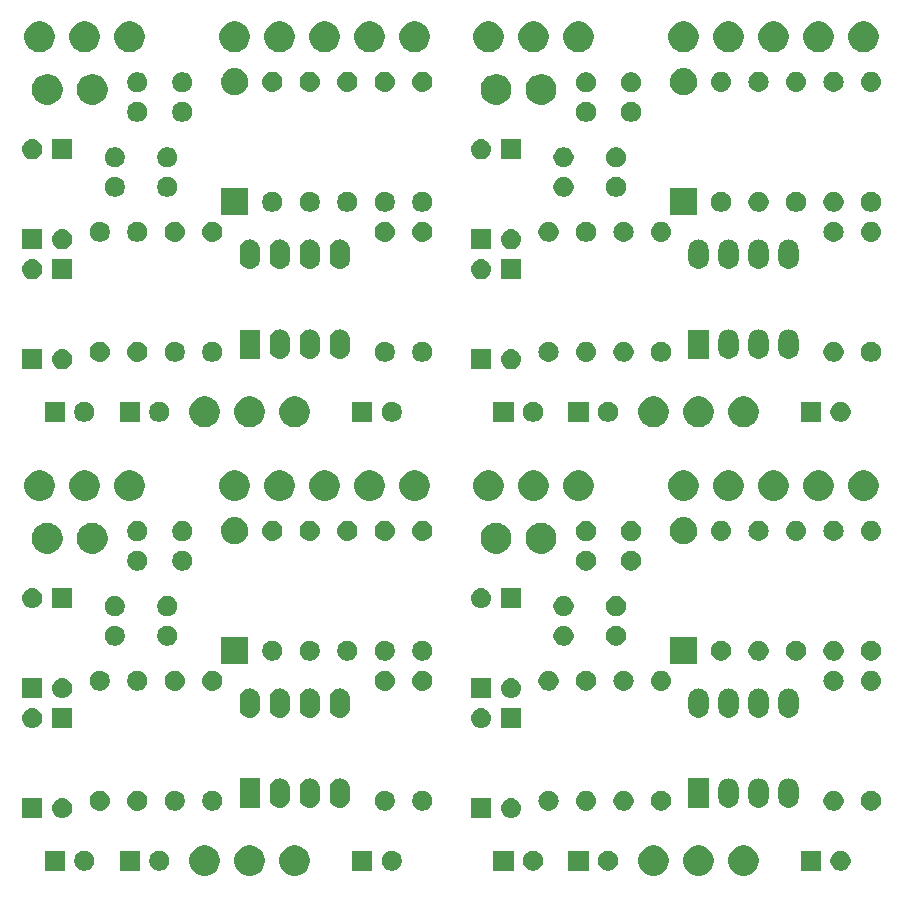
<source format=gbr>
G04 #@! TF.GenerationSoftware,KiCad,Pcbnew,(5.1.2-1)-1*
G04 #@! TF.CreationDate,2019-11-28T20:59:21+09:00*
G04 #@! TF.ProjectId,Eternity_V-cut,45746572-6e69-4747-995f-562d6375742e,rev?*
G04 #@! TF.SameCoordinates,Original*
G04 #@! TF.FileFunction,Soldermask,Top*
G04 #@! TF.FilePolarity,Negative*
%FSLAX46Y46*%
G04 Gerber Fmt 4.6, Leading zero omitted, Abs format (unit mm)*
G04 Created by KiCad (PCBNEW (5.1.2-1)-1) date 2019-11-28 20:59:21*
%MOMM*%
%LPD*%
G04 APERTURE LIST*
%ADD10C,0.100000*%
G04 APERTURE END LIST*
D10*
G36*
X148869487Y-142793996D02*
G01*
X149106253Y-142892068D01*
X149106255Y-142892069D01*
X149319339Y-143034447D01*
X149500553Y-143215661D01*
X149642932Y-143428747D01*
X149741004Y-143665513D01*
X149791000Y-143916861D01*
X149791000Y-144173139D01*
X149741004Y-144424487D01*
X149731224Y-144448097D01*
X149642931Y-144661255D01*
X149500553Y-144874339D01*
X149319339Y-145055553D01*
X149106255Y-145197931D01*
X149106254Y-145197932D01*
X149106253Y-145197932D01*
X148869487Y-145296004D01*
X148618139Y-145346000D01*
X148361861Y-145346000D01*
X148110513Y-145296004D01*
X147873747Y-145197932D01*
X147873746Y-145197932D01*
X147873745Y-145197931D01*
X147660661Y-145055553D01*
X147479447Y-144874339D01*
X147337069Y-144661255D01*
X147248776Y-144448097D01*
X147238996Y-144424487D01*
X147189000Y-144173139D01*
X147189000Y-143916861D01*
X147238996Y-143665513D01*
X147337068Y-143428747D01*
X147479447Y-143215661D01*
X147660661Y-143034447D01*
X147873745Y-142892069D01*
X147873747Y-142892068D01*
X148110513Y-142793996D01*
X148361861Y-142744000D01*
X148618139Y-142744000D01*
X148869487Y-142793996D01*
X148869487Y-142793996D01*
G37*
G36*
X145059487Y-142793996D02*
G01*
X145296253Y-142892068D01*
X145296255Y-142892069D01*
X145509339Y-143034447D01*
X145690553Y-143215661D01*
X145832932Y-143428747D01*
X145931004Y-143665513D01*
X145981000Y-143916861D01*
X145981000Y-144173139D01*
X145931004Y-144424487D01*
X145921224Y-144448097D01*
X145832931Y-144661255D01*
X145690553Y-144874339D01*
X145509339Y-145055553D01*
X145296255Y-145197931D01*
X145296254Y-145197932D01*
X145296253Y-145197932D01*
X145059487Y-145296004D01*
X144808139Y-145346000D01*
X144551861Y-145346000D01*
X144300513Y-145296004D01*
X144063747Y-145197932D01*
X144063746Y-145197932D01*
X144063745Y-145197931D01*
X143850661Y-145055553D01*
X143669447Y-144874339D01*
X143527069Y-144661255D01*
X143438776Y-144448097D01*
X143428996Y-144424487D01*
X143379000Y-144173139D01*
X143379000Y-143916861D01*
X143428996Y-143665513D01*
X143527068Y-143428747D01*
X143669447Y-143215661D01*
X143850661Y-143034447D01*
X144063745Y-142892069D01*
X144063747Y-142892068D01*
X144300513Y-142793996D01*
X144551861Y-142744000D01*
X144808139Y-142744000D01*
X145059487Y-142793996D01*
X145059487Y-142793996D01*
G37*
G36*
X141249487Y-142793996D02*
G01*
X141486253Y-142892068D01*
X141486255Y-142892069D01*
X141699339Y-143034447D01*
X141880553Y-143215661D01*
X142022932Y-143428747D01*
X142121004Y-143665513D01*
X142171000Y-143916861D01*
X142171000Y-144173139D01*
X142121004Y-144424487D01*
X142111224Y-144448097D01*
X142022931Y-144661255D01*
X141880553Y-144874339D01*
X141699339Y-145055553D01*
X141486255Y-145197931D01*
X141486254Y-145197932D01*
X141486253Y-145197932D01*
X141249487Y-145296004D01*
X140998139Y-145346000D01*
X140741861Y-145346000D01*
X140490513Y-145296004D01*
X140253747Y-145197932D01*
X140253746Y-145197932D01*
X140253745Y-145197931D01*
X140040661Y-145055553D01*
X139859447Y-144874339D01*
X139717069Y-144661255D01*
X139628776Y-144448097D01*
X139618996Y-144424487D01*
X139569000Y-144173139D01*
X139569000Y-143916861D01*
X139618996Y-143665513D01*
X139717068Y-143428747D01*
X139859447Y-143215661D01*
X140040661Y-143034447D01*
X140253745Y-142892069D01*
X140253747Y-142892068D01*
X140490513Y-142793996D01*
X140741861Y-142744000D01*
X140998139Y-142744000D01*
X141249487Y-142793996D01*
X141249487Y-142793996D01*
G37*
G36*
X110869487Y-142793996D02*
G01*
X111106253Y-142892068D01*
X111106255Y-142892069D01*
X111319339Y-143034447D01*
X111500553Y-143215661D01*
X111642932Y-143428747D01*
X111741004Y-143665513D01*
X111791000Y-143916861D01*
X111791000Y-144173139D01*
X111741004Y-144424487D01*
X111731224Y-144448097D01*
X111642931Y-144661255D01*
X111500553Y-144874339D01*
X111319339Y-145055553D01*
X111106255Y-145197931D01*
X111106254Y-145197932D01*
X111106253Y-145197932D01*
X110869487Y-145296004D01*
X110618139Y-145346000D01*
X110361861Y-145346000D01*
X110110513Y-145296004D01*
X109873747Y-145197932D01*
X109873746Y-145197932D01*
X109873745Y-145197931D01*
X109660661Y-145055553D01*
X109479447Y-144874339D01*
X109337069Y-144661255D01*
X109248776Y-144448097D01*
X109238996Y-144424487D01*
X109189000Y-144173139D01*
X109189000Y-143916861D01*
X109238996Y-143665513D01*
X109337068Y-143428747D01*
X109479447Y-143215661D01*
X109660661Y-143034447D01*
X109873745Y-142892069D01*
X109873747Y-142892068D01*
X110110513Y-142793996D01*
X110361861Y-142744000D01*
X110618139Y-142744000D01*
X110869487Y-142793996D01*
X110869487Y-142793996D01*
G37*
G36*
X107059487Y-142793996D02*
G01*
X107296253Y-142892068D01*
X107296255Y-142892069D01*
X107509339Y-143034447D01*
X107690553Y-143215661D01*
X107832932Y-143428747D01*
X107931004Y-143665513D01*
X107981000Y-143916861D01*
X107981000Y-144173139D01*
X107931004Y-144424487D01*
X107921224Y-144448097D01*
X107832931Y-144661255D01*
X107690553Y-144874339D01*
X107509339Y-145055553D01*
X107296255Y-145197931D01*
X107296254Y-145197932D01*
X107296253Y-145197932D01*
X107059487Y-145296004D01*
X106808139Y-145346000D01*
X106551861Y-145346000D01*
X106300513Y-145296004D01*
X106063747Y-145197932D01*
X106063746Y-145197932D01*
X106063745Y-145197931D01*
X105850661Y-145055553D01*
X105669447Y-144874339D01*
X105527069Y-144661255D01*
X105438776Y-144448097D01*
X105428996Y-144424487D01*
X105379000Y-144173139D01*
X105379000Y-143916861D01*
X105428996Y-143665513D01*
X105527068Y-143428747D01*
X105669447Y-143215661D01*
X105850661Y-143034447D01*
X106063745Y-142892069D01*
X106063747Y-142892068D01*
X106300513Y-142793996D01*
X106551861Y-142744000D01*
X106808139Y-142744000D01*
X107059487Y-142793996D01*
X107059487Y-142793996D01*
G37*
G36*
X103249487Y-142793996D02*
G01*
X103486253Y-142892068D01*
X103486255Y-142892069D01*
X103699339Y-143034447D01*
X103880553Y-143215661D01*
X104022932Y-143428747D01*
X104121004Y-143665513D01*
X104171000Y-143916861D01*
X104171000Y-144173139D01*
X104121004Y-144424487D01*
X104111224Y-144448097D01*
X104022931Y-144661255D01*
X103880553Y-144874339D01*
X103699339Y-145055553D01*
X103486255Y-145197931D01*
X103486254Y-145197932D01*
X103486253Y-145197932D01*
X103249487Y-145296004D01*
X102998139Y-145346000D01*
X102741861Y-145346000D01*
X102490513Y-145296004D01*
X102253747Y-145197932D01*
X102253746Y-145197932D01*
X102253745Y-145197931D01*
X102040661Y-145055553D01*
X101859447Y-144874339D01*
X101717069Y-144661255D01*
X101628776Y-144448097D01*
X101618996Y-144424487D01*
X101569000Y-144173139D01*
X101569000Y-143916861D01*
X101618996Y-143665513D01*
X101717068Y-143428747D01*
X101859447Y-143215661D01*
X102040661Y-143034447D01*
X102253745Y-142892069D01*
X102253747Y-142892068D01*
X102490513Y-142793996D01*
X102741861Y-142744000D01*
X102998139Y-142744000D01*
X103249487Y-142793996D01*
X103249487Y-142793996D01*
G37*
G36*
X118953228Y-143226703D02*
G01*
X119108100Y-143290853D01*
X119247481Y-143383985D01*
X119366015Y-143502519D01*
X119459147Y-143641900D01*
X119523297Y-143796772D01*
X119556000Y-143961184D01*
X119556000Y-144128816D01*
X119523297Y-144293228D01*
X119459147Y-144448100D01*
X119366015Y-144587481D01*
X119247481Y-144706015D01*
X119108100Y-144799147D01*
X118953228Y-144863297D01*
X118788816Y-144896000D01*
X118621184Y-144896000D01*
X118456772Y-144863297D01*
X118301900Y-144799147D01*
X118162519Y-144706015D01*
X118043985Y-144587481D01*
X117950853Y-144448100D01*
X117886703Y-144293228D01*
X117854000Y-144128816D01*
X117854000Y-143961184D01*
X117886703Y-143796772D01*
X117950853Y-143641900D01*
X118043985Y-143502519D01*
X118162519Y-143383985D01*
X118301900Y-143290853D01*
X118456772Y-143226703D01*
X118621184Y-143194000D01*
X118788816Y-143194000D01*
X118953228Y-143226703D01*
X118953228Y-143226703D01*
G37*
G36*
X117056000Y-144896000D02*
G01*
X115354000Y-144896000D01*
X115354000Y-143194000D01*
X117056000Y-143194000D01*
X117056000Y-144896000D01*
X117056000Y-144896000D01*
G37*
G36*
X99268228Y-143226703D02*
G01*
X99423100Y-143290853D01*
X99562481Y-143383985D01*
X99681015Y-143502519D01*
X99774147Y-143641900D01*
X99838297Y-143796772D01*
X99871000Y-143961184D01*
X99871000Y-144128816D01*
X99838297Y-144293228D01*
X99774147Y-144448100D01*
X99681015Y-144587481D01*
X99562481Y-144706015D01*
X99423100Y-144799147D01*
X99268228Y-144863297D01*
X99103816Y-144896000D01*
X98936184Y-144896000D01*
X98771772Y-144863297D01*
X98616900Y-144799147D01*
X98477519Y-144706015D01*
X98358985Y-144587481D01*
X98265853Y-144448100D01*
X98201703Y-144293228D01*
X98169000Y-144128816D01*
X98169000Y-143961184D01*
X98201703Y-143796772D01*
X98265853Y-143641900D01*
X98358985Y-143502519D01*
X98477519Y-143383985D01*
X98616900Y-143290853D01*
X98771772Y-143226703D01*
X98936184Y-143194000D01*
X99103816Y-143194000D01*
X99268228Y-143226703D01*
X99268228Y-143226703D01*
G37*
G36*
X97371000Y-144896000D02*
G01*
X95669000Y-144896000D01*
X95669000Y-143194000D01*
X97371000Y-143194000D01*
X97371000Y-144896000D01*
X97371000Y-144896000D01*
G37*
G36*
X92918228Y-143226703D02*
G01*
X93073100Y-143290853D01*
X93212481Y-143383985D01*
X93331015Y-143502519D01*
X93424147Y-143641900D01*
X93488297Y-143796772D01*
X93521000Y-143961184D01*
X93521000Y-144128816D01*
X93488297Y-144293228D01*
X93424147Y-144448100D01*
X93331015Y-144587481D01*
X93212481Y-144706015D01*
X93073100Y-144799147D01*
X92918228Y-144863297D01*
X92753816Y-144896000D01*
X92586184Y-144896000D01*
X92421772Y-144863297D01*
X92266900Y-144799147D01*
X92127519Y-144706015D01*
X92008985Y-144587481D01*
X91915853Y-144448100D01*
X91851703Y-144293228D01*
X91819000Y-144128816D01*
X91819000Y-143961184D01*
X91851703Y-143796772D01*
X91915853Y-143641900D01*
X92008985Y-143502519D01*
X92127519Y-143383985D01*
X92266900Y-143290853D01*
X92421772Y-143226703D01*
X92586184Y-143194000D01*
X92753816Y-143194000D01*
X92918228Y-143226703D01*
X92918228Y-143226703D01*
G37*
G36*
X91021000Y-144896000D02*
G01*
X89319000Y-144896000D01*
X89319000Y-143194000D01*
X91021000Y-143194000D01*
X91021000Y-144896000D01*
X91021000Y-144896000D01*
G37*
G36*
X137268228Y-143226703D02*
G01*
X137423100Y-143290853D01*
X137562481Y-143383985D01*
X137681015Y-143502519D01*
X137774147Y-143641900D01*
X137838297Y-143796772D01*
X137871000Y-143961184D01*
X137871000Y-144128816D01*
X137838297Y-144293228D01*
X137774147Y-144448100D01*
X137681015Y-144587481D01*
X137562481Y-144706015D01*
X137423100Y-144799147D01*
X137268228Y-144863297D01*
X137103816Y-144896000D01*
X136936184Y-144896000D01*
X136771772Y-144863297D01*
X136616900Y-144799147D01*
X136477519Y-144706015D01*
X136358985Y-144587481D01*
X136265853Y-144448100D01*
X136201703Y-144293228D01*
X136169000Y-144128816D01*
X136169000Y-143961184D01*
X136201703Y-143796772D01*
X136265853Y-143641900D01*
X136358985Y-143502519D01*
X136477519Y-143383985D01*
X136616900Y-143290853D01*
X136771772Y-143226703D01*
X136936184Y-143194000D01*
X137103816Y-143194000D01*
X137268228Y-143226703D01*
X137268228Y-143226703D01*
G37*
G36*
X135371000Y-144896000D02*
G01*
X133669000Y-144896000D01*
X133669000Y-143194000D01*
X135371000Y-143194000D01*
X135371000Y-144896000D01*
X135371000Y-144896000D01*
G37*
G36*
X129021000Y-144896000D02*
G01*
X127319000Y-144896000D01*
X127319000Y-143194000D01*
X129021000Y-143194000D01*
X129021000Y-144896000D01*
X129021000Y-144896000D01*
G37*
G36*
X130918228Y-143226703D02*
G01*
X131073100Y-143290853D01*
X131212481Y-143383985D01*
X131331015Y-143502519D01*
X131424147Y-143641900D01*
X131488297Y-143796772D01*
X131521000Y-143961184D01*
X131521000Y-144128816D01*
X131488297Y-144293228D01*
X131424147Y-144448100D01*
X131331015Y-144587481D01*
X131212481Y-144706015D01*
X131073100Y-144799147D01*
X130918228Y-144863297D01*
X130753816Y-144896000D01*
X130586184Y-144896000D01*
X130421772Y-144863297D01*
X130266900Y-144799147D01*
X130127519Y-144706015D01*
X130008985Y-144587481D01*
X129915853Y-144448100D01*
X129851703Y-144293228D01*
X129819000Y-144128816D01*
X129819000Y-143961184D01*
X129851703Y-143796772D01*
X129915853Y-143641900D01*
X130008985Y-143502519D01*
X130127519Y-143383985D01*
X130266900Y-143290853D01*
X130421772Y-143226703D01*
X130586184Y-143194000D01*
X130753816Y-143194000D01*
X130918228Y-143226703D01*
X130918228Y-143226703D01*
G37*
G36*
X155056000Y-144896000D02*
G01*
X153354000Y-144896000D01*
X153354000Y-143194000D01*
X155056000Y-143194000D01*
X155056000Y-144896000D01*
X155056000Y-144896000D01*
G37*
G36*
X156953228Y-143226703D02*
G01*
X157108100Y-143290853D01*
X157247481Y-143383985D01*
X157366015Y-143502519D01*
X157459147Y-143641900D01*
X157523297Y-143796772D01*
X157556000Y-143961184D01*
X157556000Y-144128816D01*
X157523297Y-144293228D01*
X157459147Y-144448100D01*
X157366015Y-144587481D01*
X157247481Y-144706015D01*
X157108100Y-144799147D01*
X156953228Y-144863297D01*
X156788816Y-144896000D01*
X156621184Y-144896000D01*
X156456772Y-144863297D01*
X156301900Y-144799147D01*
X156162519Y-144706015D01*
X156043985Y-144587481D01*
X155950853Y-144448100D01*
X155886703Y-144293228D01*
X155854000Y-144128816D01*
X155854000Y-143961184D01*
X155886703Y-143796772D01*
X155950853Y-143641900D01*
X156043985Y-143502519D01*
X156162519Y-143383985D01*
X156301900Y-143290853D01*
X156456772Y-143226703D01*
X156621184Y-143194000D01*
X156788816Y-143194000D01*
X156953228Y-143226703D01*
X156953228Y-143226703D01*
G37*
G36*
X90971823Y-138761313D02*
G01*
X91132242Y-138809976D01*
X91264906Y-138880886D01*
X91280078Y-138888996D01*
X91409659Y-138995341D01*
X91516004Y-139124922D01*
X91516005Y-139124924D01*
X91595024Y-139272758D01*
X91643687Y-139433177D01*
X91660117Y-139600000D01*
X91643687Y-139766823D01*
X91595024Y-139927242D01*
X91524114Y-140059906D01*
X91516004Y-140075078D01*
X91409659Y-140204659D01*
X91280078Y-140311004D01*
X91280076Y-140311005D01*
X91132242Y-140390024D01*
X90971823Y-140438687D01*
X90846804Y-140451000D01*
X90763196Y-140451000D01*
X90638177Y-140438687D01*
X90477758Y-140390024D01*
X90329924Y-140311005D01*
X90329922Y-140311004D01*
X90200341Y-140204659D01*
X90093996Y-140075078D01*
X90085886Y-140059906D01*
X90014976Y-139927242D01*
X89966313Y-139766823D01*
X89949883Y-139600000D01*
X89966313Y-139433177D01*
X90014976Y-139272758D01*
X90093995Y-139124924D01*
X90093996Y-139124922D01*
X90200341Y-138995341D01*
X90329922Y-138888996D01*
X90345094Y-138880886D01*
X90477758Y-138809976D01*
X90638177Y-138761313D01*
X90763196Y-138749000D01*
X90846804Y-138749000D01*
X90971823Y-138761313D01*
X90971823Y-138761313D01*
G37*
G36*
X89116000Y-140451000D02*
G01*
X87414000Y-140451000D01*
X87414000Y-138749000D01*
X89116000Y-138749000D01*
X89116000Y-140451000D01*
X89116000Y-140451000D01*
G37*
G36*
X127116000Y-140451000D02*
G01*
X125414000Y-140451000D01*
X125414000Y-138749000D01*
X127116000Y-138749000D01*
X127116000Y-140451000D01*
X127116000Y-140451000D01*
G37*
G36*
X128971823Y-138761313D02*
G01*
X129132242Y-138809976D01*
X129264906Y-138880886D01*
X129280078Y-138888996D01*
X129409659Y-138995341D01*
X129516004Y-139124922D01*
X129516005Y-139124924D01*
X129595024Y-139272758D01*
X129643687Y-139433177D01*
X129660117Y-139600000D01*
X129643687Y-139766823D01*
X129595024Y-139927242D01*
X129524114Y-140059906D01*
X129516004Y-140075078D01*
X129409659Y-140204659D01*
X129280078Y-140311004D01*
X129280076Y-140311005D01*
X129132242Y-140390024D01*
X128971823Y-140438687D01*
X128846804Y-140451000D01*
X128763196Y-140451000D01*
X128638177Y-140438687D01*
X128477758Y-140390024D01*
X128329924Y-140311005D01*
X128329922Y-140311004D01*
X128200341Y-140204659D01*
X128093996Y-140075078D01*
X128085886Y-140059906D01*
X128014976Y-139927242D01*
X127966313Y-139766823D01*
X127949883Y-139600000D01*
X127966313Y-139433177D01*
X128014976Y-139272758D01*
X128093995Y-139124924D01*
X128093996Y-139124922D01*
X128200341Y-138995341D01*
X128329922Y-138888996D01*
X128345094Y-138880886D01*
X128477758Y-138809976D01*
X128638177Y-138761313D01*
X128763196Y-138749000D01*
X128846804Y-138749000D01*
X128971823Y-138761313D01*
X128971823Y-138761313D01*
G37*
G36*
X94146823Y-138126313D02*
G01*
X94307242Y-138174976D01*
X94374361Y-138210852D01*
X94455078Y-138253996D01*
X94584659Y-138360341D01*
X94691004Y-138489922D01*
X94691005Y-138489924D01*
X94770024Y-138637758D01*
X94818687Y-138798177D01*
X94835117Y-138965000D01*
X94818687Y-139131823D01*
X94770024Y-139292242D01*
X94729477Y-139368100D01*
X94691004Y-139440078D01*
X94584659Y-139569659D01*
X94455078Y-139676004D01*
X94455076Y-139676005D01*
X94307242Y-139755024D01*
X94146823Y-139803687D01*
X94021804Y-139816000D01*
X93938196Y-139816000D01*
X93813177Y-139803687D01*
X93652758Y-139755024D01*
X93504924Y-139676005D01*
X93504922Y-139676004D01*
X93375341Y-139569659D01*
X93268996Y-139440078D01*
X93230523Y-139368100D01*
X93189976Y-139292242D01*
X93141313Y-139131823D01*
X93124883Y-138965000D01*
X93141313Y-138798177D01*
X93189976Y-138637758D01*
X93268995Y-138489924D01*
X93268996Y-138489922D01*
X93375341Y-138360341D01*
X93504922Y-138253996D01*
X93585639Y-138210852D01*
X93652758Y-138174976D01*
X93813177Y-138126313D01*
X93938196Y-138114000D01*
X94021804Y-138114000D01*
X94146823Y-138126313D01*
X94146823Y-138126313D01*
G37*
G36*
X135321823Y-138126313D02*
G01*
X135482242Y-138174976D01*
X135549361Y-138210852D01*
X135630078Y-138253996D01*
X135759659Y-138360341D01*
X135866004Y-138489922D01*
X135866005Y-138489924D01*
X135945024Y-138637758D01*
X135993687Y-138798177D01*
X136010117Y-138965000D01*
X135993687Y-139131823D01*
X135945024Y-139292242D01*
X135904477Y-139368100D01*
X135866004Y-139440078D01*
X135759659Y-139569659D01*
X135630078Y-139676004D01*
X135630076Y-139676005D01*
X135482242Y-139755024D01*
X135321823Y-139803687D01*
X135196804Y-139816000D01*
X135113196Y-139816000D01*
X134988177Y-139803687D01*
X134827758Y-139755024D01*
X134679924Y-139676005D01*
X134679922Y-139676004D01*
X134550341Y-139569659D01*
X134443996Y-139440078D01*
X134405523Y-139368100D01*
X134364976Y-139292242D01*
X134316313Y-139131823D01*
X134299883Y-138965000D01*
X134316313Y-138798177D01*
X134364976Y-138637758D01*
X134443995Y-138489924D01*
X134443996Y-138489922D01*
X134550341Y-138360341D01*
X134679922Y-138253996D01*
X134760639Y-138210852D01*
X134827758Y-138174976D01*
X134988177Y-138126313D01*
X135113196Y-138114000D01*
X135196804Y-138114000D01*
X135321823Y-138126313D01*
X135321823Y-138126313D01*
G37*
G36*
X97321823Y-138126313D02*
G01*
X97482242Y-138174976D01*
X97549361Y-138210852D01*
X97630078Y-138253996D01*
X97759659Y-138360341D01*
X97866004Y-138489922D01*
X97866005Y-138489924D01*
X97945024Y-138637758D01*
X97993687Y-138798177D01*
X98010117Y-138965000D01*
X97993687Y-139131823D01*
X97945024Y-139292242D01*
X97904477Y-139368100D01*
X97866004Y-139440078D01*
X97759659Y-139569659D01*
X97630078Y-139676004D01*
X97630076Y-139676005D01*
X97482242Y-139755024D01*
X97321823Y-139803687D01*
X97196804Y-139816000D01*
X97113196Y-139816000D01*
X96988177Y-139803687D01*
X96827758Y-139755024D01*
X96679924Y-139676005D01*
X96679922Y-139676004D01*
X96550341Y-139569659D01*
X96443996Y-139440078D01*
X96405523Y-139368100D01*
X96364976Y-139292242D01*
X96316313Y-139131823D01*
X96299883Y-138965000D01*
X96316313Y-138798177D01*
X96364976Y-138637758D01*
X96443995Y-138489924D01*
X96443996Y-138489922D01*
X96550341Y-138360341D01*
X96679922Y-138253996D01*
X96760639Y-138210852D01*
X96827758Y-138174976D01*
X96988177Y-138126313D01*
X97113196Y-138114000D01*
X97196804Y-138114000D01*
X97321823Y-138126313D01*
X97321823Y-138126313D01*
G37*
G36*
X156358228Y-138146703D02*
G01*
X156513100Y-138210853D01*
X156652481Y-138303985D01*
X156771015Y-138422519D01*
X156864147Y-138561900D01*
X156928297Y-138716772D01*
X156961000Y-138881184D01*
X156961000Y-139048816D01*
X156928297Y-139213228D01*
X156864147Y-139368100D01*
X156771015Y-139507481D01*
X156652481Y-139626015D01*
X156513100Y-139719147D01*
X156358228Y-139783297D01*
X156193816Y-139816000D01*
X156026184Y-139816000D01*
X155861772Y-139783297D01*
X155706900Y-139719147D01*
X155567519Y-139626015D01*
X155448985Y-139507481D01*
X155355853Y-139368100D01*
X155291703Y-139213228D01*
X155259000Y-139048816D01*
X155259000Y-138881184D01*
X155291703Y-138716772D01*
X155355853Y-138561900D01*
X155448985Y-138422519D01*
X155567519Y-138303985D01*
X155706900Y-138210853D01*
X155861772Y-138146703D01*
X156026184Y-138114000D01*
X156193816Y-138114000D01*
X156358228Y-138146703D01*
X156358228Y-138146703D01*
G37*
G36*
X118358228Y-138146703D02*
G01*
X118513100Y-138210853D01*
X118652481Y-138303985D01*
X118771015Y-138422519D01*
X118864147Y-138561900D01*
X118928297Y-138716772D01*
X118961000Y-138881184D01*
X118961000Y-139048816D01*
X118928297Y-139213228D01*
X118864147Y-139368100D01*
X118771015Y-139507481D01*
X118652481Y-139626015D01*
X118513100Y-139719147D01*
X118358228Y-139783297D01*
X118193816Y-139816000D01*
X118026184Y-139816000D01*
X117861772Y-139783297D01*
X117706900Y-139719147D01*
X117567519Y-139626015D01*
X117448985Y-139507481D01*
X117355853Y-139368100D01*
X117291703Y-139213228D01*
X117259000Y-139048816D01*
X117259000Y-138881184D01*
X117291703Y-138716772D01*
X117355853Y-138561900D01*
X117448985Y-138422519D01*
X117567519Y-138303985D01*
X117706900Y-138210853D01*
X117861772Y-138146703D01*
X118026184Y-138114000D01*
X118193816Y-138114000D01*
X118358228Y-138146703D01*
X118358228Y-138146703D01*
G37*
G36*
X138578228Y-138146703D02*
G01*
X138733100Y-138210853D01*
X138872481Y-138303985D01*
X138991015Y-138422519D01*
X139084147Y-138561900D01*
X139148297Y-138716772D01*
X139181000Y-138881184D01*
X139181000Y-139048816D01*
X139148297Y-139213228D01*
X139084147Y-139368100D01*
X138991015Y-139507481D01*
X138872481Y-139626015D01*
X138733100Y-139719147D01*
X138578228Y-139783297D01*
X138413816Y-139816000D01*
X138246184Y-139816000D01*
X138081772Y-139783297D01*
X137926900Y-139719147D01*
X137787519Y-139626015D01*
X137668985Y-139507481D01*
X137575853Y-139368100D01*
X137511703Y-139213228D01*
X137479000Y-139048816D01*
X137479000Y-138881184D01*
X137511703Y-138716772D01*
X137575853Y-138561900D01*
X137668985Y-138422519D01*
X137787519Y-138303985D01*
X137926900Y-138210853D01*
X138081772Y-138146703D01*
X138246184Y-138114000D01*
X138413816Y-138114000D01*
X138578228Y-138146703D01*
X138578228Y-138146703D01*
G37*
G36*
X100578228Y-138146703D02*
G01*
X100733100Y-138210853D01*
X100872481Y-138303985D01*
X100991015Y-138422519D01*
X101084147Y-138561900D01*
X101148297Y-138716772D01*
X101181000Y-138881184D01*
X101181000Y-139048816D01*
X101148297Y-139213228D01*
X101084147Y-139368100D01*
X100991015Y-139507481D01*
X100872481Y-139626015D01*
X100733100Y-139719147D01*
X100578228Y-139783297D01*
X100413816Y-139816000D01*
X100246184Y-139816000D01*
X100081772Y-139783297D01*
X99926900Y-139719147D01*
X99787519Y-139626015D01*
X99668985Y-139507481D01*
X99575853Y-139368100D01*
X99511703Y-139213228D01*
X99479000Y-139048816D01*
X99479000Y-138881184D01*
X99511703Y-138716772D01*
X99575853Y-138561900D01*
X99668985Y-138422519D01*
X99787519Y-138303985D01*
X99926900Y-138210853D01*
X100081772Y-138146703D01*
X100246184Y-138114000D01*
X100413816Y-138114000D01*
X100578228Y-138146703D01*
X100578228Y-138146703D01*
G37*
G36*
X159533228Y-138146703D02*
G01*
X159688100Y-138210853D01*
X159827481Y-138303985D01*
X159946015Y-138422519D01*
X160039147Y-138561900D01*
X160103297Y-138716772D01*
X160136000Y-138881184D01*
X160136000Y-139048816D01*
X160103297Y-139213228D01*
X160039147Y-139368100D01*
X159946015Y-139507481D01*
X159827481Y-139626015D01*
X159688100Y-139719147D01*
X159533228Y-139783297D01*
X159368816Y-139816000D01*
X159201184Y-139816000D01*
X159036772Y-139783297D01*
X158881900Y-139719147D01*
X158742519Y-139626015D01*
X158623985Y-139507481D01*
X158530853Y-139368100D01*
X158466703Y-139213228D01*
X158434000Y-139048816D01*
X158434000Y-138881184D01*
X158466703Y-138716772D01*
X158530853Y-138561900D01*
X158623985Y-138422519D01*
X158742519Y-138303985D01*
X158881900Y-138210853D01*
X159036772Y-138146703D01*
X159201184Y-138114000D01*
X159368816Y-138114000D01*
X159533228Y-138146703D01*
X159533228Y-138146703D01*
G37*
G36*
X121533228Y-138146703D02*
G01*
X121688100Y-138210853D01*
X121827481Y-138303985D01*
X121946015Y-138422519D01*
X122039147Y-138561900D01*
X122103297Y-138716772D01*
X122136000Y-138881184D01*
X122136000Y-139048816D01*
X122103297Y-139213228D01*
X122039147Y-139368100D01*
X121946015Y-139507481D01*
X121827481Y-139626015D01*
X121688100Y-139719147D01*
X121533228Y-139783297D01*
X121368816Y-139816000D01*
X121201184Y-139816000D01*
X121036772Y-139783297D01*
X120881900Y-139719147D01*
X120742519Y-139626015D01*
X120623985Y-139507481D01*
X120530853Y-139368100D01*
X120466703Y-139213228D01*
X120434000Y-139048816D01*
X120434000Y-138881184D01*
X120466703Y-138716772D01*
X120530853Y-138561900D01*
X120623985Y-138422519D01*
X120742519Y-138303985D01*
X120881900Y-138210853D01*
X121036772Y-138146703D01*
X121201184Y-138114000D01*
X121368816Y-138114000D01*
X121533228Y-138146703D01*
X121533228Y-138146703D01*
G37*
G36*
X141753228Y-138146703D02*
G01*
X141908100Y-138210853D01*
X142047481Y-138303985D01*
X142166015Y-138422519D01*
X142259147Y-138561900D01*
X142323297Y-138716772D01*
X142356000Y-138881184D01*
X142356000Y-139048816D01*
X142323297Y-139213228D01*
X142259147Y-139368100D01*
X142166015Y-139507481D01*
X142047481Y-139626015D01*
X141908100Y-139719147D01*
X141753228Y-139783297D01*
X141588816Y-139816000D01*
X141421184Y-139816000D01*
X141256772Y-139783297D01*
X141101900Y-139719147D01*
X140962519Y-139626015D01*
X140843985Y-139507481D01*
X140750853Y-139368100D01*
X140686703Y-139213228D01*
X140654000Y-139048816D01*
X140654000Y-138881184D01*
X140686703Y-138716772D01*
X140750853Y-138561900D01*
X140843985Y-138422519D01*
X140962519Y-138303985D01*
X141101900Y-138210853D01*
X141256772Y-138146703D01*
X141421184Y-138114000D01*
X141588816Y-138114000D01*
X141753228Y-138146703D01*
X141753228Y-138146703D01*
G37*
G36*
X103753228Y-138146703D02*
G01*
X103908100Y-138210853D01*
X104047481Y-138303985D01*
X104166015Y-138422519D01*
X104259147Y-138561900D01*
X104323297Y-138716772D01*
X104356000Y-138881184D01*
X104356000Y-139048816D01*
X104323297Y-139213228D01*
X104259147Y-139368100D01*
X104166015Y-139507481D01*
X104047481Y-139626015D01*
X103908100Y-139719147D01*
X103753228Y-139783297D01*
X103588816Y-139816000D01*
X103421184Y-139816000D01*
X103256772Y-139783297D01*
X103101900Y-139719147D01*
X102962519Y-139626015D01*
X102843985Y-139507481D01*
X102750853Y-139368100D01*
X102686703Y-139213228D01*
X102654000Y-139048816D01*
X102654000Y-138881184D01*
X102686703Y-138716772D01*
X102750853Y-138561900D01*
X102843985Y-138422519D01*
X102962519Y-138303985D01*
X103101900Y-138210853D01*
X103256772Y-138146703D01*
X103421184Y-138114000D01*
X103588816Y-138114000D01*
X103753228Y-138146703D01*
X103753228Y-138146703D01*
G37*
G36*
X132146823Y-138126313D02*
G01*
X132307242Y-138174976D01*
X132374361Y-138210852D01*
X132455078Y-138253996D01*
X132584659Y-138360341D01*
X132691004Y-138489922D01*
X132691005Y-138489924D01*
X132770024Y-138637758D01*
X132818687Y-138798177D01*
X132835117Y-138965000D01*
X132818687Y-139131823D01*
X132770024Y-139292242D01*
X132729477Y-139368100D01*
X132691004Y-139440078D01*
X132584659Y-139569659D01*
X132455078Y-139676004D01*
X132455076Y-139676005D01*
X132307242Y-139755024D01*
X132146823Y-139803687D01*
X132021804Y-139816000D01*
X131938196Y-139816000D01*
X131813177Y-139803687D01*
X131652758Y-139755024D01*
X131504924Y-139676005D01*
X131504922Y-139676004D01*
X131375341Y-139569659D01*
X131268996Y-139440078D01*
X131230523Y-139368100D01*
X131189976Y-139292242D01*
X131141313Y-139131823D01*
X131124883Y-138965000D01*
X131141313Y-138798177D01*
X131189976Y-138637758D01*
X131268995Y-138489924D01*
X131268996Y-138489922D01*
X131375341Y-138360341D01*
X131504922Y-138253996D01*
X131585639Y-138210852D01*
X131652758Y-138174976D01*
X131813177Y-138126313D01*
X131938196Y-138114000D01*
X132021804Y-138114000D01*
X132146823Y-138126313D01*
X132146823Y-138126313D01*
G37*
G36*
X111926822Y-137091313D02*
G01*
X112087241Y-137139976D01*
X112235077Y-137218995D01*
X112364659Y-137325341D01*
X112471004Y-137454922D01*
X112471005Y-137454924D01*
X112550024Y-137602758D01*
X112598687Y-137763177D01*
X112611000Y-137888196D01*
X112611000Y-138771803D01*
X112598687Y-138896822D01*
X112550024Y-139057242D01*
X112479114Y-139189906D01*
X112471004Y-139205078D01*
X112364659Y-139334659D01*
X112235078Y-139441004D01*
X112235076Y-139441005D01*
X112087242Y-139520024D01*
X111926823Y-139568687D01*
X111760000Y-139585117D01*
X111593178Y-139568687D01*
X111432759Y-139520024D01*
X111284925Y-139441005D01*
X111284923Y-139441004D01*
X111155342Y-139334659D01*
X111048997Y-139205078D01*
X111040887Y-139189906D01*
X110969977Y-139057242D01*
X110921314Y-138896823D01*
X110909000Y-138771803D01*
X110909000Y-137888197D01*
X110921313Y-137763178D01*
X110969976Y-137602759D01*
X111048995Y-137454923D01*
X111155341Y-137325341D01*
X111284922Y-137218996D01*
X111300094Y-137210886D01*
X111432758Y-137139976D01*
X111593177Y-137091313D01*
X111760000Y-137074883D01*
X111926822Y-137091313D01*
X111926822Y-137091313D01*
G37*
G36*
X114466822Y-137091313D02*
G01*
X114627241Y-137139976D01*
X114775077Y-137218995D01*
X114904659Y-137325341D01*
X115011004Y-137454922D01*
X115011005Y-137454924D01*
X115090024Y-137602758D01*
X115138687Y-137763177D01*
X115151000Y-137888196D01*
X115151000Y-138771803D01*
X115138687Y-138896822D01*
X115090024Y-139057242D01*
X115019114Y-139189906D01*
X115011004Y-139205078D01*
X114904659Y-139334659D01*
X114775078Y-139441004D01*
X114775076Y-139441005D01*
X114627242Y-139520024D01*
X114466823Y-139568687D01*
X114300000Y-139585117D01*
X114133178Y-139568687D01*
X113972759Y-139520024D01*
X113824925Y-139441005D01*
X113824923Y-139441004D01*
X113695342Y-139334659D01*
X113588997Y-139205078D01*
X113580887Y-139189906D01*
X113509977Y-139057242D01*
X113461314Y-138896823D01*
X113449000Y-138771803D01*
X113449000Y-137888197D01*
X113461313Y-137763178D01*
X113509976Y-137602759D01*
X113588995Y-137454923D01*
X113695341Y-137325341D01*
X113824922Y-137218996D01*
X113840094Y-137210886D01*
X113972758Y-137139976D01*
X114133177Y-137091313D01*
X114300000Y-137074883D01*
X114466822Y-137091313D01*
X114466822Y-137091313D01*
G37*
G36*
X147386822Y-137091313D02*
G01*
X147547241Y-137139976D01*
X147695077Y-137218995D01*
X147824659Y-137325341D01*
X147931004Y-137454922D01*
X147931005Y-137454924D01*
X148010024Y-137602758D01*
X148058687Y-137763177D01*
X148071000Y-137888196D01*
X148071000Y-138771803D01*
X148058687Y-138896822D01*
X148010024Y-139057242D01*
X147939114Y-139189906D01*
X147931004Y-139205078D01*
X147824659Y-139334659D01*
X147695078Y-139441004D01*
X147695076Y-139441005D01*
X147547242Y-139520024D01*
X147386823Y-139568687D01*
X147220000Y-139585117D01*
X147053178Y-139568687D01*
X146892759Y-139520024D01*
X146744925Y-139441005D01*
X146744923Y-139441004D01*
X146615342Y-139334659D01*
X146508997Y-139205078D01*
X146500887Y-139189906D01*
X146429977Y-139057242D01*
X146381314Y-138896823D01*
X146369000Y-138771803D01*
X146369000Y-137888197D01*
X146381313Y-137763178D01*
X146429976Y-137602759D01*
X146508995Y-137454923D01*
X146615341Y-137325341D01*
X146744922Y-137218996D01*
X146760094Y-137210886D01*
X146892758Y-137139976D01*
X147053177Y-137091313D01*
X147220000Y-137074883D01*
X147386822Y-137091313D01*
X147386822Y-137091313D01*
G37*
G36*
X149926822Y-137091313D02*
G01*
X150087241Y-137139976D01*
X150235077Y-137218995D01*
X150364659Y-137325341D01*
X150471004Y-137454922D01*
X150471005Y-137454924D01*
X150550024Y-137602758D01*
X150598687Y-137763177D01*
X150611000Y-137888196D01*
X150611000Y-138771803D01*
X150598687Y-138896822D01*
X150550024Y-139057242D01*
X150479114Y-139189906D01*
X150471004Y-139205078D01*
X150364659Y-139334659D01*
X150235078Y-139441004D01*
X150235076Y-139441005D01*
X150087242Y-139520024D01*
X149926823Y-139568687D01*
X149760000Y-139585117D01*
X149593178Y-139568687D01*
X149432759Y-139520024D01*
X149284925Y-139441005D01*
X149284923Y-139441004D01*
X149155342Y-139334659D01*
X149048997Y-139205078D01*
X149040887Y-139189906D01*
X148969977Y-139057242D01*
X148921314Y-138896823D01*
X148909000Y-138771803D01*
X148909000Y-137888197D01*
X148921313Y-137763178D01*
X148969976Y-137602759D01*
X149048995Y-137454923D01*
X149155341Y-137325341D01*
X149284922Y-137218996D01*
X149300094Y-137210886D01*
X149432758Y-137139976D01*
X149593177Y-137091313D01*
X149760000Y-137074883D01*
X149926822Y-137091313D01*
X149926822Y-137091313D01*
G37*
G36*
X109386822Y-137091313D02*
G01*
X109547241Y-137139976D01*
X109695077Y-137218995D01*
X109824659Y-137325341D01*
X109931004Y-137454922D01*
X109931005Y-137454924D01*
X110010024Y-137602758D01*
X110058687Y-137763177D01*
X110071000Y-137888196D01*
X110071000Y-138771803D01*
X110058687Y-138896822D01*
X110010024Y-139057242D01*
X109939114Y-139189906D01*
X109931004Y-139205078D01*
X109824659Y-139334659D01*
X109695078Y-139441004D01*
X109695076Y-139441005D01*
X109547242Y-139520024D01*
X109386823Y-139568687D01*
X109220000Y-139585117D01*
X109053178Y-139568687D01*
X108892759Y-139520024D01*
X108744925Y-139441005D01*
X108744923Y-139441004D01*
X108615342Y-139334659D01*
X108508997Y-139205078D01*
X108500887Y-139189906D01*
X108429977Y-139057242D01*
X108381314Y-138896823D01*
X108369000Y-138771803D01*
X108369000Y-137888197D01*
X108381313Y-137763178D01*
X108429976Y-137602759D01*
X108508995Y-137454923D01*
X108615341Y-137325341D01*
X108744922Y-137218996D01*
X108760094Y-137210886D01*
X108892758Y-137139976D01*
X109053177Y-137091313D01*
X109220000Y-137074883D01*
X109386822Y-137091313D01*
X109386822Y-137091313D01*
G37*
G36*
X152466822Y-137091313D02*
G01*
X152627241Y-137139976D01*
X152775077Y-137218995D01*
X152904659Y-137325341D01*
X153011004Y-137454922D01*
X153011005Y-137454924D01*
X153090024Y-137602758D01*
X153138687Y-137763177D01*
X153151000Y-137888196D01*
X153151000Y-138771803D01*
X153138687Y-138896822D01*
X153090024Y-139057242D01*
X153019114Y-139189906D01*
X153011004Y-139205078D01*
X152904659Y-139334659D01*
X152775078Y-139441004D01*
X152775076Y-139441005D01*
X152627242Y-139520024D01*
X152466823Y-139568687D01*
X152300000Y-139585117D01*
X152133178Y-139568687D01*
X151972759Y-139520024D01*
X151824925Y-139441005D01*
X151824923Y-139441004D01*
X151695342Y-139334659D01*
X151588997Y-139205078D01*
X151580887Y-139189906D01*
X151509977Y-139057242D01*
X151461314Y-138896823D01*
X151449000Y-138771803D01*
X151449000Y-137888197D01*
X151461313Y-137763178D01*
X151509976Y-137602759D01*
X151588995Y-137454923D01*
X151695341Y-137325341D01*
X151824922Y-137218996D01*
X151840094Y-137210886D01*
X151972758Y-137139976D01*
X152133177Y-137091313D01*
X152300000Y-137074883D01*
X152466822Y-137091313D01*
X152466822Y-137091313D01*
G37*
G36*
X145531000Y-139581000D02*
G01*
X143829000Y-139581000D01*
X143829000Y-137079000D01*
X145531000Y-137079000D01*
X145531000Y-139581000D01*
X145531000Y-139581000D01*
G37*
G36*
X107531000Y-139581000D02*
G01*
X105829000Y-139581000D01*
X105829000Y-137079000D01*
X107531000Y-137079000D01*
X107531000Y-139581000D01*
X107531000Y-139581000D01*
G37*
G36*
X126431823Y-131141313D02*
G01*
X126592242Y-131189976D01*
X126724906Y-131260886D01*
X126740078Y-131268996D01*
X126869659Y-131375341D01*
X126976004Y-131504922D01*
X126976005Y-131504924D01*
X127055024Y-131652758D01*
X127103687Y-131813177D01*
X127120117Y-131980000D01*
X127103687Y-132146823D01*
X127055024Y-132307242D01*
X126984114Y-132439906D01*
X126976004Y-132455078D01*
X126869659Y-132584659D01*
X126740078Y-132691004D01*
X126740076Y-132691005D01*
X126592242Y-132770024D01*
X126431823Y-132818687D01*
X126306804Y-132831000D01*
X126223196Y-132831000D01*
X126098177Y-132818687D01*
X125937758Y-132770024D01*
X125789924Y-132691005D01*
X125789922Y-132691004D01*
X125660341Y-132584659D01*
X125553996Y-132455078D01*
X125545886Y-132439906D01*
X125474976Y-132307242D01*
X125426313Y-132146823D01*
X125409883Y-131980000D01*
X125426313Y-131813177D01*
X125474976Y-131652758D01*
X125553995Y-131504924D01*
X125553996Y-131504922D01*
X125660341Y-131375341D01*
X125789922Y-131268996D01*
X125805094Y-131260886D01*
X125937758Y-131189976D01*
X126098177Y-131141313D01*
X126223196Y-131129000D01*
X126306804Y-131129000D01*
X126431823Y-131141313D01*
X126431823Y-131141313D01*
G37*
G36*
X88431823Y-131141313D02*
G01*
X88592242Y-131189976D01*
X88724906Y-131260886D01*
X88740078Y-131268996D01*
X88869659Y-131375341D01*
X88976004Y-131504922D01*
X88976005Y-131504924D01*
X89055024Y-131652758D01*
X89103687Y-131813177D01*
X89120117Y-131980000D01*
X89103687Y-132146823D01*
X89055024Y-132307242D01*
X88984114Y-132439906D01*
X88976004Y-132455078D01*
X88869659Y-132584659D01*
X88740078Y-132691004D01*
X88740076Y-132691005D01*
X88592242Y-132770024D01*
X88431823Y-132818687D01*
X88306804Y-132831000D01*
X88223196Y-132831000D01*
X88098177Y-132818687D01*
X87937758Y-132770024D01*
X87789924Y-132691005D01*
X87789922Y-132691004D01*
X87660341Y-132584659D01*
X87553996Y-132455078D01*
X87545886Y-132439906D01*
X87474976Y-132307242D01*
X87426313Y-132146823D01*
X87409883Y-131980000D01*
X87426313Y-131813177D01*
X87474976Y-131652758D01*
X87553995Y-131504924D01*
X87553996Y-131504922D01*
X87660341Y-131375341D01*
X87789922Y-131268996D01*
X87805094Y-131260886D01*
X87937758Y-131189976D01*
X88098177Y-131141313D01*
X88223196Y-131129000D01*
X88306804Y-131129000D01*
X88431823Y-131141313D01*
X88431823Y-131141313D01*
G37*
G36*
X129656000Y-132831000D02*
G01*
X127954000Y-132831000D01*
X127954000Y-131129000D01*
X129656000Y-131129000D01*
X129656000Y-132831000D01*
X129656000Y-132831000D01*
G37*
G36*
X91656000Y-132831000D02*
G01*
X89954000Y-132831000D01*
X89954000Y-131129000D01*
X91656000Y-131129000D01*
X91656000Y-132831000D01*
X91656000Y-132831000D01*
G37*
G36*
X106846822Y-129471313D02*
G01*
X106977379Y-129510917D01*
X106994151Y-129516005D01*
X107007241Y-129519976D01*
X107155077Y-129598995D01*
X107224537Y-129656000D01*
X107284659Y-129705341D01*
X107391004Y-129834922D01*
X107391005Y-129834924D01*
X107470024Y-129982758D01*
X107518687Y-130143177D01*
X107531000Y-130268196D01*
X107531000Y-131151803D01*
X107518687Y-131276822D01*
X107470024Y-131437242D01*
X107433848Y-131504922D01*
X107391004Y-131585078D01*
X107284659Y-131714659D01*
X107155078Y-131821004D01*
X107155076Y-131821005D01*
X107007242Y-131900024D01*
X106846823Y-131948687D01*
X106680000Y-131965117D01*
X106513178Y-131948687D01*
X106352759Y-131900024D01*
X106204925Y-131821005D01*
X106204923Y-131821004D01*
X106075342Y-131714659D01*
X105968997Y-131585078D01*
X105926153Y-131504922D01*
X105889977Y-131437242D01*
X105841314Y-131276823D01*
X105829000Y-131151803D01*
X105829000Y-130268197D01*
X105841313Y-130143178D01*
X105889976Y-129982759D01*
X105968995Y-129834923D01*
X106075341Y-129705341D01*
X106135463Y-129656000D01*
X106204922Y-129598996D01*
X106220094Y-129590886D01*
X106352758Y-129519976D01*
X106365849Y-129516005D01*
X106382620Y-129510917D01*
X106513177Y-129471313D01*
X106680000Y-129454883D01*
X106846822Y-129471313D01*
X106846822Y-129471313D01*
G37*
G36*
X109386822Y-129471313D02*
G01*
X109517379Y-129510917D01*
X109534151Y-129516005D01*
X109547241Y-129519976D01*
X109695077Y-129598995D01*
X109764537Y-129656000D01*
X109824659Y-129705341D01*
X109931004Y-129834922D01*
X109931005Y-129834924D01*
X110010024Y-129982758D01*
X110058687Y-130143177D01*
X110071000Y-130268196D01*
X110071000Y-131151803D01*
X110058687Y-131276822D01*
X110010024Y-131437242D01*
X109973848Y-131504922D01*
X109931004Y-131585078D01*
X109824659Y-131714659D01*
X109695078Y-131821004D01*
X109695076Y-131821005D01*
X109547242Y-131900024D01*
X109386823Y-131948687D01*
X109220000Y-131965117D01*
X109053178Y-131948687D01*
X108892759Y-131900024D01*
X108744925Y-131821005D01*
X108744923Y-131821004D01*
X108615342Y-131714659D01*
X108508997Y-131585078D01*
X108466153Y-131504922D01*
X108429977Y-131437242D01*
X108381314Y-131276823D01*
X108369000Y-131151803D01*
X108369000Y-130268197D01*
X108381313Y-130143178D01*
X108429976Y-129982759D01*
X108508995Y-129834923D01*
X108615341Y-129705341D01*
X108675463Y-129656000D01*
X108744922Y-129598996D01*
X108760094Y-129590886D01*
X108892758Y-129519976D01*
X108905849Y-129516005D01*
X108922620Y-129510917D01*
X109053177Y-129471313D01*
X109220000Y-129454883D01*
X109386822Y-129471313D01*
X109386822Y-129471313D01*
G37*
G36*
X111926822Y-129471313D02*
G01*
X112057379Y-129510917D01*
X112074151Y-129516005D01*
X112087241Y-129519976D01*
X112235077Y-129598995D01*
X112304537Y-129656000D01*
X112364659Y-129705341D01*
X112471004Y-129834922D01*
X112471005Y-129834924D01*
X112550024Y-129982758D01*
X112598687Y-130143177D01*
X112611000Y-130268196D01*
X112611000Y-131151803D01*
X112598687Y-131276822D01*
X112550024Y-131437242D01*
X112513848Y-131504922D01*
X112471004Y-131585078D01*
X112364659Y-131714659D01*
X112235078Y-131821004D01*
X112235076Y-131821005D01*
X112087242Y-131900024D01*
X111926823Y-131948687D01*
X111760000Y-131965117D01*
X111593178Y-131948687D01*
X111432759Y-131900024D01*
X111284925Y-131821005D01*
X111284923Y-131821004D01*
X111155342Y-131714659D01*
X111048997Y-131585078D01*
X111006153Y-131504922D01*
X110969977Y-131437242D01*
X110921314Y-131276823D01*
X110909000Y-131151803D01*
X110909000Y-130268197D01*
X110921313Y-130143178D01*
X110969976Y-129982759D01*
X111048995Y-129834923D01*
X111155341Y-129705341D01*
X111215463Y-129656000D01*
X111284922Y-129598996D01*
X111300094Y-129590886D01*
X111432758Y-129519976D01*
X111445849Y-129516005D01*
X111462620Y-129510917D01*
X111593177Y-129471313D01*
X111760000Y-129454883D01*
X111926822Y-129471313D01*
X111926822Y-129471313D01*
G37*
G36*
X114466822Y-129471313D02*
G01*
X114597379Y-129510917D01*
X114614151Y-129516005D01*
X114627241Y-129519976D01*
X114775077Y-129598995D01*
X114844537Y-129656000D01*
X114904659Y-129705341D01*
X115011004Y-129834922D01*
X115011005Y-129834924D01*
X115090024Y-129982758D01*
X115138687Y-130143177D01*
X115151000Y-130268196D01*
X115151000Y-131151803D01*
X115138687Y-131276822D01*
X115090024Y-131437242D01*
X115053848Y-131504922D01*
X115011004Y-131585078D01*
X114904659Y-131714659D01*
X114775078Y-131821004D01*
X114775076Y-131821005D01*
X114627242Y-131900024D01*
X114466823Y-131948687D01*
X114300000Y-131965117D01*
X114133178Y-131948687D01*
X113972759Y-131900024D01*
X113824925Y-131821005D01*
X113824923Y-131821004D01*
X113695342Y-131714659D01*
X113588997Y-131585078D01*
X113546153Y-131504922D01*
X113509977Y-131437242D01*
X113461314Y-131276823D01*
X113449000Y-131151803D01*
X113449000Y-130268197D01*
X113461313Y-130143178D01*
X113509976Y-129982759D01*
X113588995Y-129834923D01*
X113695341Y-129705341D01*
X113755463Y-129656000D01*
X113824922Y-129598996D01*
X113840094Y-129590886D01*
X113972758Y-129519976D01*
X113985849Y-129516005D01*
X114002620Y-129510917D01*
X114133177Y-129471313D01*
X114300000Y-129454883D01*
X114466822Y-129471313D01*
X114466822Y-129471313D01*
G37*
G36*
X152466822Y-129471313D02*
G01*
X152597379Y-129510917D01*
X152614151Y-129516005D01*
X152627241Y-129519976D01*
X152775077Y-129598995D01*
X152844537Y-129656000D01*
X152904659Y-129705341D01*
X153011004Y-129834922D01*
X153011005Y-129834924D01*
X153090024Y-129982758D01*
X153138687Y-130143177D01*
X153151000Y-130268196D01*
X153151000Y-131151803D01*
X153138687Y-131276822D01*
X153090024Y-131437242D01*
X153053848Y-131504922D01*
X153011004Y-131585078D01*
X152904659Y-131714659D01*
X152775078Y-131821004D01*
X152775076Y-131821005D01*
X152627242Y-131900024D01*
X152466823Y-131948687D01*
X152300000Y-131965117D01*
X152133178Y-131948687D01*
X151972759Y-131900024D01*
X151824925Y-131821005D01*
X151824923Y-131821004D01*
X151695342Y-131714659D01*
X151588997Y-131585078D01*
X151546153Y-131504922D01*
X151509977Y-131437242D01*
X151461314Y-131276823D01*
X151449000Y-131151803D01*
X151449000Y-130268197D01*
X151461313Y-130143178D01*
X151509976Y-129982759D01*
X151588995Y-129834923D01*
X151695341Y-129705341D01*
X151755463Y-129656000D01*
X151824922Y-129598996D01*
X151840094Y-129590886D01*
X151972758Y-129519976D01*
X151985849Y-129516005D01*
X152002620Y-129510917D01*
X152133177Y-129471313D01*
X152300000Y-129454883D01*
X152466822Y-129471313D01*
X152466822Y-129471313D01*
G37*
G36*
X149926822Y-129471313D02*
G01*
X150057379Y-129510917D01*
X150074151Y-129516005D01*
X150087241Y-129519976D01*
X150235077Y-129598995D01*
X150304537Y-129656000D01*
X150364659Y-129705341D01*
X150471004Y-129834922D01*
X150471005Y-129834924D01*
X150550024Y-129982758D01*
X150598687Y-130143177D01*
X150611000Y-130268196D01*
X150611000Y-131151803D01*
X150598687Y-131276822D01*
X150550024Y-131437242D01*
X150513848Y-131504922D01*
X150471004Y-131585078D01*
X150364659Y-131714659D01*
X150235078Y-131821004D01*
X150235076Y-131821005D01*
X150087242Y-131900024D01*
X149926823Y-131948687D01*
X149760000Y-131965117D01*
X149593178Y-131948687D01*
X149432759Y-131900024D01*
X149284925Y-131821005D01*
X149284923Y-131821004D01*
X149155342Y-131714659D01*
X149048997Y-131585078D01*
X149006153Y-131504922D01*
X148969977Y-131437242D01*
X148921314Y-131276823D01*
X148909000Y-131151803D01*
X148909000Y-130268197D01*
X148921313Y-130143178D01*
X148969976Y-129982759D01*
X149048995Y-129834923D01*
X149155341Y-129705341D01*
X149215463Y-129656000D01*
X149284922Y-129598996D01*
X149300094Y-129590886D01*
X149432758Y-129519976D01*
X149445849Y-129516005D01*
X149462620Y-129510917D01*
X149593177Y-129471313D01*
X149760000Y-129454883D01*
X149926822Y-129471313D01*
X149926822Y-129471313D01*
G37*
G36*
X147386822Y-129471313D02*
G01*
X147517379Y-129510917D01*
X147534151Y-129516005D01*
X147547241Y-129519976D01*
X147695077Y-129598995D01*
X147764537Y-129656000D01*
X147824659Y-129705341D01*
X147931004Y-129834922D01*
X147931005Y-129834924D01*
X148010024Y-129982758D01*
X148058687Y-130143177D01*
X148071000Y-130268196D01*
X148071000Y-131151803D01*
X148058687Y-131276822D01*
X148010024Y-131437242D01*
X147973848Y-131504922D01*
X147931004Y-131585078D01*
X147824659Y-131714659D01*
X147695078Y-131821004D01*
X147695076Y-131821005D01*
X147547242Y-131900024D01*
X147386823Y-131948687D01*
X147220000Y-131965117D01*
X147053178Y-131948687D01*
X146892759Y-131900024D01*
X146744925Y-131821005D01*
X146744923Y-131821004D01*
X146615342Y-131714659D01*
X146508997Y-131585078D01*
X146466153Y-131504922D01*
X146429977Y-131437242D01*
X146381314Y-131276823D01*
X146369000Y-131151803D01*
X146369000Y-130268197D01*
X146381313Y-130143178D01*
X146429976Y-129982759D01*
X146508995Y-129834923D01*
X146615341Y-129705341D01*
X146675463Y-129656000D01*
X146744922Y-129598996D01*
X146760094Y-129590886D01*
X146892758Y-129519976D01*
X146905849Y-129516005D01*
X146922620Y-129510917D01*
X147053177Y-129471313D01*
X147220000Y-129454883D01*
X147386822Y-129471313D01*
X147386822Y-129471313D01*
G37*
G36*
X144846822Y-129471313D02*
G01*
X144977379Y-129510917D01*
X144994151Y-129516005D01*
X145007241Y-129519976D01*
X145155077Y-129598995D01*
X145224537Y-129656000D01*
X145284659Y-129705341D01*
X145391004Y-129834922D01*
X145391005Y-129834924D01*
X145470024Y-129982758D01*
X145518687Y-130143177D01*
X145531000Y-130268196D01*
X145531000Y-131151803D01*
X145518687Y-131276822D01*
X145470024Y-131437242D01*
X145433848Y-131504922D01*
X145391004Y-131585078D01*
X145284659Y-131714659D01*
X145155078Y-131821004D01*
X145155076Y-131821005D01*
X145007242Y-131900024D01*
X144846823Y-131948687D01*
X144680000Y-131965117D01*
X144513178Y-131948687D01*
X144352759Y-131900024D01*
X144204925Y-131821005D01*
X144204923Y-131821004D01*
X144075342Y-131714659D01*
X143968997Y-131585078D01*
X143926153Y-131504922D01*
X143889977Y-131437242D01*
X143841314Y-131276823D01*
X143829000Y-131151803D01*
X143829000Y-130268197D01*
X143841313Y-130143178D01*
X143889976Y-129982759D01*
X143968995Y-129834923D01*
X144075341Y-129705341D01*
X144135463Y-129656000D01*
X144204922Y-129598996D01*
X144220094Y-129590886D01*
X144352758Y-129519976D01*
X144365849Y-129516005D01*
X144382620Y-129510917D01*
X144513177Y-129471313D01*
X144680000Y-129454883D01*
X144846822Y-129471313D01*
X144846822Y-129471313D01*
G37*
G36*
X90971823Y-128601313D02*
G01*
X91132242Y-128649976D01*
X91264906Y-128720886D01*
X91280078Y-128728996D01*
X91409659Y-128835341D01*
X91516004Y-128964922D01*
X91516005Y-128964924D01*
X91595024Y-129112758D01*
X91643687Y-129273177D01*
X91660117Y-129440000D01*
X91643687Y-129606823D01*
X91595024Y-129767242D01*
X91558847Y-129834924D01*
X91516004Y-129915078D01*
X91409659Y-130044659D01*
X91280078Y-130151004D01*
X91280076Y-130151005D01*
X91132242Y-130230024D01*
X90971823Y-130278687D01*
X90846804Y-130291000D01*
X90763196Y-130291000D01*
X90638177Y-130278687D01*
X90477758Y-130230024D01*
X90329924Y-130151005D01*
X90329922Y-130151004D01*
X90200341Y-130044659D01*
X90093996Y-129915078D01*
X90051153Y-129834924D01*
X90014976Y-129767242D01*
X89966313Y-129606823D01*
X89949883Y-129440000D01*
X89966313Y-129273177D01*
X90014976Y-129112758D01*
X90093995Y-128964924D01*
X90093996Y-128964922D01*
X90200341Y-128835341D01*
X90329922Y-128728996D01*
X90345094Y-128720886D01*
X90477758Y-128649976D01*
X90638177Y-128601313D01*
X90763196Y-128589000D01*
X90846804Y-128589000D01*
X90971823Y-128601313D01*
X90971823Y-128601313D01*
G37*
G36*
X128971823Y-128601313D02*
G01*
X129132242Y-128649976D01*
X129264906Y-128720886D01*
X129280078Y-128728996D01*
X129409659Y-128835341D01*
X129516004Y-128964922D01*
X129516005Y-128964924D01*
X129595024Y-129112758D01*
X129643687Y-129273177D01*
X129660117Y-129440000D01*
X129643687Y-129606823D01*
X129595024Y-129767242D01*
X129558847Y-129834924D01*
X129516004Y-129915078D01*
X129409659Y-130044659D01*
X129280078Y-130151004D01*
X129280076Y-130151005D01*
X129132242Y-130230024D01*
X128971823Y-130278687D01*
X128846804Y-130291000D01*
X128763196Y-130291000D01*
X128638177Y-130278687D01*
X128477758Y-130230024D01*
X128329924Y-130151005D01*
X128329922Y-130151004D01*
X128200341Y-130044659D01*
X128093996Y-129915078D01*
X128051153Y-129834924D01*
X128014976Y-129767242D01*
X127966313Y-129606823D01*
X127949883Y-129440000D01*
X127966313Y-129273177D01*
X128014976Y-129112758D01*
X128093995Y-128964924D01*
X128093996Y-128964922D01*
X128200341Y-128835341D01*
X128329922Y-128728996D01*
X128345094Y-128720886D01*
X128477758Y-128649976D01*
X128638177Y-128601313D01*
X128763196Y-128589000D01*
X128846804Y-128589000D01*
X128971823Y-128601313D01*
X128971823Y-128601313D01*
G37*
G36*
X89116000Y-130291000D02*
G01*
X87414000Y-130291000D01*
X87414000Y-128589000D01*
X89116000Y-128589000D01*
X89116000Y-130291000D01*
X89116000Y-130291000D01*
G37*
G36*
X127116000Y-130291000D02*
G01*
X125414000Y-130291000D01*
X125414000Y-128589000D01*
X127116000Y-128589000D01*
X127116000Y-130291000D01*
X127116000Y-130291000D01*
G37*
G36*
X135403228Y-127986703D02*
G01*
X135558100Y-128050853D01*
X135697481Y-128143985D01*
X135816015Y-128262519D01*
X135909147Y-128401900D01*
X135973297Y-128556772D01*
X136006000Y-128721184D01*
X136006000Y-128888816D01*
X135973297Y-129053228D01*
X135909147Y-129208100D01*
X135816015Y-129347481D01*
X135697481Y-129466015D01*
X135558100Y-129559147D01*
X135403228Y-129623297D01*
X135238816Y-129656000D01*
X135071184Y-129656000D01*
X134906772Y-129623297D01*
X134751900Y-129559147D01*
X134612519Y-129466015D01*
X134493985Y-129347481D01*
X134400853Y-129208100D01*
X134336703Y-129053228D01*
X134304000Y-128888816D01*
X134304000Y-128721184D01*
X134336703Y-128556772D01*
X134400853Y-128401900D01*
X134493985Y-128262519D01*
X134612519Y-128143985D01*
X134751900Y-128050853D01*
X134906772Y-127986703D01*
X135071184Y-127954000D01*
X135238816Y-127954000D01*
X135403228Y-127986703D01*
X135403228Y-127986703D01*
G37*
G36*
X118276823Y-127966313D02*
G01*
X118437242Y-128014976D01*
X118504361Y-128050852D01*
X118585078Y-128093996D01*
X118714659Y-128200341D01*
X118821004Y-128329922D01*
X118821005Y-128329924D01*
X118900024Y-128477758D01*
X118948687Y-128638177D01*
X118965117Y-128805000D01*
X118948687Y-128971823D01*
X118900024Y-129132242D01*
X118859477Y-129208100D01*
X118821004Y-129280078D01*
X118714659Y-129409659D01*
X118585078Y-129516004D01*
X118585076Y-129516005D01*
X118437242Y-129595024D01*
X118437239Y-129595025D01*
X118424148Y-129598996D01*
X118276823Y-129643687D01*
X118151804Y-129656000D01*
X118068196Y-129656000D01*
X117943177Y-129643687D01*
X117795852Y-129598996D01*
X117782761Y-129595025D01*
X117782758Y-129595024D01*
X117634924Y-129516005D01*
X117634922Y-129516004D01*
X117505341Y-129409659D01*
X117398996Y-129280078D01*
X117360523Y-129208100D01*
X117319976Y-129132242D01*
X117271313Y-128971823D01*
X117254883Y-128805000D01*
X117271313Y-128638177D01*
X117319976Y-128477758D01*
X117398995Y-128329924D01*
X117398996Y-128329922D01*
X117505341Y-128200341D01*
X117634922Y-128093996D01*
X117715639Y-128050852D01*
X117782758Y-128014976D01*
X117943177Y-127966313D01*
X118068196Y-127954000D01*
X118151804Y-127954000D01*
X118276823Y-127966313D01*
X118276823Y-127966313D01*
G37*
G36*
X121451823Y-127966313D02*
G01*
X121612242Y-128014976D01*
X121679361Y-128050852D01*
X121760078Y-128093996D01*
X121889659Y-128200341D01*
X121996004Y-128329922D01*
X121996005Y-128329924D01*
X122075024Y-128477758D01*
X122123687Y-128638177D01*
X122140117Y-128805000D01*
X122123687Y-128971823D01*
X122075024Y-129132242D01*
X122034477Y-129208100D01*
X121996004Y-129280078D01*
X121889659Y-129409659D01*
X121760078Y-129516004D01*
X121760076Y-129516005D01*
X121612242Y-129595024D01*
X121612239Y-129595025D01*
X121599148Y-129598996D01*
X121451823Y-129643687D01*
X121326804Y-129656000D01*
X121243196Y-129656000D01*
X121118177Y-129643687D01*
X120970852Y-129598996D01*
X120957761Y-129595025D01*
X120957758Y-129595024D01*
X120809924Y-129516005D01*
X120809922Y-129516004D01*
X120680341Y-129409659D01*
X120573996Y-129280078D01*
X120535523Y-129208100D01*
X120494976Y-129132242D01*
X120446313Y-128971823D01*
X120429883Y-128805000D01*
X120446313Y-128638177D01*
X120494976Y-128477758D01*
X120573995Y-128329924D01*
X120573996Y-128329922D01*
X120680341Y-128200341D01*
X120809922Y-128093996D01*
X120890639Y-128050852D01*
X120957758Y-128014976D01*
X121118177Y-127966313D01*
X121243196Y-127954000D01*
X121326804Y-127954000D01*
X121451823Y-127966313D01*
X121451823Y-127966313D01*
G37*
G36*
X132228228Y-127986703D02*
G01*
X132383100Y-128050853D01*
X132522481Y-128143985D01*
X132641015Y-128262519D01*
X132734147Y-128401900D01*
X132798297Y-128556772D01*
X132831000Y-128721184D01*
X132831000Y-128888816D01*
X132798297Y-129053228D01*
X132734147Y-129208100D01*
X132641015Y-129347481D01*
X132522481Y-129466015D01*
X132383100Y-129559147D01*
X132228228Y-129623297D01*
X132063816Y-129656000D01*
X131896184Y-129656000D01*
X131731772Y-129623297D01*
X131576900Y-129559147D01*
X131437519Y-129466015D01*
X131318985Y-129347481D01*
X131225853Y-129208100D01*
X131161703Y-129053228D01*
X131129000Y-128888816D01*
X131129000Y-128721184D01*
X131161703Y-128556772D01*
X131225853Y-128401900D01*
X131318985Y-128262519D01*
X131437519Y-128143985D01*
X131576900Y-128050853D01*
X131731772Y-127986703D01*
X131896184Y-127954000D01*
X132063816Y-127954000D01*
X132228228Y-127986703D01*
X132228228Y-127986703D01*
G37*
G36*
X138496823Y-127966313D02*
G01*
X138657242Y-128014976D01*
X138724361Y-128050852D01*
X138805078Y-128093996D01*
X138934659Y-128200341D01*
X139041004Y-128329922D01*
X139041005Y-128329924D01*
X139120024Y-128477758D01*
X139168687Y-128638177D01*
X139185117Y-128805000D01*
X139168687Y-128971823D01*
X139120024Y-129132242D01*
X139079477Y-129208100D01*
X139041004Y-129280078D01*
X138934659Y-129409659D01*
X138805078Y-129516004D01*
X138805076Y-129516005D01*
X138657242Y-129595024D01*
X138657239Y-129595025D01*
X138644148Y-129598996D01*
X138496823Y-129643687D01*
X138371804Y-129656000D01*
X138288196Y-129656000D01*
X138163177Y-129643687D01*
X138015852Y-129598996D01*
X138002761Y-129595025D01*
X138002758Y-129595024D01*
X137854924Y-129516005D01*
X137854922Y-129516004D01*
X137725341Y-129409659D01*
X137618996Y-129280078D01*
X137580523Y-129208100D01*
X137539976Y-129132242D01*
X137491313Y-128971823D01*
X137474883Y-128805000D01*
X137491313Y-128638177D01*
X137539976Y-128477758D01*
X137618995Y-128329924D01*
X137618996Y-128329922D01*
X137725341Y-128200341D01*
X137854922Y-128093996D01*
X137935639Y-128050852D01*
X138002758Y-128014976D01*
X138163177Y-127966313D01*
X138288196Y-127954000D01*
X138371804Y-127954000D01*
X138496823Y-127966313D01*
X138496823Y-127966313D01*
G37*
G36*
X141671823Y-127966313D02*
G01*
X141832242Y-128014976D01*
X141899361Y-128050852D01*
X141980078Y-128093996D01*
X142109659Y-128200341D01*
X142216004Y-128329922D01*
X142216005Y-128329924D01*
X142295024Y-128477758D01*
X142343687Y-128638177D01*
X142360117Y-128805000D01*
X142343687Y-128971823D01*
X142295024Y-129132242D01*
X142254477Y-129208100D01*
X142216004Y-129280078D01*
X142109659Y-129409659D01*
X141980078Y-129516004D01*
X141980076Y-129516005D01*
X141832242Y-129595024D01*
X141832239Y-129595025D01*
X141819148Y-129598996D01*
X141671823Y-129643687D01*
X141546804Y-129656000D01*
X141463196Y-129656000D01*
X141338177Y-129643687D01*
X141190852Y-129598996D01*
X141177761Y-129595025D01*
X141177758Y-129595024D01*
X141029924Y-129516005D01*
X141029922Y-129516004D01*
X140900341Y-129409659D01*
X140793996Y-129280078D01*
X140755523Y-129208100D01*
X140714976Y-129132242D01*
X140666313Y-128971823D01*
X140649883Y-128805000D01*
X140666313Y-128638177D01*
X140714976Y-128477758D01*
X140793995Y-128329924D01*
X140793996Y-128329922D01*
X140900341Y-128200341D01*
X141029922Y-128093996D01*
X141110639Y-128050852D01*
X141177758Y-128014976D01*
X141338177Y-127966313D01*
X141463196Y-127954000D01*
X141546804Y-127954000D01*
X141671823Y-127966313D01*
X141671823Y-127966313D01*
G37*
G36*
X159451823Y-127966313D02*
G01*
X159612242Y-128014976D01*
X159679361Y-128050852D01*
X159760078Y-128093996D01*
X159889659Y-128200341D01*
X159996004Y-128329922D01*
X159996005Y-128329924D01*
X160075024Y-128477758D01*
X160123687Y-128638177D01*
X160140117Y-128805000D01*
X160123687Y-128971823D01*
X160075024Y-129132242D01*
X160034477Y-129208100D01*
X159996004Y-129280078D01*
X159889659Y-129409659D01*
X159760078Y-129516004D01*
X159760076Y-129516005D01*
X159612242Y-129595024D01*
X159612239Y-129595025D01*
X159599148Y-129598996D01*
X159451823Y-129643687D01*
X159326804Y-129656000D01*
X159243196Y-129656000D01*
X159118177Y-129643687D01*
X158970852Y-129598996D01*
X158957761Y-129595025D01*
X158957758Y-129595024D01*
X158809924Y-129516005D01*
X158809922Y-129516004D01*
X158680341Y-129409659D01*
X158573996Y-129280078D01*
X158535523Y-129208100D01*
X158494976Y-129132242D01*
X158446313Y-128971823D01*
X158429883Y-128805000D01*
X158446313Y-128638177D01*
X158494976Y-128477758D01*
X158573995Y-128329924D01*
X158573996Y-128329922D01*
X158680341Y-128200341D01*
X158809922Y-128093996D01*
X158890639Y-128050852D01*
X158957758Y-128014976D01*
X159118177Y-127966313D01*
X159243196Y-127954000D01*
X159326804Y-127954000D01*
X159451823Y-127966313D01*
X159451823Y-127966313D01*
G37*
G36*
X97403228Y-127986703D02*
G01*
X97558100Y-128050853D01*
X97697481Y-128143985D01*
X97816015Y-128262519D01*
X97909147Y-128401900D01*
X97973297Y-128556772D01*
X98006000Y-128721184D01*
X98006000Y-128888816D01*
X97973297Y-129053228D01*
X97909147Y-129208100D01*
X97816015Y-129347481D01*
X97697481Y-129466015D01*
X97558100Y-129559147D01*
X97403228Y-129623297D01*
X97238816Y-129656000D01*
X97071184Y-129656000D01*
X96906772Y-129623297D01*
X96751900Y-129559147D01*
X96612519Y-129466015D01*
X96493985Y-129347481D01*
X96400853Y-129208100D01*
X96336703Y-129053228D01*
X96304000Y-128888816D01*
X96304000Y-128721184D01*
X96336703Y-128556772D01*
X96400853Y-128401900D01*
X96493985Y-128262519D01*
X96612519Y-128143985D01*
X96751900Y-128050853D01*
X96906772Y-127986703D01*
X97071184Y-127954000D01*
X97238816Y-127954000D01*
X97403228Y-127986703D01*
X97403228Y-127986703D01*
G37*
G36*
X103671823Y-127966313D02*
G01*
X103832242Y-128014976D01*
X103899361Y-128050852D01*
X103980078Y-128093996D01*
X104109659Y-128200341D01*
X104216004Y-128329922D01*
X104216005Y-128329924D01*
X104295024Y-128477758D01*
X104343687Y-128638177D01*
X104360117Y-128805000D01*
X104343687Y-128971823D01*
X104295024Y-129132242D01*
X104254477Y-129208100D01*
X104216004Y-129280078D01*
X104109659Y-129409659D01*
X103980078Y-129516004D01*
X103980076Y-129516005D01*
X103832242Y-129595024D01*
X103832239Y-129595025D01*
X103819148Y-129598996D01*
X103671823Y-129643687D01*
X103546804Y-129656000D01*
X103463196Y-129656000D01*
X103338177Y-129643687D01*
X103190852Y-129598996D01*
X103177761Y-129595025D01*
X103177758Y-129595024D01*
X103029924Y-129516005D01*
X103029922Y-129516004D01*
X102900341Y-129409659D01*
X102793996Y-129280078D01*
X102755523Y-129208100D01*
X102714976Y-129132242D01*
X102666313Y-128971823D01*
X102649883Y-128805000D01*
X102666313Y-128638177D01*
X102714976Y-128477758D01*
X102793995Y-128329924D01*
X102793996Y-128329922D01*
X102900341Y-128200341D01*
X103029922Y-128093996D01*
X103110639Y-128050852D01*
X103177758Y-128014976D01*
X103338177Y-127966313D01*
X103463196Y-127954000D01*
X103546804Y-127954000D01*
X103671823Y-127966313D01*
X103671823Y-127966313D01*
G37*
G36*
X100496823Y-127966313D02*
G01*
X100657242Y-128014976D01*
X100724361Y-128050852D01*
X100805078Y-128093996D01*
X100934659Y-128200341D01*
X101041004Y-128329922D01*
X101041005Y-128329924D01*
X101120024Y-128477758D01*
X101168687Y-128638177D01*
X101185117Y-128805000D01*
X101168687Y-128971823D01*
X101120024Y-129132242D01*
X101079477Y-129208100D01*
X101041004Y-129280078D01*
X100934659Y-129409659D01*
X100805078Y-129516004D01*
X100805076Y-129516005D01*
X100657242Y-129595024D01*
X100657239Y-129595025D01*
X100644148Y-129598996D01*
X100496823Y-129643687D01*
X100371804Y-129656000D01*
X100288196Y-129656000D01*
X100163177Y-129643687D01*
X100015852Y-129598996D01*
X100002761Y-129595025D01*
X100002758Y-129595024D01*
X99854924Y-129516005D01*
X99854922Y-129516004D01*
X99725341Y-129409659D01*
X99618996Y-129280078D01*
X99580523Y-129208100D01*
X99539976Y-129132242D01*
X99491313Y-128971823D01*
X99474883Y-128805000D01*
X99491313Y-128638177D01*
X99539976Y-128477758D01*
X99618995Y-128329924D01*
X99618996Y-128329922D01*
X99725341Y-128200341D01*
X99854922Y-128093996D01*
X99935639Y-128050852D01*
X100002758Y-128014976D01*
X100163177Y-127966313D01*
X100288196Y-127954000D01*
X100371804Y-127954000D01*
X100496823Y-127966313D01*
X100496823Y-127966313D01*
G37*
G36*
X94228228Y-127986703D02*
G01*
X94383100Y-128050853D01*
X94522481Y-128143985D01*
X94641015Y-128262519D01*
X94734147Y-128401900D01*
X94798297Y-128556772D01*
X94831000Y-128721184D01*
X94831000Y-128888816D01*
X94798297Y-129053228D01*
X94734147Y-129208100D01*
X94641015Y-129347481D01*
X94522481Y-129466015D01*
X94383100Y-129559147D01*
X94228228Y-129623297D01*
X94063816Y-129656000D01*
X93896184Y-129656000D01*
X93731772Y-129623297D01*
X93576900Y-129559147D01*
X93437519Y-129466015D01*
X93318985Y-129347481D01*
X93225853Y-129208100D01*
X93161703Y-129053228D01*
X93129000Y-128888816D01*
X93129000Y-128721184D01*
X93161703Y-128556772D01*
X93225853Y-128401900D01*
X93318985Y-128262519D01*
X93437519Y-128143985D01*
X93576900Y-128050853D01*
X93731772Y-127986703D01*
X93896184Y-127954000D01*
X94063816Y-127954000D01*
X94228228Y-127986703D01*
X94228228Y-127986703D01*
G37*
G36*
X156276823Y-127966313D02*
G01*
X156437242Y-128014976D01*
X156504361Y-128050852D01*
X156585078Y-128093996D01*
X156714659Y-128200341D01*
X156821004Y-128329922D01*
X156821005Y-128329924D01*
X156900024Y-128477758D01*
X156948687Y-128638177D01*
X156965117Y-128805000D01*
X156948687Y-128971823D01*
X156900024Y-129132242D01*
X156859477Y-129208100D01*
X156821004Y-129280078D01*
X156714659Y-129409659D01*
X156585078Y-129516004D01*
X156585076Y-129516005D01*
X156437242Y-129595024D01*
X156437239Y-129595025D01*
X156424148Y-129598996D01*
X156276823Y-129643687D01*
X156151804Y-129656000D01*
X156068196Y-129656000D01*
X155943177Y-129643687D01*
X155795852Y-129598996D01*
X155782761Y-129595025D01*
X155782758Y-129595024D01*
X155634924Y-129516005D01*
X155634922Y-129516004D01*
X155505341Y-129409659D01*
X155398996Y-129280078D01*
X155360523Y-129208100D01*
X155319976Y-129132242D01*
X155271313Y-128971823D01*
X155254883Y-128805000D01*
X155271313Y-128638177D01*
X155319976Y-128477758D01*
X155398995Y-128329924D01*
X155398996Y-128329922D01*
X155505341Y-128200341D01*
X155634922Y-128093996D01*
X155715639Y-128050852D01*
X155782758Y-128014976D01*
X155943177Y-127966313D01*
X156068196Y-127954000D01*
X156151804Y-127954000D01*
X156276823Y-127966313D01*
X156276823Y-127966313D01*
G37*
G36*
X106561000Y-127416000D02*
G01*
X104259000Y-127416000D01*
X104259000Y-125114000D01*
X106561000Y-125114000D01*
X106561000Y-127416000D01*
X106561000Y-127416000D01*
G37*
G36*
X144561000Y-127416000D02*
G01*
X142259000Y-127416000D01*
X142259000Y-125114000D01*
X144561000Y-125114000D01*
X144561000Y-127416000D01*
X144561000Y-127416000D01*
G37*
G36*
X146833228Y-125446703D02*
G01*
X146988100Y-125510853D01*
X147127481Y-125603985D01*
X147246015Y-125722519D01*
X147339147Y-125861900D01*
X147403297Y-126016772D01*
X147436000Y-126181184D01*
X147436000Y-126348816D01*
X147403297Y-126513228D01*
X147339147Y-126668100D01*
X147246015Y-126807481D01*
X147127481Y-126926015D01*
X146988100Y-127019147D01*
X146833228Y-127083297D01*
X146668816Y-127116000D01*
X146501184Y-127116000D01*
X146336772Y-127083297D01*
X146181900Y-127019147D01*
X146042519Y-126926015D01*
X145923985Y-126807481D01*
X145830853Y-126668100D01*
X145766703Y-126513228D01*
X145734000Y-126348816D01*
X145734000Y-126181184D01*
X145766703Y-126016772D01*
X145830853Y-125861900D01*
X145923985Y-125722519D01*
X146042519Y-125603985D01*
X146181900Y-125510853D01*
X146336772Y-125446703D01*
X146501184Y-125414000D01*
X146668816Y-125414000D01*
X146833228Y-125446703D01*
X146833228Y-125446703D01*
G37*
G36*
X108833228Y-125446703D02*
G01*
X108988100Y-125510853D01*
X109127481Y-125603985D01*
X109246015Y-125722519D01*
X109339147Y-125861900D01*
X109403297Y-126016772D01*
X109436000Y-126181184D01*
X109436000Y-126348816D01*
X109403297Y-126513228D01*
X109339147Y-126668100D01*
X109246015Y-126807481D01*
X109127481Y-126926015D01*
X108988100Y-127019147D01*
X108833228Y-127083297D01*
X108668816Y-127116000D01*
X108501184Y-127116000D01*
X108336772Y-127083297D01*
X108181900Y-127019147D01*
X108042519Y-126926015D01*
X107923985Y-126807481D01*
X107830853Y-126668100D01*
X107766703Y-126513228D01*
X107734000Y-126348816D01*
X107734000Y-126181184D01*
X107766703Y-126016772D01*
X107830853Y-125861900D01*
X107923985Y-125722519D01*
X108042519Y-125603985D01*
X108181900Y-125510853D01*
X108336772Y-125446703D01*
X108501184Y-125414000D01*
X108668816Y-125414000D01*
X108833228Y-125446703D01*
X108833228Y-125446703D01*
G37*
G36*
X159533228Y-125446703D02*
G01*
X159688100Y-125510853D01*
X159827481Y-125603985D01*
X159946015Y-125722519D01*
X160039147Y-125861900D01*
X160103297Y-126016772D01*
X160136000Y-126181184D01*
X160136000Y-126348816D01*
X160103297Y-126513228D01*
X160039147Y-126668100D01*
X159946015Y-126807481D01*
X159827481Y-126926015D01*
X159688100Y-127019147D01*
X159533228Y-127083297D01*
X159368816Y-127116000D01*
X159201184Y-127116000D01*
X159036772Y-127083297D01*
X158881900Y-127019147D01*
X158742519Y-126926015D01*
X158623985Y-126807481D01*
X158530853Y-126668100D01*
X158466703Y-126513228D01*
X158434000Y-126348816D01*
X158434000Y-126181184D01*
X158466703Y-126016772D01*
X158530853Y-125861900D01*
X158623985Y-125722519D01*
X158742519Y-125603985D01*
X158881900Y-125510853D01*
X159036772Y-125446703D01*
X159201184Y-125414000D01*
X159368816Y-125414000D01*
X159533228Y-125446703D01*
X159533228Y-125446703D01*
G37*
G36*
X150008228Y-125446703D02*
G01*
X150163100Y-125510853D01*
X150302481Y-125603985D01*
X150421015Y-125722519D01*
X150514147Y-125861900D01*
X150578297Y-126016772D01*
X150611000Y-126181184D01*
X150611000Y-126348816D01*
X150578297Y-126513228D01*
X150514147Y-126668100D01*
X150421015Y-126807481D01*
X150302481Y-126926015D01*
X150163100Y-127019147D01*
X150008228Y-127083297D01*
X149843816Y-127116000D01*
X149676184Y-127116000D01*
X149511772Y-127083297D01*
X149356900Y-127019147D01*
X149217519Y-126926015D01*
X149098985Y-126807481D01*
X149005853Y-126668100D01*
X148941703Y-126513228D01*
X148909000Y-126348816D01*
X148909000Y-126181184D01*
X148941703Y-126016772D01*
X149005853Y-125861900D01*
X149098985Y-125722519D01*
X149217519Y-125603985D01*
X149356900Y-125510853D01*
X149511772Y-125446703D01*
X149676184Y-125414000D01*
X149843816Y-125414000D01*
X150008228Y-125446703D01*
X150008228Y-125446703D01*
G37*
G36*
X153183228Y-125446703D02*
G01*
X153338100Y-125510853D01*
X153477481Y-125603985D01*
X153596015Y-125722519D01*
X153689147Y-125861900D01*
X153753297Y-126016772D01*
X153786000Y-126181184D01*
X153786000Y-126348816D01*
X153753297Y-126513228D01*
X153689147Y-126668100D01*
X153596015Y-126807481D01*
X153477481Y-126926015D01*
X153338100Y-127019147D01*
X153183228Y-127083297D01*
X153018816Y-127116000D01*
X152851184Y-127116000D01*
X152686772Y-127083297D01*
X152531900Y-127019147D01*
X152392519Y-126926015D01*
X152273985Y-126807481D01*
X152180853Y-126668100D01*
X152116703Y-126513228D01*
X152084000Y-126348816D01*
X152084000Y-126181184D01*
X152116703Y-126016772D01*
X152180853Y-125861900D01*
X152273985Y-125722519D01*
X152392519Y-125603985D01*
X152531900Y-125510853D01*
X152686772Y-125446703D01*
X152851184Y-125414000D01*
X153018816Y-125414000D01*
X153183228Y-125446703D01*
X153183228Y-125446703D01*
G37*
G36*
X112008228Y-125446703D02*
G01*
X112163100Y-125510853D01*
X112302481Y-125603985D01*
X112421015Y-125722519D01*
X112514147Y-125861900D01*
X112578297Y-126016772D01*
X112611000Y-126181184D01*
X112611000Y-126348816D01*
X112578297Y-126513228D01*
X112514147Y-126668100D01*
X112421015Y-126807481D01*
X112302481Y-126926015D01*
X112163100Y-127019147D01*
X112008228Y-127083297D01*
X111843816Y-127116000D01*
X111676184Y-127116000D01*
X111511772Y-127083297D01*
X111356900Y-127019147D01*
X111217519Y-126926015D01*
X111098985Y-126807481D01*
X111005853Y-126668100D01*
X110941703Y-126513228D01*
X110909000Y-126348816D01*
X110909000Y-126181184D01*
X110941703Y-126016772D01*
X111005853Y-125861900D01*
X111098985Y-125722519D01*
X111217519Y-125603985D01*
X111356900Y-125510853D01*
X111511772Y-125446703D01*
X111676184Y-125414000D01*
X111843816Y-125414000D01*
X112008228Y-125446703D01*
X112008228Y-125446703D01*
G37*
G36*
X121533228Y-125446703D02*
G01*
X121688100Y-125510853D01*
X121827481Y-125603985D01*
X121946015Y-125722519D01*
X122039147Y-125861900D01*
X122103297Y-126016772D01*
X122136000Y-126181184D01*
X122136000Y-126348816D01*
X122103297Y-126513228D01*
X122039147Y-126668100D01*
X121946015Y-126807481D01*
X121827481Y-126926015D01*
X121688100Y-127019147D01*
X121533228Y-127083297D01*
X121368816Y-127116000D01*
X121201184Y-127116000D01*
X121036772Y-127083297D01*
X120881900Y-127019147D01*
X120742519Y-126926015D01*
X120623985Y-126807481D01*
X120530853Y-126668100D01*
X120466703Y-126513228D01*
X120434000Y-126348816D01*
X120434000Y-126181184D01*
X120466703Y-126016772D01*
X120530853Y-125861900D01*
X120623985Y-125722519D01*
X120742519Y-125603985D01*
X120881900Y-125510853D01*
X121036772Y-125446703D01*
X121201184Y-125414000D01*
X121368816Y-125414000D01*
X121533228Y-125446703D01*
X121533228Y-125446703D01*
G37*
G36*
X118358228Y-125446703D02*
G01*
X118513100Y-125510853D01*
X118652481Y-125603985D01*
X118771015Y-125722519D01*
X118864147Y-125861900D01*
X118928297Y-126016772D01*
X118961000Y-126181184D01*
X118961000Y-126348816D01*
X118928297Y-126513228D01*
X118864147Y-126668100D01*
X118771015Y-126807481D01*
X118652481Y-126926015D01*
X118513100Y-127019147D01*
X118358228Y-127083297D01*
X118193816Y-127116000D01*
X118026184Y-127116000D01*
X117861772Y-127083297D01*
X117706900Y-127019147D01*
X117567519Y-126926015D01*
X117448985Y-126807481D01*
X117355853Y-126668100D01*
X117291703Y-126513228D01*
X117259000Y-126348816D01*
X117259000Y-126181184D01*
X117291703Y-126016772D01*
X117355853Y-125861900D01*
X117448985Y-125722519D01*
X117567519Y-125603985D01*
X117706900Y-125510853D01*
X117861772Y-125446703D01*
X118026184Y-125414000D01*
X118193816Y-125414000D01*
X118358228Y-125446703D01*
X118358228Y-125446703D01*
G37*
G36*
X115183228Y-125446703D02*
G01*
X115338100Y-125510853D01*
X115477481Y-125603985D01*
X115596015Y-125722519D01*
X115689147Y-125861900D01*
X115753297Y-126016772D01*
X115786000Y-126181184D01*
X115786000Y-126348816D01*
X115753297Y-126513228D01*
X115689147Y-126668100D01*
X115596015Y-126807481D01*
X115477481Y-126926015D01*
X115338100Y-127019147D01*
X115183228Y-127083297D01*
X115018816Y-127116000D01*
X114851184Y-127116000D01*
X114686772Y-127083297D01*
X114531900Y-127019147D01*
X114392519Y-126926015D01*
X114273985Y-126807481D01*
X114180853Y-126668100D01*
X114116703Y-126513228D01*
X114084000Y-126348816D01*
X114084000Y-126181184D01*
X114116703Y-126016772D01*
X114180853Y-125861900D01*
X114273985Y-125722519D01*
X114392519Y-125603985D01*
X114531900Y-125510853D01*
X114686772Y-125446703D01*
X114851184Y-125414000D01*
X115018816Y-125414000D01*
X115183228Y-125446703D01*
X115183228Y-125446703D01*
G37*
G36*
X156358228Y-125446703D02*
G01*
X156513100Y-125510853D01*
X156652481Y-125603985D01*
X156771015Y-125722519D01*
X156864147Y-125861900D01*
X156928297Y-126016772D01*
X156961000Y-126181184D01*
X156961000Y-126348816D01*
X156928297Y-126513228D01*
X156864147Y-126668100D01*
X156771015Y-126807481D01*
X156652481Y-126926015D01*
X156513100Y-127019147D01*
X156358228Y-127083297D01*
X156193816Y-127116000D01*
X156026184Y-127116000D01*
X155861772Y-127083297D01*
X155706900Y-127019147D01*
X155567519Y-126926015D01*
X155448985Y-126807481D01*
X155355853Y-126668100D01*
X155291703Y-126513228D01*
X155259000Y-126348816D01*
X155259000Y-126181184D01*
X155291703Y-126016772D01*
X155355853Y-125861900D01*
X155448985Y-125722519D01*
X155567519Y-125603985D01*
X155706900Y-125510853D01*
X155861772Y-125446703D01*
X156026184Y-125414000D01*
X156193816Y-125414000D01*
X156358228Y-125446703D01*
X156358228Y-125446703D01*
G37*
G36*
X137943228Y-124176703D02*
G01*
X138098100Y-124240853D01*
X138237481Y-124333985D01*
X138356015Y-124452519D01*
X138449147Y-124591900D01*
X138513297Y-124746772D01*
X138546000Y-124911184D01*
X138546000Y-125078816D01*
X138513297Y-125243228D01*
X138449147Y-125398100D01*
X138356015Y-125537481D01*
X138237481Y-125656015D01*
X138098100Y-125749147D01*
X137943228Y-125813297D01*
X137778816Y-125846000D01*
X137611184Y-125846000D01*
X137446772Y-125813297D01*
X137291900Y-125749147D01*
X137152519Y-125656015D01*
X137033985Y-125537481D01*
X136940853Y-125398100D01*
X136876703Y-125243228D01*
X136844000Y-125078816D01*
X136844000Y-124911184D01*
X136876703Y-124746772D01*
X136940853Y-124591900D01*
X137033985Y-124452519D01*
X137152519Y-124333985D01*
X137291900Y-124240853D01*
X137446772Y-124176703D01*
X137611184Y-124144000D01*
X137778816Y-124144000D01*
X137943228Y-124176703D01*
X137943228Y-124176703D01*
G37*
G36*
X133498228Y-124176703D02*
G01*
X133653100Y-124240853D01*
X133792481Y-124333985D01*
X133911015Y-124452519D01*
X134004147Y-124591900D01*
X134068297Y-124746772D01*
X134101000Y-124911184D01*
X134101000Y-125078816D01*
X134068297Y-125243228D01*
X134004147Y-125398100D01*
X133911015Y-125537481D01*
X133792481Y-125656015D01*
X133653100Y-125749147D01*
X133498228Y-125813297D01*
X133333816Y-125846000D01*
X133166184Y-125846000D01*
X133001772Y-125813297D01*
X132846900Y-125749147D01*
X132707519Y-125656015D01*
X132588985Y-125537481D01*
X132495853Y-125398100D01*
X132431703Y-125243228D01*
X132399000Y-125078816D01*
X132399000Y-124911184D01*
X132431703Y-124746772D01*
X132495853Y-124591900D01*
X132588985Y-124452519D01*
X132707519Y-124333985D01*
X132846900Y-124240853D01*
X133001772Y-124176703D01*
X133166184Y-124144000D01*
X133333816Y-124144000D01*
X133498228Y-124176703D01*
X133498228Y-124176703D01*
G37*
G36*
X99943228Y-124176703D02*
G01*
X100098100Y-124240853D01*
X100237481Y-124333985D01*
X100356015Y-124452519D01*
X100449147Y-124591900D01*
X100513297Y-124746772D01*
X100546000Y-124911184D01*
X100546000Y-125078816D01*
X100513297Y-125243228D01*
X100449147Y-125398100D01*
X100356015Y-125537481D01*
X100237481Y-125656015D01*
X100098100Y-125749147D01*
X99943228Y-125813297D01*
X99778816Y-125846000D01*
X99611184Y-125846000D01*
X99446772Y-125813297D01*
X99291900Y-125749147D01*
X99152519Y-125656015D01*
X99033985Y-125537481D01*
X98940853Y-125398100D01*
X98876703Y-125243228D01*
X98844000Y-125078816D01*
X98844000Y-124911184D01*
X98876703Y-124746772D01*
X98940853Y-124591900D01*
X99033985Y-124452519D01*
X99152519Y-124333985D01*
X99291900Y-124240853D01*
X99446772Y-124176703D01*
X99611184Y-124144000D01*
X99778816Y-124144000D01*
X99943228Y-124176703D01*
X99943228Y-124176703D01*
G37*
G36*
X95498228Y-124176703D02*
G01*
X95653100Y-124240853D01*
X95792481Y-124333985D01*
X95911015Y-124452519D01*
X96004147Y-124591900D01*
X96068297Y-124746772D01*
X96101000Y-124911184D01*
X96101000Y-125078816D01*
X96068297Y-125243228D01*
X96004147Y-125398100D01*
X95911015Y-125537481D01*
X95792481Y-125656015D01*
X95653100Y-125749147D01*
X95498228Y-125813297D01*
X95333816Y-125846000D01*
X95166184Y-125846000D01*
X95001772Y-125813297D01*
X94846900Y-125749147D01*
X94707519Y-125656015D01*
X94588985Y-125537481D01*
X94495853Y-125398100D01*
X94431703Y-125243228D01*
X94399000Y-125078816D01*
X94399000Y-124911184D01*
X94431703Y-124746772D01*
X94495853Y-124591900D01*
X94588985Y-124452519D01*
X94707519Y-124333985D01*
X94846900Y-124240853D01*
X95001772Y-124176703D01*
X95166184Y-124144000D01*
X95333816Y-124144000D01*
X95498228Y-124176703D01*
X95498228Y-124176703D01*
G37*
G36*
X99943228Y-121676703D02*
G01*
X100098100Y-121740853D01*
X100237481Y-121833985D01*
X100356015Y-121952519D01*
X100449147Y-122091900D01*
X100513297Y-122246772D01*
X100546000Y-122411184D01*
X100546000Y-122578816D01*
X100513297Y-122743228D01*
X100449147Y-122898100D01*
X100356015Y-123037481D01*
X100237481Y-123156015D01*
X100098100Y-123249147D01*
X99943228Y-123313297D01*
X99778816Y-123346000D01*
X99611184Y-123346000D01*
X99446772Y-123313297D01*
X99291900Y-123249147D01*
X99152519Y-123156015D01*
X99033985Y-123037481D01*
X98940853Y-122898100D01*
X98876703Y-122743228D01*
X98844000Y-122578816D01*
X98844000Y-122411184D01*
X98876703Y-122246772D01*
X98940853Y-122091900D01*
X99033985Y-121952519D01*
X99152519Y-121833985D01*
X99291900Y-121740853D01*
X99446772Y-121676703D01*
X99611184Y-121644000D01*
X99778816Y-121644000D01*
X99943228Y-121676703D01*
X99943228Y-121676703D01*
G37*
G36*
X133498228Y-121676703D02*
G01*
X133653100Y-121740853D01*
X133792481Y-121833985D01*
X133911015Y-121952519D01*
X134004147Y-122091900D01*
X134068297Y-122246772D01*
X134101000Y-122411184D01*
X134101000Y-122578816D01*
X134068297Y-122743228D01*
X134004147Y-122898100D01*
X133911015Y-123037481D01*
X133792481Y-123156015D01*
X133653100Y-123249147D01*
X133498228Y-123313297D01*
X133333816Y-123346000D01*
X133166184Y-123346000D01*
X133001772Y-123313297D01*
X132846900Y-123249147D01*
X132707519Y-123156015D01*
X132588985Y-123037481D01*
X132495853Y-122898100D01*
X132431703Y-122743228D01*
X132399000Y-122578816D01*
X132399000Y-122411184D01*
X132431703Y-122246772D01*
X132495853Y-122091900D01*
X132588985Y-121952519D01*
X132707519Y-121833985D01*
X132846900Y-121740853D01*
X133001772Y-121676703D01*
X133166184Y-121644000D01*
X133333816Y-121644000D01*
X133498228Y-121676703D01*
X133498228Y-121676703D01*
G37*
G36*
X95498228Y-121676703D02*
G01*
X95653100Y-121740853D01*
X95792481Y-121833985D01*
X95911015Y-121952519D01*
X96004147Y-122091900D01*
X96068297Y-122246772D01*
X96101000Y-122411184D01*
X96101000Y-122578816D01*
X96068297Y-122743228D01*
X96004147Y-122898100D01*
X95911015Y-123037481D01*
X95792481Y-123156015D01*
X95653100Y-123249147D01*
X95498228Y-123313297D01*
X95333816Y-123346000D01*
X95166184Y-123346000D01*
X95001772Y-123313297D01*
X94846900Y-123249147D01*
X94707519Y-123156015D01*
X94588985Y-123037481D01*
X94495853Y-122898100D01*
X94431703Y-122743228D01*
X94399000Y-122578816D01*
X94399000Y-122411184D01*
X94431703Y-122246772D01*
X94495853Y-122091900D01*
X94588985Y-121952519D01*
X94707519Y-121833985D01*
X94846900Y-121740853D01*
X95001772Y-121676703D01*
X95166184Y-121644000D01*
X95333816Y-121644000D01*
X95498228Y-121676703D01*
X95498228Y-121676703D01*
G37*
G36*
X137943228Y-121676703D02*
G01*
X138098100Y-121740853D01*
X138237481Y-121833985D01*
X138356015Y-121952519D01*
X138449147Y-122091900D01*
X138513297Y-122246772D01*
X138546000Y-122411184D01*
X138546000Y-122578816D01*
X138513297Y-122743228D01*
X138449147Y-122898100D01*
X138356015Y-123037481D01*
X138237481Y-123156015D01*
X138098100Y-123249147D01*
X137943228Y-123313297D01*
X137778816Y-123346000D01*
X137611184Y-123346000D01*
X137446772Y-123313297D01*
X137291900Y-123249147D01*
X137152519Y-123156015D01*
X137033985Y-123037481D01*
X136940853Y-122898100D01*
X136876703Y-122743228D01*
X136844000Y-122578816D01*
X136844000Y-122411184D01*
X136876703Y-122246772D01*
X136940853Y-122091900D01*
X137033985Y-121952519D01*
X137152519Y-121833985D01*
X137291900Y-121740853D01*
X137446772Y-121676703D01*
X137611184Y-121644000D01*
X137778816Y-121644000D01*
X137943228Y-121676703D01*
X137943228Y-121676703D01*
G37*
G36*
X88431823Y-120981313D02*
G01*
X88592242Y-121029976D01*
X88724906Y-121100886D01*
X88740078Y-121108996D01*
X88869659Y-121215341D01*
X88976004Y-121344922D01*
X88976005Y-121344924D01*
X89055024Y-121492758D01*
X89103687Y-121653177D01*
X89120117Y-121820000D01*
X89103687Y-121986823D01*
X89055024Y-122147242D01*
X89001824Y-122246772D01*
X88976004Y-122295078D01*
X88869659Y-122424659D01*
X88740078Y-122531004D01*
X88740076Y-122531005D01*
X88592242Y-122610024D01*
X88431823Y-122658687D01*
X88306804Y-122671000D01*
X88223196Y-122671000D01*
X88098177Y-122658687D01*
X87937758Y-122610024D01*
X87789924Y-122531005D01*
X87789922Y-122531004D01*
X87660341Y-122424659D01*
X87553996Y-122295078D01*
X87528176Y-122246772D01*
X87474976Y-122147242D01*
X87426313Y-121986823D01*
X87409883Y-121820000D01*
X87426313Y-121653177D01*
X87474976Y-121492758D01*
X87553995Y-121344924D01*
X87553996Y-121344922D01*
X87660341Y-121215341D01*
X87789922Y-121108996D01*
X87805094Y-121100886D01*
X87937758Y-121029976D01*
X88098177Y-120981313D01*
X88223196Y-120969000D01*
X88306804Y-120969000D01*
X88431823Y-120981313D01*
X88431823Y-120981313D01*
G37*
G36*
X126431823Y-120981313D02*
G01*
X126592242Y-121029976D01*
X126724906Y-121100886D01*
X126740078Y-121108996D01*
X126869659Y-121215341D01*
X126976004Y-121344922D01*
X126976005Y-121344924D01*
X127055024Y-121492758D01*
X127103687Y-121653177D01*
X127120117Y-121820000D01*
X127103687Y-121986823D01*
X127055024Y-122147242D01*
X127001824Y-122246772D01*
X126976004Y-122295078D01*
X126869659Y-122424659D01*
X126740078Y-122531004D01*
X126740076Y-122531005D01*
X126592242Y-122610024D01*
X126431823Y-122658687D01*
X126306804Y-122671000D01*
X126223196Y-122671000D01*
X126098177Y-122658687D01*
X125937758Y-122610024D01*
X125789924Y-122531005D01*
X125789922Y-122531004D01*
X125660341Y-122424659D01*
X125553996Y-122295078D01*
X125528176Y-122246772D01*
X125474976Y-122147242D01*
X125426313Y-121986823D01*
X125409883Y-121820000D01*
X125426313Y-121653177D01*
X125474976Y-121492758D01*
X125553995Y-121344924D01*
X125553996Y-121344922D01*
X125660341Y-121215341D01*
X125789922Y-121108996D01*
X125805094Y-121100886D01*
X125937758Y-121029976D01*
X126098177Y-120981313D01*
X126223196Y-120969000D01*
X126306804Y-120969000D01*
X126431823Y-120981313D01*
X126431823Y-120981313D01*
G37*
G36*
X129656000Y-122671000D02*
G01*
X127954000Y-122671000D01*
X127954000Y-120969000D01*
X129656000Y-120969000D01*
X129656000Y-122671000D01*
X129656000Y-122671000D01*
G37*
G36*
X91656000Y-122671000D02*
G01*
X89954000Y-122671000D01*
X89954000Y-120969000D01*
X91656000Y-120969000D01*
X91656000Y-122671000D01*
X91656000Y-122671000D01*
G37*
G36*
X97403228Y-117826703D02*
G01*
X97558100Y-117890853D01*
X97697481Y-117983985D01*
X97816015Y-118102519D01*
X97909147Y-118241900D01*
X97973297Y-118396772D01*
X98006000Y-118561184D01*
X98006000Y-118728816D01*
X97973297Y-118893228D01*
X97909147Y-119048100D01*
X97816015Y-119187481D01*
X97697481Y-119306015D01*
X97558100Y-119399147D01*
X97403228Y-119463297D01*
X97238816Y-119496000D01*
X97071184Y-119496000D01*
X96906772Y-119463297D01*
X96751900Y-119399147D01*
X96612519Y-119306015D01*
X96493985Y-119187481D01*
X96400853Y-119048100D01*
X96336703Y-118893228D01*
X96304000Y-118728816D01*
X96304000Y-118561184D01*
X96336703Y-118396772D01*
X96400853Y-118241900D01*
X96493985Y-118102519D01*
X96612519Y-117983985D01*
X96751900Y-117890853D01*
X96906772Y-117826703D01*
X97071184Y-117794000D01*
X97238816Y-117794000D01*
X97403228Y-117826703D01*
X97403228Y-117826703D01*
G37*
G36*
X139213228Y-117826703D02*
G01*
X139368100Y-117890853D01*
X139507481Y-117983985D01*
X139626015Y-118102519D01*
X139719147Y-118241900D01*
X139783297Y-118396772D01*
X139816000Y-118561184D01*
X139816000Y-118728816D01*
X139783297Y-118893228D01*
X139719147Y-119048100D01*
X139626015Y-119187481D01*
X139507481Y-119306015D01*
X139368100Y-119399147D01*
X139213228Y-119463297D01*
X139048816Y-119496000D01*
X138881184Y-119496000D01*
X138716772Y-119463297D01*
X138561900Y-119399147D01*
X138422519Y-119306015D01*
X138303985Y-119187481D01*
X138210853Y-119048100D01*
X138146703Y-118893228D01*
X138114000Y-118728816D01*
X138114000Y-118561184D01*
X138146703Y-118396772D01*
X138210853Y-118241900D01*
X138303985Y-118102519D01*
X138422519Y-117983985D01*
X138561900Y-117890853D01*
X138716772Y-117826703D01*
X138881184Y-117794000D01*
X139048816Y-117794000D01*
X139213228Y-117826703D01*
X139213228Y-117826703D01*
G37*
G36*
X101213228Y-117826703D02*
G01*
X101368100Y-117890853D01*
X101507481Y-117983985D01*
X101626015Y-118102519D01*
X101719147Y-118241900D01*
X101783297Y-118396772D01*
X101816000Y-118561184D01*
X101816000Y-118728816D01*
X101783297Y-118893228D01*
X101719147Y-119048100D01*
X101626015Y-119187481D01*
X101507481Y-119306015D01*
X101368100Y-119399147D01*
X101213228Y-119463297D01*
X101048816Y-119496000D01*
X100881184Y-119496000D01*
X100716772Y-119463297D01*
X100561900Y-119399147D01*
X100422519Y-119306015D01*
X100303985Y-119187481D01*
X100210853Y-119048100D01*
X100146703Y-118893228D01*
X100114000Y-118728816D01*
X100114000Y-118561184D01*
X100146703Y-118396772D01*
X100210853Y-118241900D01*
X100303985Y-118102519D01*
X100422519Y-117983985D01*
X100561900Y-117890853D01*
X100716772Y-117826703D01*
X100881184Y-117794000D01*
X101048816Y-117794000D01*
X101213228Y-117826703D01*
X101213228Y-117826703D01*
G37*
G36*
X135403228Y-117826703D02*
G01*
X135558100Y-117890853D01*
X135697481Y-117983985D01*
X135816015Y-118102519D01*
X135909147Y-118241900D01*
X135973297Y-118396772D01*
X136006000Y-118561184D01*
X136006000Y-118728816D01*
X135973297Y-118893228D01*
X135909147Y-119048100D01*
X135816015Y-119187481D01*
X135697481Y-119306015D01*
X135558100Y-119399147D01*
X135403228Y-119463297D01*
X135238816Y-119496000D01*
X135071184Y-119496000D01*
X134906772Y-119463297D01*
X134751900Y-119399147D01*
X134612519Y-119306015D01*
X134493985Y-119187481D01*
X134400853Y-119048100D01*
X134336703Y-118893228D01*
X134304000Y-118728816D01*
X134304000Y-118561184D01*
X134336703Y-118396772D01*
X134400853Y-118241900D01*
X134493985Y-118102519D01*
X134612519Y-117983985D01*
X134751900Y-117890853D01*
X134906772Y-117826703D01*
X135071184Y-117794000D01*
X135238816Y-117794000D01*
X135403228Y-117826703D01*
X135403228Y-117826703D01*
G37*
G36*
X93724487Y-115488996D02*
G01*
X93961253Y-115587068D01*
X93961255Y-115587069D01*
X93984379Y-115602520D01*
X94174339Y-115729447D01*
X94355553Y-115910661D01*
X94497932Y-116123747D01*
X94596004Y-116360513D01*
X94646000Y-116611861D01*
X94646000Y-116868139D01*
X94596004Y-117119487D01*
X94539458Y-117256000D01*
X94497931Y-117356255D01*
X94355553Y-117569339D01*
X94174339Y-117750553D01*
X93961255Y-117892931D01*
X93961254Y-117892932D01*
X93961253Y-117892932D01*
X93724487Y-117991004D01*
X93473139Y-118041000D01*
X93216861Y-118041000D01*
X92965513Y-117991004D01*
X92728747Y-117892932D01*
X92728746Y-117892932D01*
X92728745Y-117892931D01*
X92515661Y-117750553D01*
X92334447Y-117569339D01*
X92192069Y-117356255D01*
X92150542Y-117256000D01*
X92093996Y-117119487D01*
X92044000Y-116868139D01*
X92044000Y-116611861D01*
X92093996Y-116360513D01*
X92192068Y-116123747D01*
X92334447Y-115910661D01*
X92515661Y-115729447D01*
X92705621Y-115602520D01*
X92728745Y-115587069D01*
X92728747Y-115587068D01*
X92965513Y-115488996D01*
X93216861Y-115439000D01*
X93473139Y-115439000D01*
X93724487Y-115488996D01*
X93724487Y-115488996D01*
G37*
G36*
X127914487Y-115488996D02*
G01*
X128151253Y-115587068D01*
X128151255Y-115587069D01*
X128174379Y-115602520D01*
X128364339Y-115729447D01*
X128545553Y-115910661D01*
X128687932Y-116123747D01*
X128786004Y-116360513D01*
X128836000Y-116611861D01*
X128836000Y-116868139D01*
X128786004Y-117119487D01*
X128729458Y-117256000D01*
X128687931Y-117356255D01*
X128545553Y-117569339D01*
X128364339Y-117750553D01*
X128151255Y-117892931D01*
X128151254Y-117892932D01*
X128151253Y-117892932D01*
X127914487Y-117991004D01*
X127663139Y-118041000D01*
X127406861Y-118041000D01*
X127155513Y-117991004D01*
X126918747Y-117892932D01*
X126918746Y-117892932D01*
X126918745Y-117892931D01*
X126705661Y-117750553D01*
X126524447Y-117569339D01*
X126382069Y-117356255D01*
X126340542Y-117256000D01*
X126283996Y-117119487D01*
X126234000Y-116868139D01*
X126234000Y-116611861D01*
X126283996Y-116360513D01*
X126382068Y-116123747D01*
X126524447Y-115910661D01*
X126705661Y-115729447D01*
X126895621Y-115602520D01*
X126918745Y-115587069D01*
X126918747Y-115587068D01*
X127155513Y-115488996D01*
X127406861Y-115439000D01*
X127663139Y-115439000D01*
X127914487Y-115488996D01*
X127914487Y-115488996D01*
G37*
G36*
X89914487Y-115488996D02*
G01*
X90151253Y-115587068D01*
X90151255Y-115587069D01*
X90174379Y-115602520D01*
X90364339Y-115729447D01*
X90545553Y-115910661D01*
X90687932Y-116123747D01*
X90786004Y-116360513D01*
X90836000Y-116611861D01*
X90836000Y-116868139D01*
X90786004Y-117119487D01*
X90729458Y-117256000D01*
X90687931Y-117356255D01*
X90545553Y-117569339D01*
X90364339Y-117750553D01*
X90151255Y-117892931D01*
X90151254Y-117892932D01*
X90151253Y-117892932D01*
X89914487Y-117991004D01*
X89663139Y-118041000D01*
X89406861Y-118041000D01*
X89155513Y-117991004D01*
X88918747Y-117892932D01*
X88918746Y-117892932D01*
X88918745Y-117892931D01*
X88705661Y-117750553D01*
X88524447Y-117569339D01*
X88382069Y-117356255D01*
X88340542Y-117256000D01*
X88283996Y-117119487D01*
X88234000Y-116868139D01*
X88234000Y-116611861D01*
X88283996Y-116360513D01*
X88382068Y-116123747D01*
X88524447Y-115910661D01*
X88705661Y-115729447D01*
X88895621Y-115602520D01*
X88918745Y-115587069D01*
X88918747Y-115587068D01*
X89155513Y-115488996D01*
X89406861Y-115439000D01*
X89663139Y-115439000D01*
X89914487Y-115488996D01*
X89914487Y-115488996D01*
G37*
G36*
X131724487Y-115488996D02*
G01*
X131961253Y-115587068D01*
X131961255Y-115587069D01*
X131984379Y-115602520D01*
X132174339Y-115729447D01*
X132355553Y-115910661D01*
X132497932Y-116123747D01*
X132596004Y-116360513D01*
X132646000Y-116611861D01*
X132646000Y-116868139D01*
X132596004Y-117119487D01*
X132539458Y-117256000D01*
X132497931Y-117356255D01*
X132355553Y-117569339D01*
X132174339Y-117750553D01*
X131961255Y-117892931D01*
X131961254Y-117892932D01*
X131961253Y-117892932D01*
X131724487Y-117991004D01*
X131473139Y-118041000D01*
X131216861Y-118041000D01*
X130965513Y-117991004D01*
X130728747Y-117892932D01*
X130728746Y-117892932D01*
X130728745Y-117892931D01*
X130515661Y-117750553D01*
X130334447Y-117569339D01*
X130192069Y-117356255D01*
X130150542Y-117256000D01*
X130093996Y-117119487D01*
X130044000Y-116868139D01*
X130044000Y-116611861D01*
X130093996Y-116360513D01*
X130192068Y-116123747D01*
X130334447Y-115910661D01*
X130515661Y-115729447D01*
X130705621Y-115602520D01*
X130728745Y-115587069D01*
X130728747Y-115587068D01*
X130965513Y-115488996D01*
X131216861Y-115439000D01*
X131473139Y-115439000D01*
X131724487Y-115488996D01*
X131724487Y-115488996D01*
G37*
G36*
X105579271Y-114965103D02*
G01*
X105635635Y-114970654D01*
X105852600Y-115036470D01*
X105852602Y-115036471D01*
X106052555Y-115143347D01*
X106227818Y-115287182D01*
X106371653Y-115462445D01*
X106438265Y-115587069D01*
X106478530Y-115662400D01*
X106544346Y-115879365D01*
X106566569Y-116105000D01*
X106544346Y-116330635D01*
X106513524Y-116432242D01*
X106478529Y-116547602D01*
X106371653Y-116747555D01*
X106227818Y-116922818D01*
X106052555Y-117066653D01*
X105852602Y-117173529D01*
X105852600Y-117173530D01*
X105635635Y-117239346D01*
X105579271Y-117244897D01*
X105466545Y-117256000D01*
X105353455Y-117256000D01*
X105240729Y-117244897D01*
X105184365Y-117239346D01*
X104967400Y-117173530D01*
X104967398Y-117173529D01*
X104767445Y-117066653D01*
X104592182Y-116922818D01*
X104448347Y-116747555D01*
X104341471Y-116547602D01*
X104306477Y-116432242D01*
X104275654Y-116330635D01*
X104253431Y-116105000D01*
X104275654Y-115879365D01*
X104341470Y-115662400D01*
X104381735Y-115587069D01*
X104448347Y-115462445D01*
X104592182Y-115287182D01*
X104767445Y-115143347D01*
X104967398Y-115036471D01*
X104967400Y-115036470D01*
X105184365Y-114970654D01*
X105240729Y-114965103D01*
X105353455Y-114954000D01*
X105466545Y-114954000D01*
X105579271Y-114965103D01*
X105579271Y-114965103D01*
G37*
G36*
X143579271Y-114965103D02*
G01*
X143635635Y-114970654D01*
X143852600Y-115036470D01*
X143852602Y-115036471D01*
X144052555Y-115143347D01*
X144227818Y-115287182D01*
X144371653Y-115462445D01*
X144438265Y-115587069D01*
X144478530Y-115662400D01*
X144544346Y-115879365D01*
X144566569Y-116105000D01*
X144544346Y-116330635D01*
X144513524Y-116432242D01*
X144478529Y-116547602D01*
X144371653Y-116747555D01*
X144227818Y-116922818D01*
X144052555Y-117066653D01*
X143852602Y-117173529D01*
X143852600Y-117173530D01*
X143635635Y-117239346D01*
X143579271Y-117244897D01*
X143466545Y-117256000D01*
X143353455Y-117256000D01*
X143240729Y-117244897D01*
X143184365Y-117239346D01*
X142967400Y-117173530D01*
X142967398Y-117173529D01*
X142767445Y-117066653D01*
X142592182Y-116922818D01*
X142448347Y-116747555D01*
X142341471Y-116547602D01*
X142306477Y-116432242D01*
X142275654Y-116330635D01*
X142253431Y-116105000D01*
X142275654Y-115879365D01*
X142341470Y-115662400D01*
X142381735Y-115587069D01*
X142448347Y-115462445D01*
X142592182Y-115287182D01*
X142767445Y-115143347D01*
X142967398Y-115036471D01*
X142967400Y-115036470D01*
X143184365Y-114970654D01*
X143240729Y-114965103D01*
X143353455Y-114954000D01*
X143466545Y-114954000D01*
X143579271Y-114965103D01*
X143579271Y-114965103D01*
G37*
G36*
X97403228Y-115326703D02*
G01*
X97558100Y-115390853D01*
X97697481Y-115483985D01*
X97816015Y-115602519D01*
X97909147Y-115741900D01*
X97973297Y-115896772D01*
X98006000Y-116061184D01*
X98006000Y-116228816D01*
X97973297Y-116393228D01*
X97909147Y-116548100D01*
X97816015Y-116687481D01*
X97697481Y-116806015D01*
X97558100Y-116899147D01*
X97403228Y-116963297D01*
X97238816Y-116996000D01*
X97071184Y-116996000D01*
X96906772Y-116963297D01*
X96751900Y-116899147D01*
X96612519Y-116806015D01*
X96493985Y-116687481D01*
X96400853Y-116548100D01*
X96336703Y-116393228D01*
X96304000Y-116228816D01*
X96304000Y-116061184D01*
X96336703Y-115896772D01*
X96400853Y-115741900D01*
X96493985Y-115602519D01*
X96612519Y-115483985D01*
X96751900Y-115390853D01*
X96906772Y-115326703D01*
X97071184Y-115294000D01*
X97238816Y-115294000D01*
X97403228Y-115326703D01*
X97403228Y-115326703D01*
G37*
G36*
X139213228Y-115326703D02*
G01*
X139368100Y-115390853D01*
X139507481Y-115483985D01*
X139626015Y-115602519D01*
X139719147Y-115741900D01*
X139783297Y-115896772D01*
X139816000Y-116061184D01*
X139816000Y-116228816D01*
X139783297Y-116393228D01*
X139719147Y-116548100D01*
X139626015Y-116687481D01*
X139507481Y-116806015D01*
X139368100Y-116899147D01*
X139213228Y-116963297D01*
X139048816Y-116996000D01*
X138881184Y-116996000D01*
X138716772Y-116963297D01*
X138561900Y-116899147D01*
X138422519Y-116806015D01*
X138303985Y-116687481D01*
X138210853Y-116548100D01*
X138146703Y-116393228D01*
X138114000Y-116228816D01*
X138114000Y-116061184D01*
X138146703Y-115896772D01*
X138210853Y-115741900D01*
X138303985Y-115602519D01*
X138422519Y-115483985D01*
X138561900Y-115390853D01*
X138716772Y-115326703D01*
X138881184Y-115294000D01*
X139048816Y-115294000D01*
X139213228Y-115326703D01*
X139213228Y-115326703D01*
G37*
G36*
X135403228Y-115326703D02*
G01*
X135558100Y-115390853D01*
X135697481Y-115483985D01*
X135816015Y-115602519D01*
X135909147Y-115741900D01*
X135973297Y-115896772D01*
X136006000Y-116061184D01*
X136006000Y-116228816D01*
X135973297Y-116393228D01*
X135909147Y-116548100D01*
X135816015Y-116687481D01*
X135697481Y-116806015D01*
X135558100Y-116899147D01*
X135403228Y-116963297D01*
X135238816Y-116996000D01*
X135071184Y-116996000D01*
X134906772Y-116963297D01*
X134751900Y-116899147D01*
X134612519Y-116806015D01*
X134493985Y-116687481D01*
X134400853Y-116548100D01*
X134336703Y-116393228D01*
X134304000Y-116228816D01*
X134304000Y-116061184D01*
X134336703Y-115896772D01*
X134400853Y-115741900D01*
X134493985Y-115602519D01*
X134612519Y-115483985D01*
X134751900Y-115390853D01*
X134906772Y-115326703D01*
X135071184Y-115294000D01*
X135238816Y-115294000D01*
X135403228Y-115326703D01*
X135403228Y-115326703D01*
G37*
G36*
X101213228Y-115326703D02*
G01*
X101368100Y-115390853D01*
X101507481Y-115483985D01*
X101626015Y-115602519D01*
X101719147Y-115741900D01*
X101783297Y-115896772D01*
X101816000Y-116061184D01*
X101816000Y-116228816D01*
X101783297Y-116393228D01*
X101719147Y-116548100D01*
X101626015Y-116687481D01*
X101507481Y-116806015D01*
X101368100Y-116899147D01*
X101213228Y-116963297D01*
X101048816Y-116996000D01*
X100881184Y-116996000D01*
X100716772Y-116963297D01*
X100561900Y-116899147D01*
X100422519Y-116806015D01*
X100303985Y-116687481D01*
X100210853Y-116548100D01*
X100146703Y-116393228D01*
X100114000Y-116228816D01*
X100114000Y-116061184D01*
X100146703Y-115896772D01*
X100210853Y-115741900D01*
X100303985Y-115602519D01*
X100422519Y-115483985D01*
X100561900Y-115390853D01*
X100716772Y-115326703D01*
X100881184Y-115294000D01*
X101048816Y-115294000D01*
X101213228Y-115326703D01*
X101213228Y-115326703D01*
G37*
G36*
X146751823Y-115266313D02*
G01*
X146912242Y-115314976D01*
X147044906Y-115385886D01*
X147060078Y-115393996D01*
X147189659Y-115500341D01*
X147296004Y-115629922D01*
X147296005Y-115629924D01*
X147375024Y-115777758D01*
X147423687Y-115938177D01*
X147440117Y-116105000D01*
X147423687Y-116271823D01*
X147375024Y-116432242D01*
X147304114Y-116564906D01*
X147296004Y-116580078D01*
X147189659Y-116709659D01*
X147060078Y-116816004D01*
X147060076Y-116816005D01*
X146912242Y-116895024D01*
X146912239Y-116895025D01*
X146898647Y-116899148D01*
X146751823Y-116943687D01*
X146626804Y-116956000D01*
X146543196Y-116956000D01*
X146418177Y-116943687D01*
X146271353Y-116899148D01*
X146257761Y-116895025D01*
X146257758Y-116895024D01*
X146109924Y-116816005D01*
X146109922Y-116816004D01*
X145980341Y-116709659D01*
X145873996Y-116580078D01*
X145865886Y-116564906D01*
X145794976Y-116432242D01*
X145746313Y-116271823D01*
X145729883Y-116105000D01*
X145746313Y-115938177D01*
X145794976Y-115777758D01*
X145873995Y-115629924D01*
X145873996Y-115629922D01*
X145980341Y-115500341D01*
X146109922Y-115393996D01*
X146125094Y-115385886D01*
X146257758Y-115314976D01*
X146418177Y-115266313D01*
X146543196Y-115254000D01*
X146626804Y-115254000D01*
X146751823Y-115266313D01*
X146751823Y-115266313D01*
G37*
G36*
X149926823Y-115266313D02*
G01*
X150087242Y-115314976D01*
X150219906Y-115385886D01*
X150235078Y-115393996D01*
X150364659Y-115500341D01*
X150471004Y-115629922D01*
X150471005Y-115629924D01*
X150550024Y-115777758D01*
X150598687Y-115938177D01*
X150615117Y-116105000D01*
X150598687Y-116271823D01*
X150550024Y-116432242D01*
X150479114Y-116564906D01*
X150471004Y-116580078D01*
X150364659Y-116709659D01*
X150235078Y-116816004D01*
X150235076Y-116816005D01*
X150087242Y-116895024D01*
X150087239Y-116895025D01*
X150073647Y-116899148D01*
X149926823Y-116943687D01*
X149801804Y-116956000D01*
X149718196Y-116956000D01*
X149593177Y-116943687D01*
X149446353Y-116899148D01*
X149432761Y-116895025D01*
X149432758Y-116895024D01*
X149284924Y-116816005D01*
X149284922Y-116816004D01*
X149155341Y-116709659D01*
X149048996Y-116580078D01*
X149040886Y-116564906D01*
X148969976Y-116432242D01*
X148921313Y-116271823D01*
X148904883Y-116105000D01*
X148921313Y-115938177D01*
X148969976Y-115777758D01*
X149048995Y-115629924D01*
X149048996Y-115629922D01*
X149155341Y-115500341D01*
X149284922Y-115393996D01*
X149300094Y-115385886D01*
X149432758Y-115314976D01*
X149593177Y-115266313D01*
X149718196Y-115254000D01*
X149801804Y-115254000D01*
X149926823Y-115266313D01*
X149926823Y-115266313D01*
G37*
G36*
X111926823Y-115266313D02*
G01*
X112087242Y-115314976D01*
X112219906Y-115385886D01*
X112235078Y-115393996D01*
X112364659Y-115500341D01*
X112471004Y-115629922D01*
X112471005Y-115629924D01*
X112550024Y-115777758D01*
X112598687Y-115938177D01*
X112615117Y-116105000D01*
X112598687Y-116271823D01*
X112550024Y-116432242D01*
X112479114Y-116564906D01*
X112471004Y-116580078D01*
X112364659Y-116709659D01*
X112235078Y-116816004D01*
X112235076Y-116816005D01*
X112087242Y-116895024D01*
X112087239Y-116895025D01*
X112073647Y-116899148D01*
X111926823Y-116943687D01*
X111801804Y-116956000D01*
X111718196Y-116956000D01*
X111593177Y-116943687D01*
X111446353Y-116899148D01*
X111432761Y-116895025D01*
X111432758Y-116895024D01*
X111284924Y-116816005D01*
X111284922Y-116816004D01*
X111155341Y-116709659D01*
X111048996Y-116580078D01*
X111040886Y-116564906D01*
X110969976Y-116432242D01*
X110921313Y-116271823D01*
X110904883Y-116105000D01*
X110921313Y-115938177D01*
X110969976Y-115777758D01*
X111048995Y-115629924D01*
X111048996Y-115629922D01*
X111155341Y-115500341D01*
X111284922Y-115393996D01*
X111300094Y-115385886D01*
X111432758Y-115314976D01*
X111593177Y-115266313D01*
X111718196Y-115254000D01*
X111801804Y-115254000D01*
X111926823Y-115266313D01*
X111926823Y-115266313D01*
G37*
G36*
X153101823Y-115266313D02*
G01*
X153262242Y-115314976D01*
X153394906Y-115385886D01*
X153410078Y-115393996D01*
X153539659Y-115500341D01*
X153646004Y-115629922D01*
X153646005Y-115629924D01*
X153725024Y-115777758D01*
X153773687Y-115938177D01*
X153790117Y-116105000D01*
X153773687Y-116271823D01*
X153725024Y-116432242D01*
X153654114Y-116564906D01*
X153646004Y-116580078D01*
X153539659Y-116709659D01*
X153410078Y-116816004D01*
X153410076Y-116816005D01*
X153262242Y-116895024D01*
X153262239Y-116895025D01*
X153248647Y-116899148D01*
X153101823Y-116943687D01*
X152976804Y-116956000D01*
X152893196Y-116956000D01*
X152768177Y-116943687D01*
X152621353Y-116899148D01*
X152607761Y-116895025D01*
X152607758Y-116895024D01*
X152459924Y-116816005D01*
X152459922Y-116816004D01*
X152330341Y-116709659D01*
X152223996Y-116580078D01*
X152215886Y-116564906D01*
X152144976Y-116432242D01*
X152096313Y-116271823D01*
X152079883Y-116105000D01*
X152096313Y-115938177D01*
X152144976Y-115777758D01*
X152223995Y-115629924D01*
X152223996Y-115629922D01*
X152330341Y-115500341D01*
X152459922Y-115393996D01*
X152475094Y-115385886D01*
X152607758Y-115314976D01*
X152768177Y-115266313D01*
X152893196Y-115254000D01*
X152976804Y-115254000D01*
X153101823Y-115266313D01*
X153101823Y-115266313D01*
G37*
G36*
X115101823Y-115266313D02*
G01*
X115262242Y-115314976D01*
X115394906Y-115385886D01*
X115410078Y-115393996D01*
X115539659Y-115500341D01*
X115646004Y-115629922D01*
X115646005Y-115629924D01*
X115725024Y-115777758D01*
X115773687Y-115938177D01*
X115790117Y-116105000D01*
X115773687Y-116271823D01*
X115725024Y-116432242D01*
X115654114Y-116564906D01*
X115646004Y-116580078D01*
X115539659Y-116709659D01*
X115410078Y-116816004D01*
X115410076Y-116816005D01*
X115262242Y-116895024D01*
X115262239Y-116895025D01*
X115248647Y-116899148D01*
X115101823Y-116943687D01*
X114976804Y-116956000D01*
X114893196Y-116956000D01*
X114768177Y-116943687D01*
X114621353Y-116899148D01*
X114607761Y-116895025D01*
X114607758Y-116895024D01*
X114459924Y-116816005D01*
X114459922Y-116816004D01*
X114330341Y-116709659D01*
X114223996Y-116580078D01*
X114215886Y-116564906D01*
X114144976Y-116432242D01*
X114096313Y-116271823D01*
X114079883Y-116105000D01*
X114096313Y-115938177D01*
X114144976Y-115777758D01*
X114223995Y-115629924D01*
X114223996Y-115629922D01*
X114330341Y-115500341D01*
X114459922Y-115393996D01*
X114475094Y-115385886D01*
X114607758Y-115314976D01*
X114768177Y-115266313D01*
X114893196Y-115254000D01*
X114976804Y-115254000D01*
X115101823Y-115266313D01*
X115101823Y-115266313D01*
G37*
G36*
X156276823Y-115266313D02*
G01*
X156437242Y-115314976D01*
X156569906Y-115385886D01*
X156585078Y-115393996D01*
X156714659Y-115500341D01*
X156821004Y-115629922D01*
X156821005Y-115629924D01*
X156900024Y-115777758D01*
X156948687Y-115938177D01*
X156965117Y-116105000D01*
X156948687Y-116271823D01*
X156900024Y-116432242D01*
X156829114Y-116564906D01*
X156821004Y-116580078D01*
X156714659Y-116709659D01*
X156585078Y-116816004D01*
X156585076Y-116816005D01*
X156437242Y-116895024D01*
X156437239Y-116895025D01*
X156423647Y-116899148D01*
X156276823Y-116943687D01*
X156151804Y-116956000D01*
X156068196Y-116956000D01*
X155943177Y-116943687D01*
X155796353Y-116899148D01*
X155782761Y-116895025D01*
X155782758Y-116895024D01*
X155634924Y-116816005D01*
X155634922Y-116816004D01*
X155505341Y-116709659D01*
X155398996Y-116580078D01*
X155390886Y-116564906D01*
X155319976Y-116432242D01*
X155271313Y-116271823D01*
X155254883Y-116105000D01*
X155271313Y-115938177D01*
X155319976Y-115777758D01*
X155398995Y-115629924D01*
X155398996Y-115629922D01*
X155505341Y-115500341D01*
X155634922Y-115393996D01*
X155650094Y-115385886D01*
X155782758Y-115314976D01*
X155943177Y-115266313D01*
X156068196Y-115254000D01*
X156151804Y-115254000D01*
X156276823Y-115266313D01*
X156276823Y-115266313D01*
G37*
G36*
X118276823Y-115266313D02*
G01*
X118437242Y-115314976D01*
X118569906Y-115385886D01*
X118585078Y-115393996D01*
X118714659Y-115500341D01*
X118821004Y-115629922D01*
X118821005Y-115629924D01*
X118900024Y-115777758D01*
X118948687Y-115938177D01*
X118965117Y-116105000D01*
X118948687Y-116271823D01*
X118900024Y-116432242D01*
X118829114Y-116564906D01*
X118821004Y-116580078D01*
X118714659Y-116709659D01*
X118585078Y-116816004D01*
X118585076Y-116816005D01*
X118437242Y-116895024D01*
X118437239Y-116895025D01*
X118423647Y-116899148D01*
X118276823Y-116943687D01*
X118151804Y-116956000D01*
X118068196Y-116956000D01*
X117943177Y-116943687D01*
X117796353Y-116899148D01*
X117782761Y-116895025D01*
X117782758Y-116895024D01*
X117634924Y-116816005D01*
X117634922Y-116816004D01*
X117505341Y-116709659D01*
X117398996Y-116580078D01*
X117390886Y-116564906D01*
X117319976Y-116432242D01*
X117271313Y-116271823D01*
X117254883Y-116105000D01*
X117271313Y-115938177D01*
X117319976Y-115777758D01*
X117398995Y-115629924D01*
X117398996Y-115629922D01*
X117505341Y-115500341D01*
X117634922Y-115393996D01*
X117650094Y-115385886D01*
X117782758Y-115314976D01*
X117943177Y-115266313D01*
X118068196Y-115254000D01*
X118151804Y-115254000D01*
X118276823Y-115266313D01*
X118276823Y-115266313D01*
G37*
G36*
X108751823Y-115266313D02*
G01*
X108912242Y-115314976D01*
X109044906Y-115385886D01*
X109060078Y-115393996D01*
X109189659Y-115500341D01*
X109296004Y-115629922D01*
X109296005Y-115629924D01*
X109375024Y-115777758D01*
X109423687Y-115938177D01*
X109440117Y-116105000D01*
X109423687Y-116271823D01*
X109375024Y-116432242D01*
X109304114Y-116564906D01*
X109296004Y-116580078D01*
X109189659Y-116709659D01*
X109060078Y-116816004D01*
X109060076Y-116816005D01*
X108912242Y-116895024D01*
X108912239Y-116895025D01*
X108898647Y-116899148D01*
X108751823Y-116943687D01*
X108626804Y-116956000D01*
X108543196Y-116956000D01*
X108418177Y-116943687D01*
X108271353Y-116899148D01*
X108257761Y-116895025D01*
X108257758Y-116895024D01*
X108109924Y-116816005D01*
X108109922Y-116816004D01*
X107980341Y-116709659D01*
X107873996Y-116580078D01*
X107865886Y-116564906D01*
X107794976Y-116432242D01*
X107746313Y-116271823D01*
X107729883Y-116105000D01*
X107746313Y-115938177D01*
X107794976Y-115777758D01*
X107873995Y-115629924D01*
X107873996Y-115629922D01*
X107980341Y-115500341D01*
X108109922Y-115393996D01*
X108125094Y-115385886D01*
X108257758Y-115314976D01*
X108418177Y-115266313D01*
X108543196Y-115254000D01*
X108626804Y-115254000D01*
X108751823Y-115266313D01*
X108751823Y-115266313D01*
G37*
G36*
X159451823Y-115266313D02*
G01*
X159612242Y-115314976D01*
X159744906Y-115385886D01*
X159760078Y-115393996D01*
X159889659Y-115500341D01*
X159996004Y-115629922D01*
X159996005Y-115629924D01*
X160075024Y-115777758D01*
X160123687Y-115938177D01*
X160140117Y-116105000D01*
X160123687Y-116271823D01*
X160075024Y-116432242D01*
X160004114Y-116564906D01*
X159996004Y-116580078D01*
X159889659Y-116709659D01*
X159760078Y-116816004D01*
X159760076Y-116816005D01*
X159612242Y-116895024D01*
X159612239Y-116895025D01*
X159598647Y-116899148D01*
X159451823Y-116943687D01*
X159326804Y-116956000D01*
X159243196Y-116956000D01*
X159118177Y-116943687D01*
X158971353Y-116899148D01*
X158957761Y-116895025D01*
X158957758Y-116895024D01*
X158809924Y-116816005D01*
X158809922Y-116816004D01*
X158680341Y-116709659D01*
X158573996Y-116580078D01*
X158565886Y-116564906D01*
X158494976Y-116432242D01*
X158446313Y-116271823D01*
X158429883Y-116105000D01*
X158446313Y-115938177D01*
X158494976Y-115777758D01*
X158573995Y-115629924D01*
X158573996Y-115629922D01*
X158680341Y-115500341D01*
X158809922Y-115393996D01*
X158825094Y-115385886D01*
X158957758Y-115314976D01*
X159118177Y-115266313D01*
X159243196Y-115254000D01*
X159326804Y-115254000D01*
X159451823Y-115266313D01*
X159451823Y-115266313D01*
G37*
G36*
X121451823Y-115266313D02*
G01*
X121612242Y-115314976D01*
X121744906Y-115385886D01*
X121760078Y-115393996D01*
X121889659Y-115500341D01*
X121996004Y-115629922D01*
X121996005Y-115629924D01*
X122075024Y-115777758D01*
X122123687Y-115938177D01*
X122140117Y-116105000D01*
X122123687Y-116271823D01*
X122075024Y-116432242D01*
X122004114Y-116564906D01*
X121996004Y-116580078D01*
X121889659Y-116709659D01*
X121760078Y-116816004D01*
X121760076Y-116816005D01*
X121612242Y-116895024D01*
X121612239Y-116895025D01*
X121598647Y-116899148D01*
X121451823Y-116943687D01*
X121326804Y-116956000D01*
X121243196Y-116956000D01*
X121118177Y-116943687D01*
X120971353Y-116899148D01*
X120957761Y-116895025D01*
X120957758Y-116895024D01*
X120809924Y-116816005D01*
X120809922Y-116816004D01*
X120680341Y-116709659D01*
X120573996Y-116580078D01*
X120565886Y-116564906D01*
X120494976Y-116432242D01*
X120446313Y-116271823D01*
X120429883Y-116105000D01*
X120446313Y-115938177D01*
X120494976Y-115777758D01*
X120573995Y-115629924D01*
X120573996Y-115629922D01*
X120680341Y-115500341D01*
X120809922Y-115393996D01*
X120825094Y-115385886D01*
X120957758Y-115314976D01*
X121118177Y-115266313D01*
X121243196Y-115254000D01*
X121326804Y-115254000D01*
X121451823Y-115266313D01*
X121451823Y-115266313D01*
G37*
G36*
X96899487Y-111043996D02*
G01*
X97136253Y-111142068D01*
X97136255Y-111142069D01*
X97349339Y-111284447D01*
X97530553Y-111465661D01*
X97672932Y-111678747D01*
X97771004Y-111915513D01*
X97821000Y-112166861D01*
X97821000Y-112423139D01*
X97771004Y-112674487D01*
X97672932Y-112911253D01*
X97672931Y-112911255D01*
X97530553Y-113124339D01*
X97349339Y-113305553D01*
X97136255Y-113447931D01*
X97136254Y-113447932D01*
X97136253Y-113447932D01*
X96899487Y-113546004D01*
X96648139Y-113596000D01*
X96391861Y-113596000D01*
X96140513Y-113546004D01*
X95903747Y-113447932D01*
X95903746Y-113447932D01*
X95903745Y-113447931D01*
X95690661Y-113305553D01*
X95509447Y-113124339D01*
X95367069Y-112911255D01*
X95367068Y-112911253D01*
X95268996Y-112674487D01*
X95219000Y-112423139D01*
X95219000Y-112166861D01*
X95268996Y-111915513D01*
X95367068Y-111678747D01*
X95509447Y-111465661D01*
X95690661Y-111284447D01*
X95903745Y-111142069D01*
X95903747Y-111142068D01*
X96140513Y-111043996D01*
X96391861Y-110994000D01*
X96648139Y-110994000D01*
X96899487Y-111043996D01*
X96899487Y-111043996D01*
G37*
G36*
X134899487Y-111043996D02*
G01*
X135136253Y-111142068D01*
X135136255Y-111142069D01*
X135349339Y-111284447D01*
X135530553Y-111465661D01*
X135672932Y-111678747D01*
X135771004Y-111915513D01*
X135821000Y-112166861D01*
X135821000Y-112423139D01*
X135771004Y-112674487D01*
X135672932Y-112911253D01*
X135672931Y-112911255D01*
X135530553Y-113124339D01*
X135349339Y-113305553D01*
X135136255Y-113447931D01*
X135136254Y-113447932D01*
X135136253Y-113447932D01*
X134899487Y-113546004D01*
X134648139Y-113596000D01*
X134391861Y-113596000D01*
X134140513Y-113546004D01*
X133903747Y-113447932D01*
X133903746Y-113447932D01*
X133903745Y-113447931D01*
X133690661Y-113305553D01*
X133509447Y-113124339D01*
X133367069Y-112911255D01*
X133367068Y-112911253D01*
X133268996Y-112674487D01*
X133219000Y-112423139D01*
X133219000Y-112166861D01*
X133268996Y-111915513D01*
X133367068Y-111678747D01*
X133509447Y-111465661D01*
X133690661Y-111284447D01*
X133903745Y-111142069D01*
X133903747Y-111142068D01*
X134140513Y-111043996D01*
X134391861Y-110994000D01*
X134648139Y-110994000D01*
X134899487Y-111043996D01*
X134899487Y-111043996D01*
G37*
G36*
X113409487Y-111043996D02*
G01*
X113646253Y-111142068D01*
X113646255Y-111142069D01*
X113859339Y-111284447D01*
X114040553Y-111465661D01*
X114182932Y-111678747D01*
X114281004Y-111915513D01*
X114331000Y-112166861D01*
X114331000Y-112423139D01*
X114281004Y-112674487D01*
X114182932Y-112911253D01*
X114182931Y-112911255D01*
X114040553Y-113124339D01*
X113859339Y-113305553D01*
X113646255Y-113447931D01*
X113646254Y-113447932D01*
X113646253Y-113447932D01*
X113409487Y-113546004D01*
X113158139Y-113596000D01*
X112901861Y-113596000D01*
X112650513Y-113546004D01*
X112413747Y-113447932D01*
X112413746Y-113447932D01*
X112413745Y-113447931D01*
X112200661Y-113305553D01*
X112019447Y-113124339D01*
X111877069Y-112911255D01*
X111877068Y-112911253D01*
X111778996Y-112674487D01*
X111729000Y-112423139D01*
X111729000Y-112166861D01*
X111778996Y-111915513D01*
X111877068Y-111678747D01*
X112019447Y-111465661D01*
X112200661Y-111284447D01*
X112413745Y-111142069D01*
X112413747Y-111142068D01*
X112650513Y-111043996D01*
X112901861Y-110994000D01*
X113158139Y-110994000D01*
X113409487Y-111043996D01*
X113409487Y-111043996D01*
G37*
G36*
X151409487Y-111043996D02*
G01*
X151646253Y-111142068D01*
X151646255Y-111142069D01*
X151859339Y-111284447D01*
X152040553Y-111465661D01*
X152182932Y-111678747D01*
X152281004Y-111915513D01*
X152331000Y-112166861D01*
X152331000Y-112423139D01*
X152281004Y-112674487D01*
X152182932Y-112911253D01*
X152182931Y-112911255D01*
X152040553Y-113124339D01*
X151859339Y-113305553D01*
X151646255Y-113447931D01*
X151646254Y-113447932D01*
X151646253Y-113447932D01*
X151409487Y-113546004D01*
X151158139Y-113596000D01*
X150901861Y-113596000D01*
X150650513Y-113546004D01*
X150413747Y-113447932D01*
X150413746Y-113447932D01*
X150413745Y-113447931D01*
X150200661Y-113305553D01*
X150019447Y-113124339D01*
X149877069Y-112911255D01*
X149877068Y-112911253D01*
X149778996Y-112674487D01*
X149729000Y-112423139D01*
X149729000Y-112166861D01*
X149778996Y-111915513D01*
X149877068Y-111678747D01*
X150019447Y-111465661D01*
X150200661Y-111284447D01*
X150413745Y-111142069D01*
X150413747Y-111142068D01*
X150650513Y-111043996D01*
X150901861Y-110994000D01*
X151158139Y-110994000D01*
X151409487Y-111043996D01*
X151409487Y-111043996D01*
G37*
G36*
X117219487Y-111043996D02*
G01*
X117456253Y-111142068D01*
X117456255Y-111142069D01*
X117669339Y-111284447D01*
X117850553Y-111465661D01*
X117992932Y-111678747D01*
X118091004Y-111915513D01*
X118141000Y-112166861D01*
X118141000Y-112423139D01*
X118091004Y-112674487D01*
X117992932Y-112911253D01*
X117992931Y-112911255D01*
X117850553Y-113124339D01*
X117669339Y-113305553D01*
X117456255Y-113447931D01*
X117456254Y-113447932D01*
X117456253Y-113447932D01*
X117219487Y-113546004D01*
X116968139Y-113596000D01*
X116711861Y-113596000D01*
X116460513Y-113546004D01*
X116223747Y-113447932D01*
X116223746Y-113447932D01*
X116223745Y-113447931D01*
X116010661Y-113305553D01*
X115829447Y-113124339D01*
X115687069Y-112911255D01*
X115687068Y-112911253D01*
X115588996Y-112674487D01*
X115539000Y-112423139D01*
X115539000Y-112166861D01*
X115588996Y-111915513D01*
X115687068Y-111678747D01*
X115829447Y-111465661D01*
X116010661Y-111284447D01*
X116223745Y-111142069D01*
X116223747Y-111142068D01*
X116460513Y-111043996D01*
X116711861Y-110994000D01*
X116968139Y-110994000D01*
X117219487Y-111043996D01*
X117219487Y-111043996D01*
G37*
G36*
X155219487Y-111043996D02*
G01*
X155456253Y-111142068D01*
X155456255Y-111142069D01*
X155669339Y-111284447D01*
X155850553Y-111465661D01*
X155992932Y-111678747D01*
X156091004Y-111915513D01*
X156141000Y-112166861D01*
X156141000Y-112423139D01*
X156091004Y-112674487D01*
X155992932Y-112911253D01*
X155992931Y-112911255D01*
X155850553Y-113124339D01*
X155669339Y-113305553D01*
X155456255Y-113447931D01*
X155456254Y-113447932D01*
X155456253Y-113447932D01*
X155219487Y-113546004D01*
X154968139Y-113596000D01*
X154711861Y-113596000D01*
X154460513Y-113546004D01*
X154223747Y-113447932D01*
X154223746Y-113447932D01*
X154223745Y-113447931D01*
X154010661Y-113305553D01*
X153829447Y-113124339D01*
X153687069Y-112911255D01*
X153687068Y-112911253D01*
X153588996Y-112674487D01*
X153539000Y-112423139D01*
X153539000Y-112166861D01*
X153588996Y-111915513D01*
X153687068Y-111678747D01*
X153829447Y-111465661D01*
X154010661Y-111284447D01*
X154223745Y-111142069D01*
X154223747Y-111142068D01*
X154460513Y-111043996D01*
X154711861Y-110994000D01*
X154968139Y-110994000D01*
X155219487Y-111043996D01*
X155219487Y-111043996D01*
G37*
G36*
X131089487Y-111043996D02*
G01*
X131326253Y-111142068D01*
X131326255Y-111142069D01*
X131539339Y-111284447D01*
X131720553Y-111465661D01*
X131862932Y-111678747D01*
X131961004Y-111915513D01*
X132011000Y-112166861D01*
X132011000Y-112423139D01*
X131961004Y-112674487D01*
X131862932Y-112911253D01*
X131862931Y-112911255D01*
X131720553Y-113124339D01*
X131539339Y-113305553D01*
X131326255Y-113447931D01*
X131326254Y-113447932D01*
X131326253Y-113447932D01*
X131089487Y-113546004D01*
X130838139Y-113596000D01*
X130581861Y-113596000D01*
X130330513Y-113546004D01*
X130093747Y-113447932D01*
X130093746Y-113447932D01*
X130093745Y-113447931D01*
X129880661Y-113305553D01*
X129699447Y-113124339D01*
X129557069Y-112911255D01*
X129557068Y-112911253D01*
X129458996Y-112674487D01*
X129409000Y-112423139D01*
X129409000Y-112166861D01*
X129458996Y-111915513D01*
X129557068Y-111678747D01*
X129699447Y-111465661D01*
X129880661Y-111284447D01*
X130093745Y-111142069D01*
X130093747Y-111142068D01*
X130330513Y-111043996D01*
X130581861Y-110994000D01*
X130838139Y-110994000D01*
X131089487Y-111043996D01*
X131089487Y-111043996D01*
G37*
G36*
X159029487Y-111043996D02*
G01*
X159266253Y-111142068D01*
X159266255Y-111142069D01*
X159479339Y-111284447D01*
X159660553Y-111465661D01*
X159802932Y-111678747D01*
X159901004Y-111915513D01*
X159951000Y-112166861D01*
X159951000Y-112423139D01*
X159901004Y-112674487D01*
X159802932Y-112911253D01*
X159802931Y-112911255D01*
X159660553Y-113124339D01*
X159479339Y-113305553D01*
X159266255Y-113447931D01*
X159266254Y-113447932D01*
X159266253Y-113447932D01*
X159029487Y-113546004D01*
X158778139Y-113596000D01*
X158521861Y-113596000D01*
X158270513Y-113546004D01*
X158033747Y-113447932D01*
X158033746Y-113447932D01*
X158033745Y-113447931D01*
X157820661Y-113305553D01*
X157639447Y-113124339D01*
X157497069Y-112911255D01*
X157497068Y-112911253D01*
X157398996Y-112674487D01*
X157349000Y-112423139D01*
X157349000Y-112166861D01*
X157398996Y-111915513D01*
X157497068Y-111678747D01*
X157639447Y-111465661D01*
X157820661Y-111284447D01*
X158033745Y-111142069D01*
X158033747Y-111142068D01*
X158270513Y-111043996D01*
X158521861Y-110994000D01*
X158778139Y-110994000D01*
X159029487Y-111043996D01*
X159029487Y-111043996D01*
G37*
G36*
X147599487Y-111043996D02*
G01*
X147836253Y-111142068D01*
X147836255Y-111142069D01*
X148049339Y-111284447D01*
X148230553Y-111465661D01*
X148372932Y-111678747D01*
X148471004Y-111915513D01*
X148521000Y-112166861D01*
X148521000Y-112423139D01*
X148471004Y-112674487D01*
X148372932Y-112911253D01*
X148372931Y-112911255D01*
X148230553Y-113124339D01*
X148049339Y-113305553D01*
X147836255Y-113447931D01*
X147836254Y-113447932D01*
X147836253Y-113447932D01*
X147599487Y-113546004D01*
X147348139Y-113596000D01*
X147091861Y-113596000D01*
X146840513Y-113546004D01*
X146603747Y-113447932D01*
X146603746Y-113447932D01*
X146603745Y-113447931D01*
X146390661Y-113305553D01*
X146209447Y-113124339D01*
X146067069Y-112911255D01*
X146067068Y-112911253D01*
X145968996Y-112674487D01*
X145919000Y-112423139D01*
X145919000Y-112166861D01*
X145968996Y-111915513D01*
X146067068Y-111678747D01*
X146209447Y-111465661D01*
X146390661Y-111284447D01*
X146603745Y-111142069D01*
X146603747Y-111142068D01*
X146840513Y-111043996D01*
X147091861Y-110994000D01*
X147348139Y-110994000D01*
X147599487Y-111043996D01*
X147599487Y-111043996D01*
G37*
G36*
X109599487Y-111043996D02*
G01*
X109836253Y-111142068D01*
X109836255Y-111142069D01*
X110049339Y-111284447D01*
X110230553Y-111465661D01*
X110372932Y-111678747D01*
X110471004Y-111915513D01*
X110521000Y-112166861D01*
X110521000Y-112423139D01*
X110471004Y-112674487D01*
X110372932Y-112911253D01*
X110372931Y-112911255D01*
X110230553Y-113124339D01*
X110049339Y-113305553D01*
X109836255Y-113447931D01*
X109836254Y-113447932D01*
X109836253Y-113447932D01*
X109599487Y-113546004D01*
X109348139Y-113596000D01*
X109091861Y-113596000D01*
X108840513Y-113546004D01*
X108603747Y-113447932D01*
X108603746Y-113447932D01*
X108603745Y-113447931D01*
X108390661Y-113305553D01*
X108209447Y-113124339D01*
X108067069Y-112911255D01*
X108067068Y-112911253D01*
X107968996Y-112674487D01*
X107919000Y-112423139D01*
X107919000Y-112166861D01*
X107968996Y-111915513D01*
X108067068Y-111678747D01*
X108209447Y-111465661D01*
X108390661Y-111284447D01*
X108603745Y-111142069D01*
X108603747Y-111142068D01*
X108840513Y-111043996D01*
X109091861Y-110994000D01*
X109348139Y-110994000D01*
X109599487Y-111043996D01*
X109599487Y-111043996D01*
G37*
G36*
X93089487Y-111043996D02*
G01*
X93326253Y-111142068D01*
X93326255Y-111142069D01*
X93539339Y-111284447D01*
X93720553Y-111465661D01*
X93862932Y-111678747D01*
X93961004Y-111915513D01*
X94011000Y-112166861D01*
X94011000Y-112423139D01*
X93961004Y-112674487D01*
X93862932Y-112911253D01*
X93862931Y-112911255D01*
X93720553Y-113124339D01*
X93539339Y-113305553D01*
X93326255Y-113447931D01*
X93326254Y-113447932D01*
X93326253Y-113447932D01*
X93089487Y-113546004D01*
X92838139Y-113596000D01*
X92581861Y-113596000D01*
X92330513Y-113546004D01*
X92093747Y-113447932D01*
X92093746Y-113447932D01*
X92093745Y-113447931D01*
X91880661Y-113305553D01*
X91699447Y-113124339D01*
X91557069Y-112911255D01*
X91557068Y-112911253D01*
X91458996Y-112674487D01*
X91409000Y-112423139D01*
X91409000Y-112166861D01*
X91458996Y-111915513D01*
X91557068Y-111678747D01*
X91699447Y-111465661D01*
X91880661Y-111284447D01*
X92093745Y-111142069D01*
X92093747Y-111142068D01*
X92330513Y-111043996D01*
X92581861Y-110994000D01*
X92838139Y-110994000D01*
X93089487Y-111043996D01*
X93089487Y-111043996D01*
G37*
G36*
X89279487Y-111043996D02*
G01*
X89516253Y-111142068D01*
X89516255Y-111142069D01*
X89729339Y-111284447D01*
X89910553Y-111465661D01*
X90052932Y-111678747D01*
X90151004Y-111915513D01*
X90201000Y-112166861D01*
X90201000Y-112423139D01*
X90151004Y-112674487D01*
X90052932Y-112911253D01*
X90052931Y-112911255D01*
X89910553Y-113124339D01*
X89729339Y-113305553D01*
X89516255Y-113447931D01*
X89516254Y-113447932D01*
X89516253Y-113447932D01*
X89279487Y-113546004D01*
X89028139Y-113596000D01*
X88771861Y-113596000D01*
X88520513Y-113546004D01*
X88283747Y-113447932D01*
X88283746Y-113447932D01*
X88283745Y-113447931D01*
X88070661Y-113305553D01*
X87889447Y-113124339D01*
X87747069Y-112911255D01*
X87747068Y-112911253D01*
X87648996Y-112674487D01*
X87599000Y-112423139D01*
X87599000Y-112166861D01*
X87648996Y-111915513D01*
X87747068Y-111678747D01*
X87889447Y-111465661D01*
X88070661Y-111284447D01*
X88283745Y-111142069D01*
X88283747Y-111142068D01*
X88520513Y-111043996D01*
X88771861Y-110994000D01*
X89028139Y-110994000D01*
X89279487Y-111043996D01*
X89279487Y-111043996D01*
G37*
G36*
X105789487Y-111043996D02*
G01*
X106026253Y-111142068D01*
X106026255Y-111142069D01*
X106239339Y-111284447D01*
X106420553Y-111465661D01*
X106562932Y-111678747D01*
X106661004Y-111915513D01*
X106711000Y-112166861D01*
X106711000Y-112423139D01*
X106661004Y-112674487D01*
X106562932Y-112911253D01*
X106562931Y-112911255D01*
X106420553Y-113124339D01*
X106239339Y-113305553D01*
X106026255Y-113447931D01*
X106026254Y-113447932D01*
X106026253Y-113447932D01*
X105789487Y-113546004D01*
X105538139Y-113596000D01*
X105281861Y-113596000D01*
X105030513Y-113546004D01*
X104793747Y-113447932D01*
X104793746Y-113447932D01*
X104793745Y-113447931D01*
X104580661Y-113305553D01*
X104399447Y-113124339D01*
X104257069Y-112911255D01*
X104257068Y-112911253D01*
X104158996Y-112674487D01*
X104109000Y-112423139D01*
X104109000Y-112166861D01*
X104158996Y-111915513D01*
X104257068Y-111678747D01*
X104399447Y-111465661D01*
X104580661Y-111284447D01*
X104793745Y-111142069D01*
X104793747Y-111142068D01*
X105030513Y-111043996D01*
X105281861Y-110994000D01*
X105538139Y-110994000D01*
X105789487Y-111043996D01*
X105789487Y-111043996D01*
G37*
G36*
X121029487Y-111043996D02*
G01*
X121266253Y-111142068D01*
X121266255Y-111142069D01*
X121479339Y-111284447D01*
X121660553Y-111465661D01*
X121802932Y-111678747D01*
X121901004Y-111915513D01*
X121951000Y-112166861D01*
X121951000Y-112423139D01*
X121901004Y-112674487D01*
X121802932Y-112911253D01*
X121802931Y-112911255D01*
X121660553Y-113124339D01*
X121479339Y-113305553D01*
X121266255Y-113447931D01*
X121266254Y-113447932D01*
X121266253Y-113447932D01*
X121029487Y-113546004D01*
X120778139Y-113596000D01*
X120521861Y-113596000D01*
X120270513Y-113546004D01*
X120033747Y-113447932D01*
X120033746Y-113447932D01*
X120033745Y-113447931D01*
X119820661Y-113305553D01*
X119639447Y-113124339D01*
X119497069Y-112911255D01*
X119497068Y-112911253D01*
X119398996Y-112674487D01*
X119349000Y-112423139D01*
X119349000Y-112166861D01*
X119398996Y-111915513D01*
X119497068Y-111678747D01*
X119639447Y-111465661D01*
X119820661Y-111284447D01*
X120033745Y-111142069D01*
X120033747Y-111142068D01*
X120270513Y-111043996D01*
X120521861Y-110994000D01*
X120778139Y-110994000D01*
X121029487Y-111043996D01*
X121029487Y-111043996D01*
G37*
G36*
X143789487Y-111043996D02*
G01*
X144026253Y-111142068D01*
X144026255Y-111142069D01*
X144239339Y-111284447D01*
X144420553Y-111465661D01*
X144562932Y-111678747D01*
X144661004Y-111915513D01*
X144711000Y-112166861D01*
X144711000Y-112423139D01*
X144661004Y-112674487D01*
X144562932Y-112911253D01*
X144562931Y-112911255D01*
X144420553Y-113124339D01*
X144239339Y-113305553D01*
X144026255Y-113447931D01*
X144026254Y-113447932D01*
X144026253Y-113447932D01*
X143789487Y-113546004D01*
X143538139Y-113596000D01*
X143281861Y-113596000D01*
X143030513Y-113546004D01*
X142793747Y-113447932D01*
X142793746Y-113447932D01*
X142793745Y-113447931D01*
X142580661Y-113305553D01*
X142399447Y-113124339D01*
X142257069Y-112911255D01*
X142257068Y-112911253D01*
X142158996Y-112674487D01*
X142109000Y-112423139D01*
X142109000Y-112166861D01*
X142158996Y-111915513D01*
X142257068Y-111678747D01*
X142399447Y-111465661D01*
X142580661Y-111284447D01*
X142793745Y-111142069D01*
X142793747Y-111142068D01*
X143030513Y-111043996D01*
X143281861Y-110994000D01*
X143538139Y-110994000D01*
X143789487Y-111043996D01*
X143789487Y-111043996D01*
G37*
G36*
X127279487Y-111043996D02*
G01*
X127516253Y-111142068D01*
X127516255Y-111142069D01*
X127729339Y-111284447D01*
X127910553Y-111465661D01*
X128052932Y-111678747D01*
X128151004Y-111915513D01*
X128201000Y-112166861D01*
X128201000Y-112423139D01*
X128151004Y-112674487D01*
X128052932Y-112911253D01*
X128052931Y-112911255D01*
X127910553Y-113124339D01*
X127729339Y-113305553D01*
X127516255Y-113447931D01*
X127516254Y-113447932D01*
X127516253Y-113447932D01*
X127279487Y-113546004D01*
X127028139Y-113596000D01*
X126771861Y-113596000D01*
X126520513Y-113546004D01*
X126283747Y-113447932D01*
X126283746Y-113447932D01*
X126283745Y-113447931D01*
X126070661Y-113305553D01*
X125889447Y-113124339D01*
X125747069Y-112911255D01*
X125747068Y-112911253D01*
X125648996Y-112674487D01*
X125599000Y-112423139D01*
X125599000Y-112166861D01*
X125648996Y-111915513D01*
X125747068Y-111678747D01*
X125889447Y-111465661D01*
X126070661Y-111284447D01*
X126283745Y-111142069D01*
X126283747Y-111142068D01*
X126520513Y-111043996D01*
X126771861Y-110994000D01*
X127028139Y-110994000D01*
X127279487Y-111043996D01*
X127279487Y-111043996D01*
G37*
G36*
X148869487Y-104793996D02*
G01*
X149106253Y-104892068D01*
X149106255Y-104892069D01*
X149319339Y-105034447D01*
X149500553Y-105215661D01*
X149642932Y-105428747D01*
X149741004Y-105665513D01*
X149791000Y-105916861D01*
X149791000Y-106173139D01*
X149741004Y-106424487D01*
X149731224Y-106448097D01*
X149642931Y-106661255D01*
X149500553Y-106874339D01*
X149319339Y-107055553D01*
X149106255Y-107197931D01*
X149106254Y-107197932D01*
X149106253Y-107197932D01*
X148869487Y-107296004D01*
X148618139Y-107346000D01*
X148361861Y-107346000D01*
X148110513Y-107296004D01*
X147873747Y-107197932D01*
X147873746Y-107197932D01*
X147873745Y-107197931D01*
X147660661Y-107055553D01*
X147479447Y-106874339D01*
X147337069Y-106661255D01*
X147248776Y-106448097D01*
X147238996Y-106424487D01*
X147189000Y-106173139D01*
X147189000Y-105916861D01*
X147238996Y-105665513D01*
X147337068Y-105428747D01*
X147479447Y-105215661D01*
X147660661Y-105034447D01*
X147873745Y-104892069D01*
X147873747Y-104892068D01*
X148110513Y-104793996D01*
X148361861Y-104744000D01*
X148618139Y-104744000D01*
X148869487Y-104793996D01*
X148869487Y-104793996D01*
G37*
G36*
X145059487Y-104793996D02*
G01*
X145296253Y-104892068D01*
X145296255Y-104892069D01*
X145509339Y-105034447D01*
X145690553Y-105215661D01*
X145832932Y-105428747D01*
X145931004Y-105665513D01*
X145981000Y-105916861D01*
X145981000Y-106173139D01*
X145931004Y-106424487D01*
X145921224Y-106448097D01*
X145832931Y-106661255D01*
X145690553Y-106874339D01*
X145509339Y-107055553D01*
X145296255Y-107197931D01*
X145296254Y-107197932D01*
X145296253Y-107197932D01*
X145059487Y-107296004D01*
X144808139Y-107346000D01*
X144551861Y-107346000D01*
X144300513Y-107296004D01*
X144063747Y-107197932D01*
X144063746Y-107197932D01*
X144063745Y-107197931D01*
X143850661Y-107055553D01*
X143669447Y-106874339D01*
X143527069Y-106661255D01*
X143438776Y-106448097D01*
X143428996Y-106424487D01*
X143379000Y-106173139D01*
X143379000Y-105916861D01*
X143428996Y-105665513D01*
X143527068Y-105428747D01*
X143669447Y-105215661D01*
X143850661Y-105034447D01*
X144063745Y-104892069D01*
X144063747Y-104892068D01*
X144300513Y-104793996D01*
X144551861Y-104744000D01*
X144808139Y-104744000D01*
X145059487Y-104793996D01*
X145059487Y-104793996D01*
G37*
G36*
X141249487Y-104793996D02*
G01*
X141486253Y-104892068D01*
X141486255Y-104892069D01*
X141699339Y-105034447D01*
X141880553Y-105215661D01*
X142022932Y-105428747D01*
X142121004Y-105665513D01*
X142171000Y-105916861D01*
X142171000Y-106173139D01*
X142121004Y-106424487D01*
X142111224Y-106448097D01*
X142022931Y-106661255D01*
X141880553Y-106874339D01*
X141699339Y-107055553D01*
X141486255Y-107197931D01*
X141486254Y-107197932D01*
X141486253Y-107197932D01*
X141249487Y-107296004D01*
X140998139Y-107346000D01*
X140741861Y-107346000D01*
X140490513Y-107296004D01*
X140253747Y-107197932D01*
X140253746Y-107197932D01*
X140253745Y-107197931D01*
X140040661Y-107055553D01*
X139859447Y-106874339D01*
X139717069Y-106661255D01*
X139628776Y-106448097D01*
X139618996Y-106424487D01*
X139569000Y-106173139D01*
X139569000Y-105916861D01*
X139618996Y-105665513D01*
X139717068Y-105428747D01*
X139859447Y-105215661D01*
X140040661Y-105034447D01*
X140253745Y-104892069D01*
X140253747Y-104892068D01*
X140490513Y-104793996D01*
X140741861Y-104744000D01*
X140998139Y-104744000D01*
X141249487Y-104793996D01*
X141249487Y-104793996D01*
G37*
G36*
X110869487Y-104793996D02*
G01*
X111106253Y-104892068D01*
X111106255Y-104892069D01*
X111319339Y-105034447D01*
X111500553Y-105215661D01*
X111642932Y-105428747D01*
X111741004Y-105665513D01*
X111791000Y-105916861D01*
X111791000Y-106173139D01*
X111741004Y-106424487D01*
X111731224Y-106448097D01*
X111642931Y-106661255D01*
X111500553Y-106874339D01*
X111319339Y-107055553D01*
X111106255Y-107197931D01*
X111106254Y-107197932D01*
X111106253Y-107197932D01*
X110869487Y-107296004D01*
X110618139Y-107346000D01*
X110361861Y-107346000D01*
X110110513Y-107296004D01*
X109873747Y-107197932D01*
X109873746Y-107197932D01*
X109873745Y-107197931D01*
X109660661Y-107055553D01*
X109479447Y-106874339D01*
X109337069Y-106661255D01*
X109248776Y-106448097D01*
X109238996Y-106424487D01*
X109189000Y-106173139D01*
X109189000Y-105916861D01*
X109238996Y-105665513D01*
X109337068Y-105428747D01*
X109479447Y-105215661D01*
X109660661Y-105034447D01*
X109873745Y-104892069D01*
X109873747Y-104892068D01*
X110110513Y-104793996D01*
X110361861Y-104744000D01*
X110618139Y-104744000D01*
X110869487Y-104793996D01*
X110869487Y-104793996D01*
G37*
G36*
X107059487Y-104793996D02*
G01*
X107296253Y-104892068D01*
X107296255Y-104892069D01*
X107509339Y-105034447D01*
X107690553Y-105215661D01*
X107832932Y-105428747D01*
X107931004Y-105665513D01*
X107981000Y-105916861D01*
X107981000Y-106173139D01*
X107931004Y-106424487D01*
X107921224Y-106448097D01*
X107832931Y-106661255D01*
X107690553Y-106874339D01*
X107509339Y-107055553D01*
X107296255Y-107197931D01*
X107296254Y-107197932D01*
X107296253Y-107197932D01*
X107059487Y-107296004D01*
X106808139Y-107346000D01*
X106551861Y-107346000D01*
X106300513Y-107296004D01*
X106063747Y-107197932D01*
X106063746Y-107197932D01*
X106063745Y-107197931D01*
X105850661Y-107055553D01*
X105669447Y-106874339D01*
X105527069Y-106661255D01*
X105438776Y-106448097D01*
X105428996Y-106424487D01*
X105379000Y-106173139D01*
X105379000Y-105916861D01*
X105428996Y-105665513D01*
X105527068Y-105428747D01*
X105669447Y-105215661D01*
X105850661Y-105034447D01*
X106063745Y-104892069D01*
X106063747Y-104892068D01*
X106300513Y-104793996D01*
X106551861Y-104744000D01*
X106808139Y-104744000D01*
X107059487Y-104793996D01*
X107059487Y-104793996D01*
G37*
G36*
X103249487Y-104793996D02*
G01*
X103486253Y-104892068D01*
X103486255Y-104892069D01*
X103699339Y-105034447D01*
X103880553Y-105215661D01*
X104022932Y-105428747D01*
X104121004Y-105665513D01*
X104171000Y-105916861D01*
X104171000Y-106173139D01*
X104121004Y-106424487D01*
X104111224Y-106448097D01*
X104022931Y-106661255D01*
X103880553Y-106874339D01*
X103699339Y-107055553D01*
X103486255Y-107197931D01*
X103486254Y-107197932D01*
X103486253Y-107197932D01*
X103249487Y-107296004D01*
X102998139Y-107346000D01*
X102741861Y-107346000D01*
X102490513Y-107296004D01*
X102253747Y-107197932D01*
X102253746Y-107197932D01*
X102253745Y-107197931D01*
X102040661Y-107055553D01*
X101859447Y-106874339D01*
X101717069Y-106661255D01*
X101628776Y-106448097D01*
X101618996Y-106424487D01*
X101569000Y-106173139D01*
X101569000Y-105916861D01*
X101618996Y-105665513D01*
X101717068Y-105428747D01*
X101859447Y-105215661D01*
X102040661Y-105034447D01*
X102253745Y-104892069D01*
X102253747Y-104892068D01*
X102490513Y-104793996D01*
X102741861Y-104744000D01*
X102998139Y-104744000D01*
X103249487Y-104793996D01*
X103249487Y-104793996D01*
G37*
G36*
X137268228Y-105226703D02*
G01*
X137423100Y-105290853D01*
X137562481Y-105383985D01*
X137681015Y-105502519D01*
X137774147Y-105641900D01*
X137838297Y-105796772D01*
X137871000Y-105961184D01*
X137871000Y-106128816D01*
X137838297Y-106293228D01*
X137774147Y-106448100D01*
X137681015Y-106587481D01*
X137562481Y-106706015D01*
X137423100Y-106799147D01*
X137268228Y-106863297D01*
X137103816Y-106896000D01*
X136936184Y-106896000D01*
X136771772Y-106863297D01*
X136616900Y-106799147D01*
X136477519Y-106706015D01*
X136358985Y-106587481D01*
X136265853Y-106448100D01*
X136201703Y-106293228D01*
X136169000Y-106128816D01*
X136169000Y-105961184D01*
X136201703Y-105796772D01*
X136265853Y-105641900D01*
X136358985Y-105502519D01*
X136477519Y-105383985D01*
X136616900Y-105290853D01*
X136771772Y-105226703D01*
X136936184Y-105194000D01*
X137103816Y-105194000D01*
X137268228Y-105226703D01*
X137268228Y-105226703D01*
G37*
G36*
X155056000Y-106896000D02*
G01*
X153354000Y-106896000D01*
X153354000Y-105194000D01*
X155056000Y-105194000D01*
X155056000Y-106896000D01*
X155056000Y-106896000D01*
G37*
G36*
X97371000Y-106896000D02*
G01*
X95669000Y-106896000D01*
X95669000Y-105194000D01*
X97371000Y-105194000D01*
X97371000Y-106896000D01*
X97371000Y-106896000D01*
G37*
G36*
X117056000Y-106896000D02*
G01*
X115354000Y-106896000D01*
X115354000Y-105194000D01*
X117056000Y-105194000D01*
X117056000Y-106896000D01*
X117056000Y-106896000D01*
G37*
G36*
X118953228Y-105226703D02*
G01*
X119108100Y-105290853D01*
X119247481Y-105383985D01*
X119366015Y-105502519D01*
X119459147Y-105641900D01*
X119523297Y-105796772D01*
X119556000Y-105961184D01*
X119556000Y-106128816D01*
X119523297Y-106293228D01*
X119459147Y-106448100D01*
X119366015Y-106587481D01*
X119247481Y-106706015D01*
X119108100Y-106799147D01*
X118953228Y-106863297D01*
X118788816Y-106896000D01*
X118621184Y-106896000D01*
X118456772Y-106863297D01*
X118301900Y-106799147D01*
X118162519Y-106706015D01*
X118043985Y-106587481D01*
X117950853Y-106448100D01*
X117886703Y-106293228D01*
X117854000Y-106128816D01*
X117854000Y-105961184D01*
X117886703Y-105796772D01*
X117950853Y-105641900D01*
X118043985Y-105502519D01*
X118162519Y-105383985D01*
X118301900Y-105290853D01*
X118456772Y-105226703D01*
X118621184Y-105194000D01*
X118788816Y-105194000D01*
X118953228Y-105226703D01*
X118953228Y-105226703D01*
G37*
G36*
X99268228Y-105226703D02*
G01*
X99423100Y-105290853D01*
X99562481Y-105383985D01*
X99681015Y-105502519D01*
X99774147Y-105641900D01*
X99838297Y-105796772D01*
X99871000Y-105961184D01*
X99871000Y-106128816D01*
X99838297Y-106293228D01*
X99774147Y-106448100D01*
X99681015Y-106587481D01*
X99562481Y-106706015D01*
X99423100Y-106799147D01*
X99268228Y-106863297D01*
X99103816Y-106896000D01*
X98936184Y-106896000D01*
X98771772Y-106863297D01*
X98616900Y-106799147D01*
X98477519Y-106706015D01*
X98358985Y-106587481D01*
X98265853Y-106448100D01*
X98201703Y-106293228D01*
X98169000Y-106128816D01*
X98169000Y-105961184D01*
X98201703Y-105796772D01*
X98265853Y-105641900D01*
X98358985Y-105502519D01*
X98477519Y-105383985D01*
X98616900Y-105290853D01*
X98771772Y-105226703D01*
X98936184Y-105194000D01*
X99103816Y-105194000D01*
X99268228Y-105226703D01*
X99268228Y-105226703D01*
G37*
G36*
X91021000Y-106896000D02*
G01*
X89319000Y-106896000D01*
X89319000Y-105194000D01*
X91021000Y-105194000D01*
X91021000Y-106896000D01*
X91021000Y-106896000D01*
G37*
G36*
X92918228Y-105226703D02*
G01*
X93073100Y-105290853D01*
X93212481Y-105383985D01*
X93331015Y-105502519D01*
X93424147Y-105641900D01*
X93488297Y-105796772D01*
X93521000Y-105961184D01*
X93521000Y-106128816D01*
X93488297Y-106293228D01*
X93424147Y-106448100D01*
X93331015Y-106587481D01*
X93212481Y-106706015D01*
X93073100Y-106799147D01*
X92918228Y-106863297D01*
X92753816Y-106896000D01*
X92586184Y-106896000D01*
X92421772Y-106863297D01*
X92266900Y-106799147D01*
X92127519Y-106706015D01*
X92008985Y-106587481D01*
X91915853Y-106448100D01*
X91851703Y-106293228D01*
X91819000Y-106128816D01*
X91819000Y-105961184D01*
X91851703Y-105796772D01*
X91915853Y-105641900D01*
X92008985Y-105502519D01*
X92127519Y-105383985D01*
X92266900Y-105290853D01*
X92421772Y-105226703D01*
X92586184Y-105194000D01*
X92753816Y-105194000D01*
X92918228Y-105226703D01*
X92918228Y-105226703D01*
G37*
G36*
X130918228Y-105226703D02*
G01*
X131073100Y-105290853D01*
X131212481Y-105383985D01*
X131331015Y-105502519D01*
X131424147Y-105641900D01*
X131488297Y-105796772D01*
X131521000Y-105961184D01*
X131521000Y-106128816D01*
X131488297Y-106293228D01*
X131424147Y-106448100D01*
X131331015Y-106587481D01*
X131212481Y-106706015D01*
X131073100Y-106799147D01*
X130918228Y-106863297D01*
X130753816Y-106896000D01*
X130586184Y-106896000D01*
X130421772Y-106863297D01*
X130266900Y-106799147D01*
X130127519Y-106706015D01*
X130008985Y-106587481D01*
X129915853Y-106448100D01*
X129851703Y-106293228D01*
X129819000Y-106128816D01*
X129819000Y-105961184D01*
X129851703Y-105796772D01*
X129915853Y-105641900D01*
X130008985Y-105502519D01*
X130127519Y-105383985D01*
X130266900Y-105290853D01*
X130421772Y-105226703D01*
X130586184Y-105194000D01*
X130753816Y-105194000D01*
X130918228Y-105226703D01*
X130918228Y-105226703D01*
G37*
G36*
X129021000Y-106896000D02*
G01*
X127319000Y-106896000D01*
X127319000Y-105194000D01*
X129021000Y-105194000D01*
X129021000Y-106896000D01*
X129021000Y-106896000D01*
G37*
G36*
X135371000Y-106896000D02*
G01*
X133669000Y-106896000D01*
X133669000Y-105194000D01*
X135371000Y-105194000D01*
X135371000Y-106896000D01*
X135371000Y-106896000D01*
G37*
G36*
X156953228Y-105226703D02*
G01*
X157108100Y-105290853D01*
X157247481Y-105383985D01*
X157366015Y-105502519D01*
X157459147Y-105641900D01*
X157523297Y-105796772D01*
X157556000Y-105961184D01*
X157556000Y-106128816D01*
X157523297Y-106293228D01*
X157459147Y-106448100D01*
X157366015Y-106587481D01*
X157247481Y-106706015D01*
X157108100Y-106799147D01*
X156953228Y-106863297D01*
X156788816Y-106896000D01*
X156621184Y-106896000D01*
X156456772Y-106863297D01*
X156301900Y-106799147D01*
X156162519Y-106706015D01*
X156043985Y-106587481D01*
X155950853Y-106448100D01*
X155886703Y-106293228D01*
X155854000Y-106128816D01*
X155854000Y-105961184D01*
X155886703Y-105796772D01*
X155950853Y-105641900D01*
X156043985Y-105502519D01*
X156162519Y-105383985D01*
X156301900Y-105290853D01*
X156456772Y-105226703D01*
X156621184Y-105194000D01*
X156788816Y-105194000D01*
X156953228Y-105226703D01*
X156953228Y-105226703D01*
G37*
G36*
X89116000Y-102451000D02*
G01*
X87414000Y-102451000D01*
X87414000Y-100749000D01*
X89116000Y-100749000D01*
X89116000Y-102451000D01*
X89116000Y-102451000D01*
G37*
G36*
X127116000Y-102451000D02*
G01*
X125414000Y-102451000D01*
X125414000Y-100749000D01*
X127116000Y-100749000D01*
X127116000Y-102451000D01*
X127116000Y-102451000D01*
G37*
G36*
X90971823Y-100761313D02*
G01*
X91132242Y-100809976D01*
X91264906Y-100880886D01*
X91280078Y-100888996D01*
X91409659Y-100995341D01*
X91516004Y-101124922D01*
X91516005Y-101124924D01*
X91595024Y-101272758D01*
X91643687Y-101433177D01*
X91660117Y-101600000D01*
X91643687Y-101766823D01*
X91595024Y-101927242D01*
X91524114Y-102059906D01*
X91516004Y-102075078D01*
X91409659Y-102204659D01*
X91280078Y-102311004D01*
X91280076Y-102311005D01*
X91132242Y-102390024D01*
X90971823Y-102438687D01*
X90846804Y-102451000D01*
X90763196Y-102451000D01*
X90638177Y-102438687D01*
X90477758Y-102390024D01*
X90329924Y-102311005D01*
X90329922Y-102311004D01*
X90200341Y-102204659D01*
X90093996Y-102075078D01*
X90085886Y-102059906D01*
X90014976Y-101927242D01*
X89966313Y-101766823D01*
X89949883Y-101600000D01*
X89966313Y-101433177D01*
X90014976Y-101272758D01*
X90093995Y-101124924D01*
X90093996Y-101124922D01*
X90200341Y-100995341D01*
X90329922Y-100888996D01*
X90345094Y-100880886D01*
X90477758Y-100809976D01*
X90638177Y-100761313D01*
X90763196Y-100749000D01*
X90846804Y-100749000D01*
X90971823Y-100761313D01*
X90971823Y-100761313D01*
G37*
G36*
X128971823Y-100761313D02*
G01*
X129132242Y-100809976D01*
X129264906Y-100880886D01*
X129280078Y-100888996D01*
X129409659Y-100995341D01*
X129516004Y-101124922D01*
X129516005Y-101124924D01*
X129595024Y-101272758D01*
X129643687Y-101433177D01*
X129660117Y-101600000D01*
X129643687Y-101766823D01*
X129595024Y-101927242D01*
X129524114Y-102059906D01*
X129516004Y-102075078D01*
X129409659Y-102204659D01*
X129280078Y-102311004D01*
X129280076Y-102311005D01*
X129132242Y-102390024D01*
X128971823Y-102438687D01*
X128846804Y-102451000D01*
X128763196Y-102451000D01*
X128638177Y-102438687D01*
X128477758Y-102390024D01*
X128329924Y-102311005D01*
X128329922Y-102311004D01*
X128200341Y-102204659D01*
X128093996Y-102075078D01*
X128085886Y-102059906D01*
X128014976Y-101927242D01*
X127966313Y-101766823D01*
X127949883Y-101600000D01*
X127966313Y-101433177D01*
X128014976Y-101272758D01*
X128093995Y-101124924D01*
X128093996Y-101124922D01*
X128200341Y-100995341D01*
X128329922Y-100888996D01*
X128345094Y-100880886D01*
X128477758Y-100809976D01*
X128638177Y-100761313D01*
X128763196Y-100749000D01*
X128846804Y-100749000D01*
X128971823Y-100761313D01*
X128971823Y-100761313D01*
G37*
G36*
X103753228Y-100146703D02*
G01*
X103908100Y-100210853D01*
X104047481Y-100303985D01*
X104166015Y-100422519D01*
X104259147Y-100561900D01*
X104323297Y-100716772D01*
X104356000Y-100881184D01*
X104356000Y-101048816D01*
X104323297Y-101213228D01*
X104259147Y-101368100D01*
X104166015Y-101507481D01*
X104047481Y-101626015D01*
X103908100Y-101719147D01*
X103753228Y-101783297D01*
X103588816Y-101816000D01*
X103421184Y-101816000D01*
X103256772Y-101783297D01*
X103101900Y-101719147D01*
X102962519Y-101626015D01*
X102843985Y-101507481D01*
X102750853Y-101368100D01*
X102686703Y-101213228D01*
X102654000Y-101048816D01*
X102654000Y-100881184D01*
X102686703Y-100716772D01*
X102750853Y-100561900D01*
X102843985Y-100422519D01*
X102962519Y-100303985D01*
X103101900Y-100210853D01*
X103256772Y-100146703D01*
X103421184Y-100114000D01*
X103588816Y-100114000D01*
X103753228Y-100146703D01*
X103753228Y-100146703D01*
G37*
G36*
X156358228Y-100146703D02*
G01*
X156513100Y-100210853D01*
X156652481Y-100303985D01*
X156771015Y-100422519D01*
X156864147Y-100561900D01*
X156928297Y-100716772D01*
X156961000Y-100881184D01*
X156961000Y-101048816D01*
X156928297Y-101213228D01*
X156864147Y-101368100D01*
X156771015Y-101507481D01*
X156652481Y-101626015D01*
X156513100Y-101719147D01*
X156358228Y-101783297D01*
X156193816Y-101816000D01*
X156026184Y-101816000D01*
X155861772Y-101783297D01*
X155706900Y-101719147D01*
X155567519Y-101626015D01*
X155448985Y-101507481D01*
X155355853Y-101368100D01*
X155291703Y-101213228D01*
X155259000Y-101048816D01*
X155259000Y-100881184D01*
X155291703Y-100716772D01*
X155355853Y-100561900D01*
X155448985Y-100422519D01*
X155567519Y-100303985D01*
X155706900Y-100210853D01*
X155861772Y-100146703D01*
X156026184Y-100114000D01*
X156193816Y-100114000D01*
X156358228Y-100146703D01*
X156358228Y-100146703D01*
G37*
G36*
X94146823Y-100126313D02*
G01*
X94307242Y-100174976D01*
X94374361Y-100210852D01*
X94455078Y-100253996D01*
X94584659Y-100360341D01*
X94691004Y-100489922D01*
X94691005Y-100489924D01*
X94770024Y-100637758D01*
X94818687Y-100798177D01*
X94835117Y-100965000D01*
X94818687Y-101131823D01*
X94770024Y-101292242D01*
X94729477Y-101368100D01*
X94691004Y-101440078D01*
X94584659Y-101569659D01*
X94455078Y-101676004D01*
X94455076Y-101676005D01*
X94307242Y-101755024D01*
X94146823Y-101803687D01*
X94021804Y-101816000D01*
X93938196Y-101816000D01*
X93813177Y-101803687D01*
X93652758Y-101755024D01*
X93504924Y-101676005D01*
X93504922Y-101676004D01*
X93375341Y-101569659D01*
X93268996Y-101440078D01*
X93230523Y-101368100D01*
X93189976Y-101292242D01*
X93141313Y-101131823D01*
X93124883Y-100965000D01*
X93141313Y-100798177D01*
X93189976Y-100637758D01*
X93268995Y-100489924D01*
X93268996Y-100489922D01*
X93375341Y-100360341D01*
X93504922Y-100253996D01*
X93585639Y-100210852D01*
X93652758Y-100174976D01*
X93813177Y-100126313D01*
X93938196Y-100114000D01*
X94021804Y-100114000D01*
X94146823Y-100126313D01*
X94146823Y-100126313D01*
G37*
G36*
X141753228Y-100146703D02*
G01*
X141908100Y-100210853D01*
X142047481Y-100303985D01*
X142166015Y-100422519D01*
X142259147Y-100561900D01*
X142323297Y-100716772D01*
X142356000Y-100881184D01*
X142356000Y-101048816D01*
X142323297Y-101213228D01*
X142259147Y-101368100D01*
X142166015Y-101507481D01*
X142047481Y-101626015D01*
X141908100Y-101719147D01*
X141753228Y-101783297D01*
X141588816Y-101816000D01*
X141421184Y-101816000D01*
X141256772Y-101783297D01*
X141101900Y-101719147D01*
X140962519Y-101626015D01*
X140843985Y-101507481D01*
X140750853Y-101368100D01*
X140686703Y-101213228D01*
X140654000Y-101048816D01*
X140654000Y-100881184D01*
X140686703Y-100716772D01*
X140750853Y-100561900D01*
X140843985Y-100422519D01*
X140962519Y-100303985D01*
X141101900Y-100210853D01*
X141256772Y-100146703D01*
X141421184Y-100114000D01*
X141588816Y-100114000D01*
X141753228Y-100146703D01*
X141753228Y-100146703D01*
G37*
G36*
X138578228Y-100146703D02*
G01*
X138733100Y-100210853D01*
X138872481Y-100303985D01*
X138991015Y-100422519D01*
X139084147Y-100561900D01*
X139148297Y-100716772D01*
X139181000Y-100881184D01*
X139181000Y-101048816D01*
X139148297Y-101213228D01*
X139084147Y-101368100D01*
X138991015Y-101507481D01*
X138872481Y-101626015D01*
X138733100Y-101719147D01*
X138578228Y-101783297D01*
X138413816Y-101816000D01*
X138246184Y-101816000D01*
X138081772Y-101783297D01*
X137926900Y-101719147D01*
X137787519Y-101626015D01*
X137668985Y-101507481D01*
X137575853Y-101368100D01*
X137511703Y-101213228D01*
X137479000Y-101048816D01*
X137479000Y-100881184D01*
X137511703Y-100716772D01*
X137575853Y-100561900D01*
X137668985Y-100422519D01*
X137787519Y-100303985D01*
X137926900Y-100210853D01*
X138081772Y-100146703D01*
X138246184Y-100114000D01*
X138413816Y-100114000D01*
X138578228Y-100146703D01*
X138578228Y-100146703D01*
G37*
G36*
X100578228Y-100146703D02*
G01*
X100733100Y-100210853D01*
X100872481Y-100303985D01*
X100991015Y-100422519D01*
X101084147Y-100561900D01*
X101148297Y-100716772D01*
X101181000Y-100881184D01*
X101181000Y-101048816D01*
X101148297Y-101213228D01*
X101084147Y-101368100D01*
X100991015Y-101507481D01*
X100872481Y-101626015D01*
X100733100Y-101719147D01*
X100578228Y-101783297D01*
X100413816Y-101816000D01*
X100246184Y-101816000D01*
X100081772Y-101783297D01*
X99926900Y-101719147D01*
X99787519Y-101626015D01*
X99668985Y-101507481D01*
X99575853Y-101368100D01*
X99511703Y-101213228D01*
X99479000Y-101048816D01*
X99479000Y-100881184D01*
X99511703Y-100716772D01*
X99575853Y-100561900D01*
X99668985Y-100422519D01*
X99787519Y-100303985D01*
X99926900Y-100210853D01*
X100081772Y-100146703D01*
X100246184Y-100114000D01*
X100413816Y-100114000D01*
X100578228Y-100146703D01*
X100578228Y-100146703D01*
G37*
G36*
X118358228Y-100146703D02*
G01*
X118513100Y-100210853D01*
X118652481Y-100303985D01*
X118771015Y-100422519D01*
X118864147Y-100561900D01*
X118928297Y-100716772D01*
X118961000Y-100881184D01*
X118961000Y-101048816D01*
X118928297Y-101213228D01*
X118864147Y-101368100D01*
X118771015Y-101507481D01*
X118652481Y-101626015D01*
X118513100Y-101719147D01*
X118358228Y-101783297D01*
X118193816Y-101816000D01*
X118026184Y-101816000D01*
X117861772Y-101783297D01*
X117706900Y-101719147D01*
X117567519Y-101626015D01*
X117448985Y-101507481D01*
X117355853Y-101368100D01*
X117291703Y-101213228D01*
X117259000Y-101048816D01*
X117259000Y-100881184D01*
X117291703Y-100716772D01*
X117355853Y-100561900D01*
X117448985Y-100422519D01*
X117567519Y-100303985D01*
X117706900Y-100210853D01*
X117861772Y-100146703D01*
X118026184Y-100114000D01*
X118193816Y-100114000D01*
X118358228Y-100146703D01*
X118358228Y-100146703D01*
G37*
G36*
X121533228Y-100146703D02*
G01*
X121688100Y-100210853D01*
X121827481Y-100303985D01*
X121946015Y-100422519D01*
X122039147Y-100561900D01*
X122103297Y-100716772D01*
X122136000Y-100881184D01*
X122136000Y-101048816D01*
X122103297Y-101213228D01*
X122039147Y-101368100D01*
X121946015Y-101507481D01*
X121827481Y-101626015D01*
X121688100Y-101719147D01*
X121533228Y-101783297D01*
X121368816Y-101816000D01*
X121201184Y-101816000D01*
X121036772Y-101783297D01*
X120881900Y-101719147D01*
X120742519Y-101626015D01*
X120623985Y-101507481D01*
X120530853Y-101368100D01*
X120466703Y-101213228D01*
X120434000Y-101048816D01*
X120434000Y-100881184D01*
X120466703Y-100716772D01*
X120530853Y-100561900D01*
X120623985Y-100422519D01*
X120742519Y-100303985D01*
X120881900Y-100210853D01*
X121036772Y-100146703D01*
X121201184Y-100114000D01*
X121368816Y-100114000D01*
X121533228Y-100146703D01*
X121533228Y-100146703D01*
G37*
G36*
X132146823Y-100126313D02*
G01*
X132307242Y-100174976D01*
X132374361Y-100210852D01*
X132455078Y-100253996D01*
X132584659Y-100360341D01*
X132691004Y-100489922D01*
X132691005Y-100489924D01*
X132770024Y-100637758D01*
X132818687Y-100798177D01*
X132835117Y-100965000D01*
X132818687Y-101131823D01*
X132770024Y-101292242D01*
X132729477Y-101368100D01*
X132691004Y-101440078D01*
X132584659Y-101569659D01*
X132455078Y-101676004D01*
X132455076Y-101676005D01*
X132307242Y-101755024D01*
X132146823Y-101803687D01*
X132021804Y-101816000D01*
X131938196Y-101816000D01*
X131813177Y-101803687D01*
X131652758Y-101755024D01*
X131504924Y-101676005D01*
X131504922Y-101676004D01*
X131375341Y-101569659D01*
X131268996Y-101440078D01*
X131230523Y-101368100D01*
X131189976Y-101292242D01*
X131141313Y-101131823D01*
X131124883Y-100965000D01*
X131141313Y-100798177D01*
X131189976Y-100637758D01*
X131268995Y-100489924D01*
X131268996Y-100489922D01*
X131375341Y-100360341D01*
X131504922Y-100253996D01*
X131585639Y-100210852D01*
X131652758Y-100174976D01*
X131813177Y-100126313D01*
X131938196Y-100114000D01*
X132021804Y-100114000D01*
X132146823Y-100126313D01*
X132146823Y-100126313D01*
G37*
G36*
X135321823Y-100126313D02*
G01*
X135482242Y-100174976D01*
X135549361Y-100210852D01*
X135630078Y-100253996D01*
X135759659Y-100360341D01*
X135866004Y-100489922D01*
X135866005Y-100489924D01*
X135945024Y-100637758D01*
X135993687Y-100798177D01*
X136010117Y-100965000D01*
X135993687Y-101131823D01*
X135945024Y-101292242D01*
X135904477Y-101368100D01*
X135866004Y-101440078D01*
X135759659Y-101569659D01*
X135630078Y-101676004D01*
X135630076Y-101676005D01*
X135482242Y-101755024D01*
X135321823Y-101803687D01*
X135196804Y-101816000D01*
X135113196Y-101816000D01*
X134988177Y-101803687D01*
X134827758Y-101755024D01*
X134679924Y-101676005D01*
X134679922Y-101676004D01*
X134550341Y-101569659D01*
X134443996Y-101440078D01*
X134405523Y-101368100D01*
X134364976Y-101292242D01*
X134316313Y-101131823D01*
X134299883Y-100965000D01*
X134316313Y-100798177D01*
X134364976Y-100637758D01*
X134443995Y-100489924D01*
X134443996Y-100489922D01*
X134550341Y-100360341D01*
X134679922Y-100253996D01*
X134760639Y-100210852D01*
X134827758Y-100174976D01*
X134988177Y-100126313D01*
X135113196Y-100114000D01*
X135196804Y-100114000D01*
X135321823Y-100126313D01*
X135321823Y-100126313D01*
G37*
G36*
X159533228Y-100146703D02*
G01*
X159688100Y-100210853D01*
X159827481Y-100303985D01*
X159946015Y-100422519D01*
X160039147Y-100561900D01*
X160103297Y-100716772D01*
X160136000Y-100881184D01*
X160136000Y-101048816D01*
X160103297Y-101213228D01*
X160039147Y-101368100D01*
X159946015Y-101507481D01*
X159827481Y-101626015D01*
X159688100Y-101719147D01*
X159533228Y-101783297D01*
X159368816Y-101816000D01*
X159201184Y-101816000D01*
X159036772Y-101783297D01*
X158881900Y-101719147D01*
X158742519Y-101626015D01*
X158623985Y-101507481D01*
X158530853Y-101368100D01*
X158466703Y-101213228D01*
X158434000Y-101048816D01*
X158434000Y-100881184D01*
X158466703Y-100716772D01*
X158530853Y-100561900D01*
X158623985Y-100422519D01*
X158742519Y-100303985D01*
X158881900Y-100210853D01*
X159036772Y-100146703D01*
X159201184Y-100114000D01*
X159368816Y-100114000D01*
X159533228Y-100146703D01*
X159533228Y-100146703D01*
G37*
G36*
X97321823Y-100126313D02*
G01*
X97482242Y-100174976D01*
X97549361Y-100210852D01*
X97630078Y-100253996D01*
X97759659Y-100360341D01*
X97866004Y-100489922D01*
X97866005Y-100489924D01*
X97945024Y-100637758D01*
X97993687Y-100798177D01*
X98010117Y-100965000D01*
X97993687Y-101131823D01*
X97945024Y-101292242D01*
X97904477Y-101368100D01*
X97866004Y-101440078D01*
X97759659Y-101569659D01*
X97630078Y-101676004D01*
X97630076Y-101676005D01*
X97482242Y-101755024D01*
X97321823Y-101803687D01*
X97196804Y-101816000D01*
X97113196Y-101816000D01*
X96988177Y-101803687D01*
X96827758Y-101755024D01*
X96679924Y-101676005D01*
X96679922Y-101676004D01*
X96550341Y-101569659D01*
X96443996Y-101440078D01*
X96405523Y-101368100D01*
X96364976Y-101292242D01*
X96316313Y-101131823D01*
X96299883Y-100965000D01*
X96316313Y-100798177D01*
X96364976Y-100637758D01*
X96443995Y-100489924D01*
X96443996Y-100489922D01*
X96550341Y-100360341D01*
X96679922Y-100253996D01*
X96760639Y-100210852D01*
X96827758Y-100174976D01*
X96988177Y-100126313D01*
X97113196Y-100114000D01*
X97196804Y-100114000D01*
X97321823Y-100126313D01*
X97321823Y-100126313D01*
G37*
G36*
X147386822Y-99091313D02*
G01*
X147547241Y-99139976D01*
X147695077Y-99218995D01*
X147824659Y-99325341D01*
X147931004Y-99454922D01*
X147931005Y-99454924D01*
X148010024Y-99602758D01*
X148058687Y-99763177D01*
X148071000Y-99888196D01*
X148071000Y-100771803D01*
X148058687Y-100896822D01*
X148010024Y-101057242D01*
X147939114Y-101189906D01*
X147931004Y-101205078D01*
X147824659Y-101334659D01*
X147695078Y-101441004D01*
X147695076Y-101441005D01*
X147547242Y-101520024D01*
X147386823Y-101568687D01*
X147220000Y-101585117D01*
X147053178Y-101568687D01*
X146892759Y-101520024D01*
X146744925Y-101441005D01*
X146744923Y-101441004D01*
X146615342Y-101334659D01*
X146508997Y-101205078D01*
X146500887Y-101189906D01*
X146429977Y-101057242D01*
X146381314Y-100896823D01*
X146369000Y-100771803D01*
X146369000Y-99888197D01*
X146381313Y-99763178D01*
X146429976Y-99602759D01*
X146508995Y-99454923D01*
X146615341Y-99325341D01*
X146744922Y-99218996D01*
X146760094Y-99210886D01*
X146892758Y-99139976D01*
X147053177Y-99091313D01*
X147220000Y-99074883D01*
X147386822Y-99091313D01*
X147386822Y-99091313D01*
G37*
G36*
X109386822Y-99091313D02*
G01*
X109547241Y-99139976D01*
X109695077Y-99218995D01*
X109824659Y-99325341D01*
X109931004Y-99454922D01*
X109931005Y-99454924D01*
X110010024Y-99602758D01*
X110058687Y-99763177D01*
X110071000Y-99888196D01*
X110071000Y-100771803D01*
X110058687Y-100896822D01*
X110010024Y-101057242D01*
X109939114Y-101189906D01*
X109931004Y-101205078D01*
X109824659Y-101334659D01*
X109695078Y-101441004D01*
X109695076Y-101441005D01*
X109547242Y-101520024D01*
X109386823Y-101568687D01*
X109220000Y-101585117D01*
X109053178Y-101568687D01*
X108892759Y-101520024D01*
X108744925Y-101441005D01*
X108744923Y-101441004D01*
X108615342Y-101334659D01*
X108508997Y-101205078D01*
X108500887Y-101189906D01*
X108429977Y-101057242D01*
X108381314Y-100896823D01*
X108369000Y-100771803D01*
X108369000Y-99888197D01*
X108381313Y-99763178D01*
X108429976Y-99602759D01*
X108508995Y-99454923D01*
X108615341Y-99325341D01*
X108744922Y-99218996D01*
X108760094Y-99210886D01*
X108892758Y-99139976D01*
X109053177Y-99091313D01*
X109220000Y-99074883D01*
X109386822Y-99091313D01*
X109386822Y-99091313D01*
G37*
G36*
X111926822Y-99091313D02*
G01*
X112087241Y-99139976D01*
X112235077Y-99218995D01*
X112364659Y-99325341D01*
X112471004Y-99454922D01*
X112471005Y-99454924D01*
X112550024Y-99602758D01*
X112598687Y-99763177D01*
X112611000Y-99888196D01*
X112611000Y-100771803D01*
X112598687Y-100896822D01*
X112550024Y-101057242D01*
X112479114Y-101189906D01*
X112471004Y-101205078D01*
X112364659Y-101334659D01*
X112235078Y-101441004D01*
X112235076Y-101441005D01*
X112087242Y-101520024D01*
X111926823Y-101568687D01*
X111760000Y-101585117D01*
X111593178Y-101568687D01*
X111432759Y-101520024D01*
X111284925Y-101441005D01*
X111284923Y-101441004D01*
X111155342Y-101334659D01*
X111048997Y-101205078D01*
X111040887Y-101189906D01*
X110969977Y-101057242D01*
X110921314Y-100896823D01*
X110909000Y-100771803D01*
X110909000Y-99888197D01*
X110921313Y-99763178D01*
X110969976Y-99602759D01*
X111048995Y-99454923D01*
X111155341Y-99325341D01*
X111284922Y-99218996D01*
X111300094Y-99210886D01*
X111432758Y-99139976D01*
X111593177Y-99091313D01*
X111760000Y-99074883D01*
X111926822Y-99091313D01*
X111926822Y-99091313D01*
G37*
G36*
X114466822Y-99091313D02*
G01*
X114627241Y-99139976D01*
X114775077Y-99218995D01*
X114904659Y-99325341D01*
X115011004Y-99454922D01*
X115011005Y-99454924D01*
X115090024Y-99602758D01*
X115138687Y-99763177D01*
X115151000Y-99888196D01*
X115151000Y-100771803D01*
X115138687Y-100896822D01*
X115090024Y-101057242D01*
X115019114Y-101189906D01*
X115011004Y-101205078D01*
X114904659Y-101334659D01*
X114775078Y-101441004D01*
X114775076Y-101441005D01*
X114627242Y-101520024D01*
X114466823Y-101568687D01*
X114300000Y-101585117D01*
X114133178Y-101568687D01*
X113972759Y-101520024D01*
X113824925Y-101441005D01*
X113824923Y-101441004D01*
X113695342Y-101334659D01*
X113588997Y-101205078D01*
X113580887Y-101189906D01*
X113509977Y-101057242D01*
X113461314Y-100896823D01*
X113449000Y-100771803D01*
X113449000Y-99888197D01*
X113461313Y-99763178D01*
X113509976Y-99602759D01*
X113588995Y-99454923D01*
X113695341Y-99325341D01*
X113824922Y-99218996D01*
X113840094Y-99210886D01*
X113972758Y-99139976D01*
X114133177Y-99091313D01*
X114300000Y-99074883D01*
X114466822Y-99091313D01*
X114466822Y-99091313D01*
G37*
G36*
X149926822Y-99091313D02*
G01*
X150087241Y-99139976D01*
X150235077Y-99218995D01*
X150364659Y-99325341D01*
X150471004Y-99454922D01*
X150471005Y-99454924D01*
X150550024Y-99602758D01*
X150598687Y-99763177D01*
X150611000Y-99888196D01*
X150611000Y-100771803D01*
X150598687Y-100896822D01*
X150550024Y-101057242D01*
X150479114Y-101189906D01*
X150471004Y-101205078D01*
X150364659Y-101334659D01*
X150235078Y-101441004D01*
X150235076Y-101441005D01*
X150087242Y-101520024D01*
X149926823Y-101568687D01*
X149760000Y-101585117D01*
X149593178Y-101568687D01*
X149432759Y-101520024D01*
X149284925Y-101441005D01*
X149284923Y-101441004D01*
X149155342Y-101334659D01*
X149048997Y-101205078D01*
X149040887Y-101189906D01*
X148969977Y-101057242D01*
X148921314Y-100896823D01*
X148909000Y-100771803D01*
X148909000Y-99888197D01*
X148921313Y-99763178D01*
X148969976Y-99602759D01*
X149048995Y-99454923D01*
X149155341Y-99325341D01*
X149284922Y-99218996D01*
X149300094Y-99210886D01*
X149432758Y-99139976D01*
X149593177Y-99091313D01*
X149760000Y-99074883D01*
X149926822Y-99091313D01*
X149926822Y-99091313D01*
G37*
G36*
X152466822Y-99091313D02*
G01*
X152627241Y-99139976D01*
X152775077Y-99218995D01*
X152904659Y-99325341D01*
X153011004Y-99454922D01*
X153011005Y-99454924D01*
X153090024Y-99602758D01*
X153138687Y-99763177D01*
X153151000Y-99888196D01*
X153151000Y-100771803D01*
X153138687Y-100896822D01*
X153090024Y-101057242D01*
X153019114Y-101189906D01*
X153011004Y-101205078D01*
X152904659Y-101334659D01*
X152775078Y-101441004D01*
X152775076Y-101441005D01*
X152627242Y-101520024D01*
X152466823Y-101568687D01*
X152300000Y-101585117D01*
X152133178Y-101568687D01*
X151972759Y-101520024D01*
X151824925Y-101441005D01*
X151824923Y-101441004D01*
X151695342Y-101334659D01*
X151588997Y-101205078D01*
X151580887Y-101189906D01*
X151509977Y-101057242D01*
X151461314Y-100896823D01*
X151449000Y-100771803D01*
X151449000Y-99888197D01*
X151461313Y-99763178D01*
X151509976Y-99602759D01*
X151588995Y-99454923D01*
X151695341Y-99325341D01*
X151824922Y-99218996D01*
X151840094Y-99210886D01*
X151972758Y-99139976D01*
X152133177Y-99091313D01*
X152300000Y-99074883D01*
X152466822Y-99091313D01*
X152466822Y-99091313D01*
G37*
G36*
X145531000Y-101581000D02*
G01*
X143829000Y-101581000D01*
X143829000Y-99079000D01*
X145531000Y-99079000D01*
X145531000Y-101581000D01*
X145531000Y-101581000D01*
G37*
G36*
X107531000Y-101581000D02*
G01*
X105829000Y-101581000D01*
X105829000Y-99079000D01*
X107531000Y-99079000D01*
X107531000Y-101581000D01*
X107531000Y-101581000D01*
G37*
G36*
X129656000Y-94831000D02*
G01*
X127954000Y-94831000D01*
X127954000Y-93129000D01*
X129656000Y-93129000D01*
X129656000Y-94831000D01*
X129656000Y-94831000D01*
G37*
G36*
X126431823Y-93141313D02*
G01*
X126592242Y-93189976D01*
X126724906Y-93260886D01*
X126740078Y-93268996D01*
X126869659Y-93375341D01*
X126976004Y-93504922D01*
X126976005Y-93504924D01*
X127055024Y-93652758D01*
X127103687Y-93813177D01*
X127120117Y-93980000D01*
X127103687Y-94146823D01*
X127055024Y-94307242D01*
X126984114Y-94439906D01*
X126976004Y-94455078D01*
X126869659Y-94584659D01*
X126740078Y-94691004D01*
X126740076Y-94691005D01*
X126592242Y-94770024D01*
X126431823Y-94818687D01*
X126306804Y-94831000D01*
X126223196Y-94831000D01*
X126098177Y-94818687D01*
X125937758Y-94770024D01*
X125789924Y-94691005D01*
X125789922Y-94691004D01*
X125660341Y-94584659D01*
X125553996Y-94455078D01*
X125545886Y-94439906D01*
X125474976Y-94307242D01*
X125426313Y-94146823D01*
X125409883Y-93980000D01*
X125426313Y-93813177D01*
X125474976Y-93652758D01*
X125553995Y-93504924D01*
X125553996Y-93504922D01*
X125660341Y-93375341D01*
X125789922Y-93268996D01*
X125805094Y-93260886D01*
X125937758Y-93189976D01*
X126098177Y-93141313D01*
X126223196Y-93129000D01*
X126306804Y-93129000D01*
X126431823Y-93141313D01*
X126431823Y-93141313D01*
G37*
G36*
X88431823Y-93141313D02*
G01*
X88592242Y-93189976D01*
X88724906Y-93260886D01*
X88740078Y-93268996D01*
X88869659Y-93375341D01*
X88976004Y-93504922D01*
X88976005Y-93504924D01*
X89055024Y-93652758D01*
X89103687Y-93813177D01*
X89120117Y-93980000D01*
X89103687Y-94146823D01*
X89055024Y-94307242D01*
X88984114Y-94439906D01*
X88976004Y-94455078D01*
X88869659Y-94584659D01*
X88740078Y-94691004D01*
X88740076Y-94691005D01*
X88592242Y-94770024D01*
X88431823Y-94818687D01*
X88306804Y-94831000D01*
X88223196Y-94831000D01*
X88098177Y-94818687D01*
X87937758Y-94770024D01*
X87789924Y-94691005D01*
X87789922Y-94691004D01*
X87660341Y-94584659D01*
X87553996Y-94455078D01*
X87545886Y-94439906D01*
X87474976Y-94307242D01*
X87426313Y-94146823D01*
X87409883Y-93980000D01*
X87426313Y-93813177D01*
X87474976Y-93652758D01*
X87553995Y-93504924D01*
X87553996Y-93504922D01*
X87660341Y-93375341D01*
X87789922Y-93268996D01*
X87805094Y-93260886D01*
X87937758Y-93189976D01*
X88098177Y-93141313D01*
X88223196Y-93129000D01*
X88306804Y-93129000D01*
X88431823Y-93141313D01*
X88431823Y-93141313D01*
G37*
G36*
X91656000Y-94831000D02*
G01*
X89954000Y-94831000D01*
X89954000Y-93129000D01*
X91656000Y-93129000D01*
X91656000Y-94831000D01*
X91656000Y-94831000D01*
G37*
G36*
X114466822Y-91471313D02*
G01*
X114597379Y-91510917D01*
X114614151Y-91516005D01*
X114627241Y-91519976D01*
X114775077Y-91598995D01*
X114844537Y-91656000D01*
X114904659Y-91705341D01*
X115011004Y-91834922D01*
X115011005Y-91834924D01*
X115090024Y-91982758D01*
X115138687Y-92143177D01*
X115151000Y-92268196D01*
X115151000Y-93151803D01*
X115138687Y-93276822D01*
X115090024Y-93437242D01*
X115053848Y-93504922D01*
X115011004Y-93585078D01*
X114904659Y-93714659D01*
X114775078Y-93821004D01*
X114775076Y-93821005D01*
X114627242Y-93900024D01*
X114466823Y-93948687D01*
X114300000Y-93965117D01*
X114133178Y-93948687D01*
X113972759Y-93900024D01*
X113824925Y-93821005D01*
X113824923Y-93821004D01*
X113695342Y-93714659D01*
X113588997Y-93585078D01*
X113546153Y-93504922D01*
X113509977Y-93437242D01*
X113461314Y-93276823D01*
X113449000Y-93151803D01*
X113449000Y-92268197D01*
X113461313Y-92143178D01*
X113509976Y-91982759D01*
X113588995Y-91834923D01*
X113695341Y-91705341D01*
X113755463Y-91656000D01*
X113824922Y-91598996D01*
X113840094Y-91590886D01*
X113972758Y-91519976D01*
X113985849Y-91516005D01*
X114002620Y-91510917D01*
X114133177Y-91471313D01*
X114300000Y-91454883D01*
X114466822Y-91471313D01*
X114466822Y-91471313D01*
G37*
G36*
X144846822Y-91471313D02*
G01*
X144977379Y-91510917D01*
X144994151Y-91516005D01*
X145007241Y-91519976D01*
X145155077Y-91598995D01*
X145224537Y-91656000D01*
X145284659Y-91705341D01*
X145391004Y-91834922D01*
X145391005Y-91834924D01*
X145470024Y-91982758D01*
X145518687Y-92143177D01*
X145531000Y-92268196D01*
X145531000Y-93151803D01*
X145518687Y-93276822D01*
X145470024Y-93437242D01*
X145433848Y-93504922D01*
X145391004Y-93585078D01*
X145284659Y-93714659D01*
X145155078Y-93821004D01*
X145155076Y-93821005D01*
X145007242Y-93900024D01*
X144846823Y-93948687D01*
X144680000Y-93965117D01*
X144513178Y-93948687D01*
X144352759Y-93900024D01*
X144204925Y-93821005D01*
X144204923Y-93821004D01*
X144075342Y-93714659D01*
X143968997Y-93585078D01*
X143926153Y-93504922D01*
X143889977Y-93437242D01*
X143841314Y-93276823D01*
X143829000Y-93151803D01*
X143829000Y-92268197D01*
X143841313Y-92143178D01*
X143889976Y-91982759D01*
X143968995Y-91834923D01*
X144075341Y-91705341D01*
X144135463Y-91656000D01*
X144204922Y-91598996D01*
X144220094Y-91590886D01*
X144352758Y-91519976D01*
X144365849Y-91516005D01*
X144382620Y-91510917D01*
X144513177Y-91471313D01*
X144680000Y-91454883D01*
X144846822Y-91471313D01*
X144846822Y-91471313D01*
G37*
G36*
X147386822Y-91471313D02*
G01*
X147517379Y-91510917D01*
X147534151Y-91516005D01*
X147547241Y-91519976D01*
X147695077Y-91598995D01*
X147764537Y-91656000D01*
X147824659Y-91705341D01*
X147931004Y-91834922D01*
X147931005Y-91834924D01*
X148010024Y-91982758D01*
X148058687Y-92143177D01*
X148071000Y-92268196D01*
X148071000Y-93151803D01*
X148058687Y-93276822D01*
X148010024Y-93437242D01*
X147973848Y-93504922D01*
X147931004Y-93585078D01*
X147824659Y-93714659D01*
X147695078Y-93821004D01*
X147695076Y-93821005D01*
X147547242Y-93900024D01*
X147386823Y-93948687D01*
X147220000Y-93965117D01*
X147053178Y-93948687D01*
X146892759Y-93900024D01*
X146744925Y-93821005D01*
X146744923Y-93821004D01*
X146615342Y-93714659D01*
X146508997Y-93585078D01*
X146466153Y-93504922D01*
X146429977Y-93437242D01*
X146381314Y-93276823D01*
X146369000Y-93151803D01*
X146369000Y-92268197D01*
X146381313Y-92143178D01*
X146429976Y-91982759D01*
X146508995Y-91834923D01*
X146615341Y-91705341D01*
X146675463Y-91656000D01*
X146744922Y-91598996D01*
X146760094Y-91590886D01*
X146892758Y-91519976D01*
X146905849Y-91516005D01*
X146922620Y-91510917D01*
X147053177Y-91471313D01*
X147220000Y-91454883D01*
X147386822Y-91471313D01*
X147386822Y-91471313D01*
G37*
G36*
X106846822Y-91471313D02*
G01*
X106977379Y-91510917D01*
X106994151Y-91516005D01*
X107007241Y-91519976D01*
X107155077Y-91598995D01*
X107224537Y-91656000D01*
X107284659Y-91705341D01*
X107391004Y-91834922D01*
X107391005Y-91834924D01*
X107470024Y-91982758D01*
X107518687Y-92143177D01*
X107531000Y-92268196D01*
X107531000Y-93151803D01*
X107518687Y-93276822D01*
X107470024Y-93437242D01*
X107433848Y-93504922D01*
X107391004Y-93585078D01*
X107284659Y-93714659D01*
X107155078Y-93821004D01*
X107155076Y-93821005D01*
X107007242Y-93900024D01*
X106846823Y-93948687D01*
X106680000Y-93965117D01*
X106513178Y-93948687D01*
X106352759Y-93900024D01*
X106204925Y-93821005D01*
X106204923Y-93821004D01*
X106075342Y-93714659D01*
X105968997Y-93585078D01*
X105926153Y-93504922D01*
X105889977Y-93437242D01*
X105841314Y-93276823D01*
X105829000Y-93151803D01*
X105829000Y-92268197D01*
X105841313Y-92143178D01*
X105889976Y-91982759D01*
X105968995Y-91834923D01*
X106075341Y-91705341D01*
X106135463Y-91656000D01*
X106204922Y-91598996D01*
X106220094Y-91590886D01*
X106352758Y-91519976D01*
X106365849Y-91516005D01*
X106382620Y-91510917D01*
X106513177Y-91471313D01*
X106680000Y-91454883D01*
X106846822Y-91471313D01*
X106846822Y-91471313D01*
G37*
G36*
X149926822Y-91471313D02*
G01*
X150057379Y-91510917D01*
X150074151Y-91516005D01*
X150087241Y-91519976D01*
X150235077Y-91598995D01*
X150304537Y-91656000D01*
X150364659Y-91705341D01*
X150471004Y-91834922D01*
X150471005Y-91834924D01*
X150550024Y-91982758D01*
X150598687Y-92143177D01*
X150611000Y-92268196D01*
X150611000Y-93151803D01*
X150598687Y-93276822D01*
X150550024Y-93437242D01*
X150513848Y-93504922D01*
X150471004Y-93585078D01*
X150364659Y-93714659D01*
X150235078Y-93821004D01*
X150235076Y-93821005D01*
X150087242Y-93900024D01*
X149926823Y-93948687D01*
X149760000Y-93965117D01*
X149593178Y-93948687D01*
X149432759Y-93900024D01*
X149284925Y-93821005D01*
X149284923Y-93821004D01*
X149155342Y-93714659D01*
X149048997Y-93585078D01*
X149006153Y-93504922D01*
X148969977Y-93437242D01*
X148921314Y-93276823D01*
X148909000Y-93151803D01*
X148909000Y-92268197D01*
X148921313Y-92143178D01*
X148969976Y-91982759D01*
X149048995Y-91834923D01*
X149155341Y-91705341D01*
X149215463Y-91656000D01*
X149284922Y-91598996D01*
X149300094Y-91590886D01*
X149432758Y-91519976D01*
X149445849Y-91516005D01*
X149462620Y-91510917D01*
X149593177Y-91471313D01*
X149760000Y-91454883D01*
X149926822Y-91471313D01*
X149926822Y-91471313D01*
G37*
G36*
X152466822Y-91471313D02*
G01*
X152597379Y-91510917D01*
X152614151Y-91516005D01*
X152627241Y-91519976D01*
X152775077Y-91598995D01*
X152844537Y-91656000D01*
X152904659Y-91705341D01*
X153011004Y-91834922D01*
X153011005Y-91834924D01*
X153090024Y-91982758D01*
X153138687Y-92143177D01*
X153151000Y-92268196D01*
X153151000Y-93151803D01*
X153138687Y-93276822D01*
X153090024Y-93437242D01*
X153053848Y-93504922D01*
X153011004Y-93585078D01*
X152904659Y-93714659D01*
X152775078Y-93821004D01*
X152775076Y-93821005D01*
X152627242Y-93900024D01*
X152466823Y-93948687D01*
X152300000Y-93965117D01*
X152133178Y-93948687D01*
X151972759Y-93900024D01*
X151824925Y-93821005D01*
X151824923Y-93821004D01*
X151695342Y-93714659D01*
X151588997Y-93585078D01*
X151546153Y-93504922D01*
X151509977Y-93437242D01*
X151461314Y-93276823D01*
X151449000Y-93151803D01*
X151449000Y-92268197D01*
X151461313Y-92143178D01*
X151509976Y-91982759D01*
X151588995Y-91834923D01*
X151695341Y-91705341D01*
X151755463Y-91656000D01*
X151824922Y-91598996D01*
X151840094Y-91590886D01*
X151972758Y-91519976D01*
X151985849Y-91516005D01*
X152002620Y-91510917D01*
X152133177Y-91471313D01*
X152300000Y-91454883D01*
X152466822Y-91471313D01*
X152466822Y-91471313D01*
G37*
G36*
X109386822Y-91471313D02*
G01*
X109517379Y-91510917D01*
X109534151Y-91516005D01*
X109547241Y-91519976D01*
X109695077Y-91598995D01*
X109764537Y-91656000D01*
X109824659Y-91705341D01*
X109931004Y-91834922D01*
X109931005Y-91834924D01*
X110010024Y-91982758D01*
X110058687Y-92143177D01*
X110071000Y-92268196D01*
X110071000Y-93151803D01*
X110058687Y-93276822D01*
X110010024Y-93437242D01*
X109973848Y-93504922D01*
X109931004Y-93585078D01*
X109824659Y-93714659D01*
X109695078Y-93821004D01*
X109695076Y-93821005D01*
X109547242Y-93900024D01*
X109386823Y-93948687D01*
X109220000Y-93965117D01*
X109053178Y-93948687D01*
X108892759Y-93900024D01*
X108744925Y-93821005D01*
X108744923Y-93821004D01*
X108615342Y-93714659D01*
X108508997Y-93585078D01*
X108466153Y-93504922D01*
X108429977Y-93437242D01*
X108381314Y-93276823D01*
X108369000Y-93151803D01*
X108369000Y-92268197D01*
X108381313Y-92143178D01*
X108429976Y-91982759D01*
X108508995Y-91834923D01*
X108615341Y-91705341D01*
X108675463Y-91656000D01*
X108744922Y-91598996D01*
X108760094Y-91590886D01*
X108892758Y-91519976D01*
X108905849Y-91516005D01*
X108922620Y-91510917D01*
X109053177Y-91471313D01*
X109220000Y-91454883D01*
X109386822Y-91471313D01*
X109386822Y-91471313D01*
G37*
G36*
X111926822Y-91471313D02*
G01*
X112057379Y-91510917D01*
X112074151Y-91516005D01*
X112087241Y-91519976D01*
X112235077Y-91598995D01*
X112304537Y-91656000D01*
X112364659Y-91705341D01*
X112471004Y-91834922D01*
X112471005Y-91834924D01*
X112550024Y-91982758D01*
X112598687Y-92143177D01*
X112611000Y-92268196D01*
X112611000Y-93151803D01*
X112598687Y-93276822D01*
X112550024Y-93437242D01*
X112513848Y-93504922D01*
X112471004Y-93585078D01*
X112364659Y-93714659D01*
X112235078Y-93821004D01*
X112235076Y-93821005D01*
X112087242Y-93900024D01*
X111926823Y-93948687D01*
X111760000Y-93965117D01*
X111593178Y-93948687D01*
X111432759Y-93900024D01*
X111284925Y-93821005D01*
X111284923Y-93821004D01*
X111155342Y-93714659D01*
X111048997Y-93585078D01*
X111006153Y-93504922D01*
X110969977Y-93437242D01*
X110921314Y-93276823D01*
X110909000Y-93151803D01*
X110909000Y-92268197D01*
X110921313Y-92143178D01*
X110969976Y-91982759D01*
X111048995Y-91834923D01*
X111155341Y-91705341D01*
X111215463Y-91656000D01*
X111284922Y-91598996D01*
X111300094Y-91590886D01*
X111432758Y-91519976D01*
X111445849Y-91516005D01*
X111462620Y-91510917D01*
X111593177Y-91471313D01*
X111760000Y-91454883D01*
X111926822Y-91471313D01*
X111926822Y-91471313D01*
G37*
G36*
X128971823Y-90601313D02*
G01*
X129132242Y-90649976D01*
X129264906Y-90720886D01*
X129280078Y-90728996D01*
X129409659Y-90835341D01*
X129516004Y-90964922D01*
X129516005Y-90964924D01*
X129595024Y-91112758D01*
X129643687Y-91273177D01*
X129660117Y-91440000D01*
X129643687Y-91606823D01*
X129595024Y-91767242D01*
X129558847Y-91834924D01*
X129516004Y-91915078D01*
X129409659Y-92044659D01*
X129280078Y-92151004D01*
X129280076Y-92151005D01*
X129132242Y-92230024D01*
X128971823Y-92278687D01*
X128846804Y-92291000D01*
X128763196Y-92291000D01*
X128638177Y-92278687D01*
X128477758Y-92230024D01*
X128329924Y-92151005D01*
X128329922Y-92151004D01*
X128200341Y-92044659D01*
X128093996Y-91915078D01*
X128051153Y-91834924D01*
X128014976Y-91767242D01*
X127966313Y-91606823D01*
X127949883Y-91440000D01*
X127966313Y-91273177D01*
X128014976Y-91112758D01*
X128093995Y-90964924D01*
X128093996Y-90964922D01*
X128200341Y-90835341D01*
X128329922Y-90728996D01*
X128345094Y-90720886D01*
X128477758Y-90649976D01*
X128638177Y-90601313D01*
X128763196Y-90589000D01*
X128846804Y-90589000D01*
X128971823Y-90601313D01*
X128971823Y-90601313D01*
G37*
G36*
X127116000Y-92291000D02*
G01*
X125414000Y-92291000D01*
X125414000Y-90589000D01*
X127116000Y-90589000D01*
X127116000Y-92291000D01*
X127116000Y-92291000D01*
G37*
G36*
X89116000Y-92291000D02*
G01*
X87414000Y-92291000D01*
X87414000Y-90589000D01*
X89116000Y-90589000D01*
X89116000Y-92291000D01*
X89116000Y-92291000D01*
G37*
G36*
X90971823Y-90601313D02*
G01*
X91132242Y-90649976D01*
X91264906Y-90720886D01*
X91280078Y-90728996D01*
X91409659Y-90835341D01*
X91516004Y-90964922D01*
X91516005Y-90964924D01*
X91595024Y-91112758D01*
X91643687Y-91273177D01*
X91660117Y-91440000D01*
X91643687Y-91606823D01*
X91595024Y-91767242D01*
X91558847Y-91834924D01*
X91516004Y-91915078D01*
X91409659Y-92044659D01*
X91280078Y-92151004D01*
X91280076Y-92151005D01*
X91132242Y-92230024D01*
X90971823Y-92278687D01*
X90846804Y-92291000D01*
X90763196Y-92291000D01*
X90638177Y-92278687D01*
X90477758Y-92230024D01*
X90329924Y-92151005D01*
X90329922Y-92151004D01*
X90200341Y-92044659D01*
X90093996Y-91915078D01*
X90051153Y-91834924D01*
X90014976Y-91767242D01*
X89966313Y-91606823D01*
X89949883Y-91440000D01*
X89966313Y-91273177D01*
X90014976Y-91112758D01*
X90093995Y-90964924D01*
X90093996Y-90964922D01*
X90200341Y-90835341D01*
X90329922Y-90728996D01*
X90345094Y-90720886D01*
X90477758Y-90649976D01*
X90638177Y-90601313D01*
X90763196Y-90589000D01*
X90846804Y-90589000D01*
X90971823Y-90601313D01*
X90971823Y-90601313D01*
G37*
G36*
X159451823Y-89966313D02*
G01*
X159612242Y-90014976D01*
X159679361Y-90050852D01*
X159760078Y-90093996D01*
X159889659Y-90200341D01*
X159996004Y-90329922D01*
X159996005Y-90329924D01*
X160075024Y-90477758D01*
X160123687Y-90638177D01*
X160140117Y-90805000D01*
X160123687Y-90971823D01*
X160075024Y-91132242D01*
X160034477Y-91208100D01*
X159996004Y-91280078D01*
X159889659Y-91409659D01*
X159760078Y-91516004D01*
X159760076Y-91516005D01*
X159612242Y-91595024D01*
X159612239Y-91595025D01*
X159599148Y-91598996D01*
X159451823Y-91643687D01*
X159326804Y-91656000D01*
X159243196Y-91656000D01*
X159118177Y-91643687D01*
X158970852Y-91598996D01*
X158957761Y-91595025D01*
X158957758Y-91595024D01*
X158809924Y-91516005D01*
X158809922Y-91516004D01*
X158680341Y-91409659D01*
X158573996Y-91280078D01*
X158535523Y-91208100D01*
X158494976Y-91132242D01*
X158446313Y-90971823D01*
X158429883Y-90805000D01*
X158446313Y-90638177D01*
X158494976Y-90477758D01*
X158573995Y-90329924D01*
X158573996Y-90329922D01*
X158680341Y-90200341D01*
X158809922Y-90093996D01*
X158890639Y-90050852D01*
X158957758Y-90014976D01*
X159118177Y-89966313D01*
X159243196Y-89954000D01*
X159326804Y-89954000D01*
X159451823Y-89966313D01*
X159451823Y-89966313D01*
G37*
G36*
X118276823Y-89966313D02*
G01*
X118437242Y-90014976D01*
X118504361Y-90050852D01*
X118585078Y-90093996D01*
X118714659Y-90200341D01*
X118821004Y-90329922D01*
X118821005Y-90329924D01*
X118900024Y-90477758D01*
X118948687Y-90638177D01*
X118965117Y-90805000D01*
X118948687Y-90971823D01*
X118900024Y-91132242D01*
X118859477Y-91208100D01*
X118821004Y-91280078D01*
X118714659Y-91409659D01*
X118585078Y-91516004D01*
X118585076Y-91516005D01*
X118437242Y-91595024D01*
X118437239Y-91595025D01*
X118424148Y-91598996D01*
X118276823Y-91643687D01*
X118151804Y-91656000D01*
X118068196Y-91656000D01*
X117943177Y-91643687D01*
X117795852Y-91598996D01*
X117782761Y-91595025D01*
X117782758Y-91595024D01*
X117634924Y-91516005D01*
X117634922Y-91516004D01*
X117505341Y-91409659D01*
X117398996Y-91280078D01*
X117360523Y-91208100D01*
X117319976Y-91132242D01*
X117271313Y-90971823D01*
X117254883Y-90805000D01*
X117271313Y-90638177D01*
X117319976Y-90477758D01*
X117398995Y-90329924D01*
X117398996Y-90329922D01*
X117505341Y-90200341D01*
X117634922Y-90093996D01*
X117715639Y-90050852D01*
X117782758Y-90014976D01*
X117943177Y-89966313D01*
X118068196Y-89954000D01*
X118151804Y-89954000D01*
X118276823Y-89966313D01*
X118276823Y-89966313D01*
G37*
G36*
X103671823Y-89966313D02*
G01*
X103832242Y-90014976D01*
X103899361Y-90050852D01*
X103980078Y-90093996D01*
X104109659Y-90200341D01*
X104216004Y-90329922D01*
X104216005Y-90329924D01*
X104295024Y-90477758D01*
X104343687Y-90638177D01*
X104360117Y-90805000D01*
X104343687Y-90971823D01*
X104295024Y-91132242D01*
X104254477Y-91208100D01*
X104216004Y-91280078D01*
X104109659Y-91409659D01*
X103980078Y-91516004D01*
X103980076Y-91516005D01*
X103832242Y-91595024D01*
X103832239Y-91595025D01*
X103819148Y-91598996D01*
X103671823Y-91643687D01*
X103546804Y-91656000D01*
X103463196Y-91656000D01*
X103338177Y-91643687D01*
X103190852Y-91598996D01*
X103177761Y-91595025D01*
X103177758Y-91595024D01*
X103029924Y-91516005D01*
X103029922Y-91516004D01*
X102900341Y-91409659D01*
X102793996Y-91280078D01*
X102755523Y-91208100D01*
X102714976Y-91132242D01*
X102666313Y-90971823D01*
X102649883Y-90805000D01*
X102666313Y-90638177D01*
X102714976Y-90477758D01*
X102793995Y-90329924D01*
X102793996Y-90329922D01*
X102900341Y-90200341D01*
X103029922Y-90093996D01*
X103110639Y-90050852D01*
X103177758Y-90014976D01*
X103338177Y-89966313D01*
X103463196Y-89954000D01*
X103546804Y-89954000D01*
X103671823Y-89966313D01*
X103671823Y-89966313D01*
G37*
G36*
X100496823Y-89966313D02*
G01*
X100657242Y-90014976D01*
X100724361Y-90050852D01*
X100805078Y-90093996D01*
X100934659Y-90200341D01*
X101041004Y-90329922D01*
X101041005Y-90329924D01*
X101120024Y-90477758D01*
X101168687Y-90638177D01*
X101185117Y-90805000D01*
X101168687Y-90971823D01*
X101120024Y-91132242D01*
X101079477Y-91208100D01*
X101041004Y-91280078D01*
X100934659Y-91409659D01*
X100805078Y-91516004D01*
X100805076Y-91516005D01*
X100657242Y-91595024D01*
X100657239Y-91595025D01*
X100644148Y-91598996D01*
X100496823Y-91643687D01*
X100371804Y-91656000D01*
X100288196Y-91656000D01*
X100163177Y-91643687D01*
X100015852Y-91598996D01*
X100002761Y-91595025D01*
X100002758Y-91595024D01*
X99854924Y-91516005D01*
X99854922Y-91516004D01*
X99725341Y-91409659D01*
X99618996Y-91280078D01*
X99580523Y-91208100D01*
X99539976Y-91132242D01*
X99491313Y-90971823D01*
X99474883Y-90805000D01*
X99491313Y-90638177D01*
X99539976Y-90477758D01*
X99618995Y-90329924D01*
X99618996Y-90329922D01*
X99725341Y-90200341D01*
X99854922Y-90093996D01*
X99935639Y-90050852D01*
X100002758Y-90014976D01*
X100163177Y-89966313D01*
X100288196Y-89954000D01*
X100371804Y-89954000D01*
X100496823Y-89966313D01*
X100496823Y-89966313D01*
G37*
G36*
X135403228Y-89986703D02*
G01*
X135558100Y-90050853D01*
X135697481Y-90143985D01*
X135816015Y-90262519D01*
X135909147Y-90401900D01*
X135973297Y-90556772D01*
X136006000Y-90721184D01*
X136006000Y-90888816D01*
X135973297Y-91053228D01*
X135909147Y-91208100D01*
X135816015Y-91347481D01*
X135697481Y-91466015D01*
X135558100Y-91559147D01*
X135403228Y-91623297D01*
X135238816Y-91656000D01*
X135071184Y-91656000D01*
X134906772Y-91623297D01*
X134751900Y-91559147D01*
X134612519Y-91466015D01*
X134493985Y-91347481D01*
X134400853Y-91208100D01*
X134336703Y-91053228D01*
X134304000Y-90888816D01*
X134304000Y-90721184D01*
X134336703Y-90556772D01*
X134400853Y-90401900D01*
X134493985Y-90262519D01*
X134612519Y-90143985D01*
X134751900Y-90050853D01*
X134906772Y-89986703D01*
X135071184Y-89954000D01*
X135238816Y-89954000D01*
X135403228Y-89986703D01*
X135403228Y-89986703D01*
G37*
G36*
X97403228Y-89986703D02*
G01*
X97558100Y-90050853D01*
X97697481Y-90143985D01*
X97816015Y-90262519D01*
X97909147Y-90401900D01*
X97973297Y-90556772D01*
X98006000Y-90721184D01*
X98006000Y-90888816D01*
X97973297Y-91053228D01*
X97909147Y-91208100D01*
X97816015Y-91347481D01*
X97697481Y-91466015D01*
X97558100Y-91559147D01*
X97403228Y-91623297D01*
X97238816Y-91656000D01*
X97071184Y-91656000D01*
X96906772Y-91623297D01*
X96751900Y-91559147D01*
X96612519Y-91466015D01*
X96493985Y-91347481D01*
X96400853Y-91208100D01*
X96336703Y-91053228D01*
X96304000Y-90888816D01*
X96304000Y-90721184D01*
X96336703Y-90556772D01*
X96400853Y-90401900D01*
X96493985Y-90262519D01*
X96612519Y-90143985D01*
X96751900Y-90050853D01*
X96906772Y-89986703D01*
X97071184Y-89954000D01*
X97238816Y-89954000D01*
X97403228Y-89986703D01*
X97403228Y-89986703D01*
G37*
G36*
X156276823Y-89966313D02*
G01*
X156437242Y-90014976D01*
X156504361Y-90050852D01*
X156585078Y-90093996D01*
X156714659Y-90200341D01*
X156821004Y-90329922D01*
X156821005Y-90329924D01*
X156900024Y-90477758D01*
X156948687Y-90638177D01*
X156965117Y-90805000D01*
X156948687Y-90971823D01*
X156900024Y-91132242D01*
X156859477Y-91208100D01*
X156821004Y-91280078D01*
X156714659Y-91409659D01*
X156585078Y-91516004D01*
X156585076Y-91516005D01*
X156437242Y-91595024D01*
X156437239Y-91595025D01*
X156424148Y-91598996D01*
X156276823Y-91643687D01*
X156151804Y-91656000D01*
X156068196Y-91656000D01*
X155943177Y-91643687D01*
X155795852Y-91598996D01*
X155782761Y-91595025D01*
X155782758Y-91595024D01*
X155634924Y-91516005D01*
X155634922Y-91516004D01*
X155505341Y-91409659D01*
X155398996Y-91280078D01*
X155360523Y-91208100D01*
X155319976Y-91132242D01*
X155271313Y-90971823D01*
X155254883Y-90805000D01*
X155271313Y-90638177D01*
X155319976Y-90477758D01*
X155398995Y-90329924D01*
X155398996Y-90329922D01*
X155505341Y-90200341D01*
X155634922Y-90093996D01*
X155715639Y-90050852D01*
X155782758Y-90014976D01*
X155943177Y-89966313D01*
X156068196Y-89954000D01*
X156151804Y-89954000D01*
X156276823Y-89966313D01*
X156276823Y-89966313D01*
G37*
G36*
X141671823Y-89966313D02*
G01*
X141832242Y-90014976D01*
X141899361Y-90050852D01*
X141980078Y-90093996D01*
X142109659Y-90200341D01*
X142216004Y-90329922D01*
X142216005Y-90329924D01*
X142295024Y-90477758D01*
X142343687Y-90638177D01*
X142360117Y-90805000D01*
X142343687Y-90971823D01*
X142295024Y-91132242D01*
X142254477Y-91208100D01*
X142216004Y-91280078D01*
X142109659Y-91409659D01*
X141980078Y-91516004D01*
X141980076Y-91516005D01*
X141832242Y-91595024D01*
X141832239Y-91595025D01*
X141819148Y-91598996D01*
X141671823Y-91643687D01*
X141546804Y-91656000D01*
X141463196Y-91656000D01*
X141338177Y-91643687D01*
X141190852Y-91598996D01*
X141177761Y-91595025D01*
X141177758Y-91595024D01*
X141029924Y-91516005D01*
X141029922Y-91516004D01*
X140900341Y-91409659D01*
X140793996Y-91280078D01*
X140755523Y-91208100D01*
X140714976Y-91132242D01*
X140666313Y-90971823D01*
X140649883Y-90805000D01*
X140666313Y-90638177D01*
X140714976Y-90477758D01*
X140793995Y-90329924D01*
X140793996Y-90329922D01*
X140900341Y-90200341D01*
X141029922Y-90093996D01*
X141110639Y-90050852D01*
X141177758Y-90014976D01*
X141338177Y-89966313D01*
X141463196Y-89954000D01*
X141546804Y-89954000D01*
X141671823Y-89966313D01*
X141671823Y-89966313D01*
G37*
G36*
X138496823Y-89966313D02*
G01*
X138657242Y-90014976D01*
X138724361Y-90050852D01*
X138805078Y-90093996D01*
X138934659Y-90200341D01*
X139041004Y-90329922D01*
X139041005Y-90329924D01*
X139120024Y-90477758D01*
X139168687Y-90638177D01*
X139185117Y-90805000D01*
X139168687Y-90971823D01*
X139120024Y-91132242D01*
X139079477Y-91208100D01*
X139041004Y-91280078D01*
X138934659Y-91409659D01*
X138805078Y-91516004D01*
X138805076Y-91516005D01*
X138657242Y-91595024D01*
X138657239Y-91595025D01*
X138644148Y-91598996D01*
X138496823Y-91643687D01*
X138371804Y-91656000D01*
X138288196Y-91656000D01*
X138163177Y-91643687D01*
X138015852Y-91598996D01*
X138002761Y-91595025D01*
X138002758Y-91595024D01*
X137854924Y-91516005D01*
X137854922Y-91516004D01*
X137725341Y-91409659D01*
X137618996Y-91280078D01*
X137580523Y-91208100D01*
X137539976Y-91132242D01*
X137491313Y-90971823D01*
X137474883Y-90805000D01*
X137491313Y-90638177D01*
X137539976Y-90477758D01*
X137618995Y-90329924D01*
X137618996Y-90329922D01*
X137725341Y-90200341D01*
X137854922Y-90093996D01*
X137935639Y-90050852D01*
X138002758Y-90014976D01*
X138163177Y-89966313D01*
X138288196Y-89954000D01*
X138371804Y-89954000D01*
X138496823Y-89966313D01*
X138496823Y-89966313D01*
G37*
G36*
X132228228Y-89986703D02*
G01*
X132383100Y-90050853D01*
X132522481Y-90143985D01*
X132641015Y-90262519D01*
X132734147Y-90401900D01*
X132798297Y-90556772D01*
X132831000Y-90721184D01*
X132831000Y-90888816D01*
X132798297Y-91053228D01*
X132734147Y-91208100D01*
X132641015Y-91347481D01*
X132522481Y-91466015D01*
X132383100Y-91559147D01*
X132228228Y-91623297D01*
X132063816Y-91656000D01*
X131896184Y-91656000D01*
X131731772Y-91623297D01*
X131576900Y-91559147D01*
X131437519Y-91466015D01*
X131318985Y-91347481D01*
X131225853Y-91208100D01*
X131161703Y-91053228D01*
X131129000Y-90888816D01*
X131129000Y-90721184D01*
X131161703Y-90556772D01*
X131225853Y-90401900D01*
X131318985Y-90262519D01*
X131437519Y-90143985D01*
X131576900Y-90050853D01*
X131731772Y-89986703D01*
X131896184Y-89954000D01*
X132063816Y-89954000D01*
X132228228Y-89986703D01*
X132228228Y-89986703D01*
G37*
G36*
X121451823Y-89966313D02*
G01*
X121612242Y-90014976D01*
X121679361Y-90050852D01*
X121760078Y-90093996D01*
X121889659Y-90200341D01*
X121996004Y-90329922D01*
X121996005Y-90329924D01*
X122075024Y-90477758D01*
X122123687Y-90638177D01*
X122140117Y-90805000D01*
X122123687Y-90971823D01*
X122075024Y-91132242D01*
X122034477Y-91208100D01*
X121996004Y-91280078D01*
X121889659Y-91409659D01*
X121760078Y-91516004D01*
X121760076Y-91516005D01*
X121612242Y-91595024D01*
X121612239Y-91595025D01*
X121599148Y-91598996D01*
X121451823Y-91643687D01*
X121326804Y-91656000D01*
X121243196Y-91656000D01*
X121118177Y-91643687D01*
X120970852Y-91598996D01*
X120957761Y-91595025D01*
X120957758Y-91595024D01*
X120809924Y-91516005D01*
X120809922Y-91516004D01*
X120680341Y-91409659D01*
X120573996Y-91280078D01*
X120535523Y-91208100D01*
X120494976Y-91132242D01*
X120446313Y-90971823D01*
X120429883Y-90805000D01*
X120446313Y-90638177D01*
X120494976Y-90477758D01*
X120573995Y-90329924D01*
X120573996Y-90329922D01*
X120680341Y-90200341D01*
X120809922Y-90093996D01*
X120890639Y-90050852D01*
X120957758Y-90014976D01*
X121118177Y-89966313D01*
X121243196Y-89954000D01*
X121326804Y-89954000D01*
X121451823Y-89966313D01*
X121451823Y-89966313D01*
G37*
G36*
X94228228Y-89986703D02*
G01*
X94383100Y-90050853D01*
X94522481Y-90143985D01*
X94641015Y-90262519D01*
X94734147Y-90401900D01*
X94798297Y-90556772D01*
X94831000Y-90721184D01*
X94831000Y-90888816D01*
X94798297Y-91053228D01*
X94734147Y-91208100D01*
X94641015Y-91347481D01*
X94522481Y-91466015D01*
X94383100Y-91559147D01*
X94228228Y-91623297D01*
X94063816Y-91656000D01*
X93896184Y-91656000D01*
X93731772Y-91623297D01*
X93576900Y-91559147D01*
X93437519Y-91466015D01*
X93318985Y-91347481D01*
X93225853Y-91208100D01*
X93161703Y-91053228D01*
X93129000Y-90888816D01*
X93129000Y-90721184D01*
X93161703Y-90556772D01*
X93225853Y-90401900D01*
X93318985Y-90262519D01*
X93437519Y-90143985D01*
X93576900Y-90050853D01*
X93731772Y-89986703D01*
X93896184Y-89954000D01*
X94063816Y-89954000D01*
X94228228Y-89986703D01*
X94228228Y-89986703D01*
G37*
G36*
X106561000Y-89416000D02*
G01*
X104259000Y-89416000D01*
X104259000Y-87114000D01*
X106561000Y-87114000D01*
X106561000Y-89416000D01*
X106561000Y-89416000D01*
G37*
G36*
X144561000Y-89416000D02*
G01*
X142259000Y-89416000D01*
X142259000Y-87114000D01*
X144561000Y-87114000D01*
X144561000Y-89416000D01*
X144561000Y-89416000D01*
G37*
G36*
X112008228Y-87446703D02*
G01*
X112163100Y-87510853D01*
X112302481Y-87603985D01*
X112421015Y-87722519D01*
X112514147Y-87861900D01*
X112578297Y-88016772D01*
X112611000Y-88181184D01*
X112611000Y-88348816D01*
X112578297Y-88513228D01*
X112514147Y-88668100D01*
X112421015Y-88807481D01*
X112302481Y-88926015D01*
X112163100Y-89019147D01*
X112008228Y-89083297D01*
X111843816Y-89116000D01*
X111676184Y-89116000D01*
X111511772Y-89083297D01*
X111356900Y-89019147D01*
X111217519Y-88926015D01*
X111098985Y-88807481D01*
X111005853Y-88668100D01*
X110941703Y-88513228D01*
X110909000Y-88348816D01*
X110909000Y-88181184D01*
X110941703Y-88016772D01*
X111005853Y-87861900D01*
X111098985Y-87722519D01*
X111217519Y-87603985D01*
X111356900Y-87510853D01*
X111511772Y-87446703D01*
X111676184Y-87414000D01*
X111843816Y-87414000D01*
X112008228Y-87446703D01*
X112008228Y-87446703D01*
G37*
G36*
X159533228Y-87446703D02*
G01*
X159688100Y-87510853D01*
X159827481Y-87603985D01*
X159946015Y-87722519D01*
X160039147Y-87861900D01*
X160103297Y-88016772D01*
X160136000Y-88181184D01*
X160136000Y-88348816D01*
X160103297Y-88513228D01*
X160039147Y-88668100D01*
X159946015Y-88807481D01*
X159827481Y-88926015D01*
X159688100Y-89019147D01*
X159533228Y-89083297D01*
X159368816Y-89116000D01*
X159201184Y-89116000D01*
X159036772Y-89083297D01*
X158881900Y-89019147D01*
X158742519Y-88926015D01*
X158623985Y-88807481D01*
X158530853Y-88668100D01*
X158466703Y-88513228D01*
X158434000Y-88348816D01*
X158434000Y-88181184D01*
X158466703Y-88016772D01*
X158530853Y-87861900D01*
X158623985Y-87722519D01*
X158742519Y-87603985D01*
X158881900Y-87510853D01*
X159036772Y-87446703D01*
X159201184Y-87414000D01*
X159368816Y-87414000D01*
X159533228Y-87446703D01*
X159533228Y-87446703D01*
G37*
G36*
X153183228Y-87446703D02*
G01*
X153338100Y-87510853D01*
X153477481Y-87603985D01*
X153596015Y-87722519D01*
X153689147Y-87861900D01*
X153753297Y-88016772D01*
X153786000Y-88181184D01*
X153786000Y-88348816D01*
X153753297Y-88513228D01*
X153689147Y-88668100D01*
X153596015Y-88807481D01*
X153477481Y-88926015D01*
X153338100Y-89019147D01*
X153183228Y-89083297D01*
X153018816Y-89116000D01*
X152851184Y-89116000D01*
X152686772Y-89083297D01*
X152531900Y-89019147D01*
X152392519Y-88926015D01*
X152273985Y-88807481D01*
X152180853Y-88668100D01*
X152116703Y-88513228D01*
X152084000Y-88348816D01*
X152084000Y-88181184D01*
X152116703Y-88016772D01*
X152180853Y-87861900D01*
X152273985Y-87722519D01*
X152392519Y-87603985D01*
X152531900Y-87510853D01*
X152686772Y-87446703D01*
X152851184Y-87414000D01*
X153018816Y-87414000D01*
X153183228Y-87446703D01*
X153183228Y-87446703D01*
G37*
G36*
X150008228Y-87446703D02*
G01*
X150163100Y-87510853D01*
X150302481Y-87603985D01*
X150421015Y-87722519D01*
X150514147Y-87861900D01*
X150578297Y-88016772D01*
X150611000Y-88181184D01*
X150611000Y-88348816D01*
X150578297Y-88513228D01*
X150514147Y-88668100D01*
X150421015Y-88807481D01*
X150302481Y-88926015D01*
X150163100Y-89019147D01*
X150008228Y-89083297D01*
X149843816Y-89116000D01*
X149676184Y-89116000D01*
X149511772Y-89083297D01*
X149356900Y-89019147D01*
X149217519Y-88926015D01*
X149098985Y-88807481D01*
X149005853Y-88668100D01*
X148941703Y-88513228D01*
X148909000Y-88348816D01*
X148909000Y-88181184D01*
X148941703Y-88016772D01*
X149005853Y-87861900D01*
X149098985Y-87722519D01*
X149217519Y-87603985D01*
X149356900Y-87510853D01*
X149511772Y-87446703D01*
X149676184Y-87414000D01*
X149843816Y-87414000D01*
X150008228Y-87446703D01*
X150008228Y-87446703D01*
G37*
G36*
X121533228Y-87446703D02*
G01*
X121688100Y-87510853D01*
X121827481Y-87603985D01*
X121946015Y-87722519D01*
X122039147Y-87861900D01*
X122103297Y-88016772D01*
X122136000Y-88181184D01*
X122136000Y-88348816D01*
X122103297Y-88513228D01*
X122039147Y-88668100D01*
X121946015Y-88807481D01*
X121827481Y-88926015D01*
X121688100Y-89019147D01*
X121533228Y-89083297D01*
X121368816Y-89116000D01*
X121201184Y-89116000D01*
X121036772Y-89083297D01*
X120881900Y-89019147D01*
X120742519Y-88926015D01*
X120623985Y-88807481D01*
X120530853Y-88668100D01*
X120466703Y-88513228D01*
X120434000Y-88348816D01*
X120434000Y-88181184D01*
X120466703Y-88016772D01*
X120530853Y-87861900D01*
X120623985Y-87722519D01*
X120742519Y-87603985D01*
X120881900Y-87510853D01*
X121036772Y-87446703D01*
X121201184Y-87414000D01*
X121368816Y-87414000D01*
X121533228Y-87446703D01*
X121533228Y-87446703D01*
G37*
G36*
X156358228Y-87446703D02*
G01*
X156513100Y-87510853D01*
X156652481Y-87603985D01*
X156771015Y-87722519D01*
X156864147Y-87861900D01*
X156928297Y-88016772D01*
X156961000Y-88181184D01*
X156961000Y-88348816D01*
X156928297Y-88513228D01*
X156864147Y-88668100D01*
X156771015Y-88807481D01*
X156652481Y-88926015D01*
X156513100Y-89019147D01*
X156358228Y-89083297D01*
X156193816Y-89116000D01*
X156026184Y-89116000D01*
X155861772Y-89083297D01*
X155706900Y-89019147D01*
X155567519Y-88926015D01*
X155448985Y-88807481D01*
X155355853Y-88668100D01*
X155291703Y-88513228D01*
X155259000Y-88348816D01*
X155259000Y-88181184D01*
X155291703Y-88016772D01*
X155355853Y-87861900D01*
X155448985Y-87722519D01*
X155567519Y-87603985D01*
X155706900Y-87510853D01*
X155861772Y-87446703D01*
X156026184Y-87414000D01*
X156193816Y-87414000D01*
X156358228Y-87446703D01*
X156358228Y-87446703D01*
G37*
G36*
X118358228Y-87446703D02*
G01*
X118513100Y-87510853D01*
X118652481Y-87603985D01*
X118771015Y-87722519D01*
X118864147Y-87861900D01*
X118928297Y-88016772D01*
X118961000Y-88181184D01*
X118961000Y-88348816D01*
X118928297Y-88513228D01*
X118864147Y-88668100D01*
X118771015Y-88807481D01*
X118652481Y-88926015D01*
X118513100Y-89019147D01*
X118358228Y-89083297D01*
X118193816Y-89116000D01*
X118026184Y-89116000D01*
X117861772Y-89083297D01*
X117706900Y-89019147D01*
X117567519Y-88926015D01*
X117448985Y-88807481D01*
X117355853Y-88668100D01*
X117291703Y-88513228D01*
X117259000Y-88348816D01*
X117259000Y-88181184D01*
X117291703Y-88016772D01*
X117355853Y-87861900D01*
X117448985Y-87722519D01*
X117567519Y-87603985D01*
X117706900Y-87510853D01*
X117861772Y-87446703D01*
X118026184Y-87414000D01*
X118193816Y-87414000D01*
X118358228Y-87446703D01*
X118358228Y-87446703D01*
G37*
G36*
X115183228Y-87446703D02*
G01*
X115338100Y-87510853D01*
X115477481Y-87603985D01*
X115596015Y-87722519D01*
X115689147Y-87861900D01*
X115753297Y-88016772D01*
X115786000Y-88181184D01*
X115786000Y-88348816D01*
X115753297Y-88513228D01*
X115689147Y-88668100D01*
X115596015Y-88807481D01*
X115477481Y-88926015D01*
X115338100Y-89019147D01*
X115183228Y-89083297D01*
X115018816Y-89116000D01*
X114851184Y-89116000D01*
X114686772Y-89083297D01*
X114531900Y-89019147D01*
X114392519Y-88926015D01*
X114273985Y-88807481D01*
X114180853Y-88668100D01*
X114116703Y-88513228D01*
X114084000Y-88348816D01*
X114084000Y-88181184D01*
X114116703Y-88016772D01*
X114180853Y-87861900D01*
X114273985Y-87722519D01*
X114392519Y-87603985D01*
X114531900Y-87510853D01*
X114686772Y-87446703D01*
X114851184Y-87414000D01*
X115018816Y-87414000D01*
X115183228Y-87446703D01*
X115183228Y-87446703D01*
G37*
G36*
X146833228Y-87446703D02*
G01*
X146988100Y-87510853D01*
X147127481Y-87603985D01*
X147246015Y-87722519D01*
X147339147Y-87861900D01*
X147403297Y-88016772D01*
X147436000Y-88181184D01*
X147436000Y-88348816D01*
X147403297Y-88513228D01*
X147339147Y-88668100D01*
X147246015Y-88807481D01*
X147127481Y-88926015D01*
X146988100Y-89019147D01*
X146833228Y-89083297D01*
X146668816Y-89116000D01*
X146501184Y-89116000D01*
X146336772Y-89083297D01*
X146181900Y-89019147D01*
X146042519Y-88926015D01*
X145923985Y-88807481D01*
X145830853Y-88668100D01*
X145766703Y-88513228D01*
X145734000Y-88348816D01*
X145734000Y-88181184D01*
X145766703Y-88016772D01*
X145830853Y-87861900D01*
X145923985Y-87722519D01*
X146042519Y-87603985D01*
X146181900Y-87510853D01*
X146336772Y-87446703D01*
X146501184Y-87414000D01*
X146668816Y-87414000D01*
X146833228Y-87446703D01*
X146833228Y-87446703D01*
G37*
G36*
X108833228Y-87446703D02*
G01*
X108988100Y-87510853D01*
X109127481Y-87603985D01*
X109246015Y-87722519D01*
X109339147Y-87861900D01*
X109403297Y-88016772D01*
X109436000Y-88181184D01*
X109436000Y-88348816D01*
X109403297Y-88513228D01*
X109339147Y-88668100D01*
X109246015Y-88807481D01*
X109127481Y-88926015D01*
X108988100Y-89019147D01*
X108833228Y-89083297D01*
X108668816Y-89116000D01*
X108501184Y-89116000D01*
X108336772Y-89083297D01*
X108181900Y-89019147D01*
X108042519Y-88926015D01*
X107923985Y-88807481D01*
X107830853Y-88668100D01*
X107766703Y-88513228D01*
X107734000Y-88348816D01*
X107734000Y-88181184D01*
X107766703Y-88016772D01*
X107830853Y-87861900D01*
X107923985Y-87722519D01*
X108042519Y-87603985D01*
X108181900Y-87510853D01*
X108336772Y-87446703D01*
X108501184Y-87414000D01*
X108668816Y-87414000D01*
X108833228Y-87446703D01*
X108833228Y-87446703D01*
G37*
G36*
X133498228Y-86176703D02*
G01*
X133653100Y-86240853D01*
X133792481Y-86333985D01*
X133911015Y-86452519D01*
X134004147Y-86591900D01*
X134068297Y-86746772D01*
X134101000Y-86911184D01*
X134101000Y-87078816D01*
X134068297Y-87243228D01*
X134004147Y-87398100D01*
X133911015Y-87537481D01*
X133792481Y-87656015D01*
X133653100Y-87749147D01*
X133498228Y-87813297D01*
X133333816Y-87846000D01*
X133166184Y-87846000D01*
X133001772Y-87813297D01*
X132846900Y-87749147D01*
X132707519Y-87656015D01*
X132588985Y-87537481D01*
X132495853Y-87398100D01*
X132431703Y-87243228D01*
X132399000Y-87078816D01*
X132399000Y-86911184D01*
X132431703Y-86746772D01*
X132495853Y-86591900D01*
X132588985Y-86452519D01*
X132707519Y-86333985D01*
X132846900Y-86240853D01*
X133001772Y-86176703D01*
X133166184Y-86144000D01*
X133333816Y-86144000D01*
X133498228Y-86176703D01*
X133498228Y-86176703D01*
G37*
G36*
X95498228Y-86176703D02*
G01*
X95653100Y-86240853D01*
X95792481Y-86333985D01*
X95911015Y-86452519D01*
X96004147Y-86591900D01*
X96068297Y-86746772D01*
X96101000Y-86911184D01*
X96101000Y-87078816D01*
X96068297Y-87243228D01*
X96004147Y-87398100D01*
X95911015Y-87537481D01*
X95792481Y-87656015D01*
X95653100Y-87749147D01*
X95498228Y-87813297D01*
X95333816Y-87846000D01*
X95166184Y-87846000D01*
X95001772Y-87813297D01*
X94846900Y-87749147D01*
X94707519Y-87656015D01*
X94588985Y-87537481D01*
X94495853Y-87398100D01*
X94431703Y-87243228D01*
X94399000Y-87078816D01*
X94399000Y-86911184D01*
X94431703Y-86746772D01*
X94495853Y-86591900D01*
X94588985Y-86452519D01*
X94707519Y-86333985D01*
X94846900Y-86240853D01*
X95001772Y-86176703D01*
X95166184Y-86144000D01*
X95333816Y-86144000D01*
X95498228Y-86176703D01*
X95498228Y-86176703D01*
G37*
G36*
X99943228Y-86176703D02*
G01*
X100098100Y-86240853D01*
X100237481Y-86333985D01*
X100356015Y-86452519D01*
... [50237 chars truncated]
</source>
